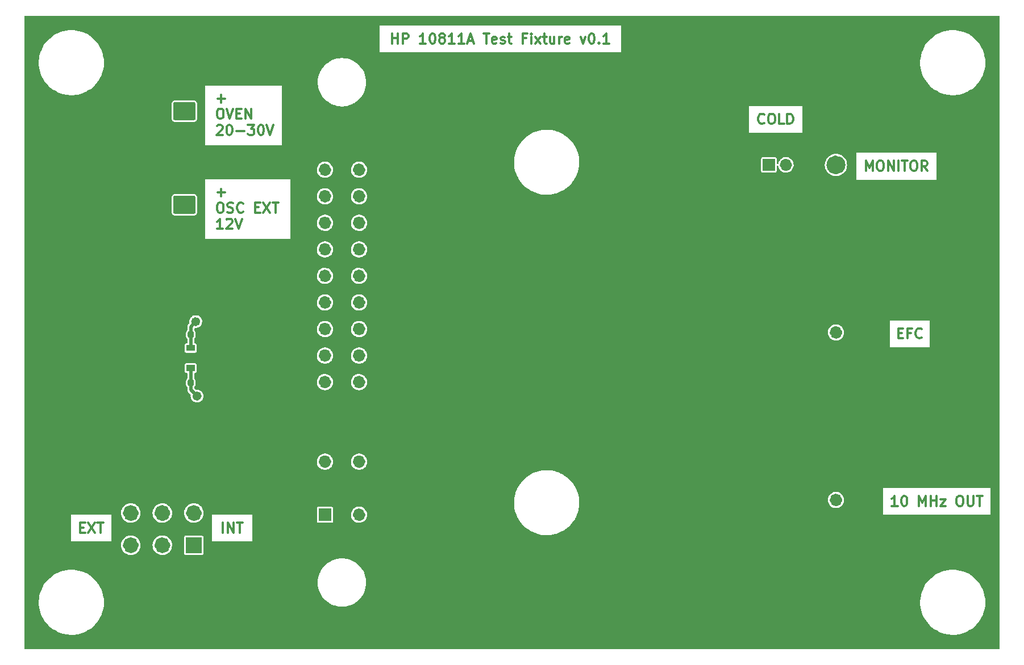
<source format=gbr>
%TF.GenerationSoftware,KiCad,Pcbnew,7.0.0-rc1-unknown-1500e3bb80~164~ubuntu22.10.1*%
%TF.CreationDate,2023-01-12T18:54:03+01:00*%
%TF.ProjectId,7x,37782e6b-6963-4616-945f-706362585858,rev?*%
%TF.SameCoordinates,Original*%
%TF.FileFunction,Copper,L1,Top*%
%TF.FilePolarity,Positive*%
%FSLAX46Y46*%
G04 Gerber Fmt 4.6, Leading zero omitted, Abs format (unit mm)*
G04 Created by KiCad (PCBNEW 7.0.0-rc1-unknown-1500e3bb80~164~ubuntu22.10.1) date 2023-01-12 18:54:03*
%MOMM*%
%LPD*%
G01*
G04 APERTURE LIST*
%TA.AperFunction,NonConductor*%
%ADD10C,0.700000*%
%TD*%
%TA.AperFunction,NonConductor*%
%ADD11C,1.400000*%
%TD*%
%TA.AperFunction,NonConductor*%
%ADD12C,0.000000*%
%TD*%
%TA.AperFunction,NonConductor*%
%ADD13C,0.900000*%
%TD*%
%TA.AperFunction,NonConductor*%
%ADD14C,1.200000*%
%TD*%
%TA.AperFunction,NonConductor*%
%ADD15C,0.950000*%
%TD*%
%TA.AperFunction,NonConductor*%
%ADD16C,1.050000*%
%TD*%
%TA.AperFunction,Conductor*%
%ADD17C,0.300000*%
%TD*%
%TA.AperFunction,Conductor*%
%ADD18C,0.500000*%
%TD*%
G04 APERTURE END LIST*
D10*
X97280000Y-73320000D02*
G75*
G03*
X97280000Y-73320000I-350000J0D01*
G01*
D11*
X178500000Y-74060000D02*
G75*
G03*
X178500000Y-74060000I-700000J0D01*
G01*
D10*
X82950000Y-108550000D02*
G75*
G03*
X82950000Y-108550000I-350000J0D01*
G01*
X171740000Y-105390000D02*
G75*
G03*
X171740000Y-105390000I-350000J0D01*
G01*
X171740000Y-105390000D02*
G75*
G03*
X171740000Y-105390000I-350000J0D01*
G01*
D12*
G36*
X168700000Y-74960000D02*
G01*
X166900000Y-74960000D01*
X166900000Y-73160000D01*
X168700000Y-73160000D01*
X168700000Y-74960000D01*
G37*
D13*
X170790000Y-74060000D02*
G75*
G03*
X170790000Y-74060000I-450000J0D01*
G01*
D10*
X171590000Y-130820000D02*
G75*
G03*
X171590000Y-130820000I-350000J0D01*
G01*
X171590000Y-130820000D02*
G75*
G03*
X171590000Y-130820000I-350000J0D01*
G01*
D12*
G36*
X83327500Y-132010000D02*
G01*
X80927500Y-132010000D01*
X80927500Y-129610000D01*
X83327500Y-129610000D01*
X83327500Y-132010000D01*
G37*
D14*
X78027500Y-130810000D02*
G75*
G03*
X78027500Y-130810000I-600000J0D01*
G01*
X73327500Y-130810000D02*
G75*
G03*
X73327500Y-130810000I-600000J0D01*
G01*
X82727500Y-126010000D02*
G75*
G03*
X82727500Y-126010000I-600000J0D01*
G01*
X78027500Y-126010000D02*
G75*
G03*
X78027500Y-126010000I-600000J0D01*
G01*
X73327500Y-126010000D02*
G75*
G03*
X73327500Y-126010000I-600000J0D01*
G01*
D10*
X171210000Y-92270000D02*
G75*
G03*
X171210000Y-92270000I-350000J0D01*
G01*
X171210000Y-92270000D02*
G75*
G03*
X171210000Y-92270000I-350000J0D01*
G01*
D12*
G36*
X81922050Y-98886080D02*
G01*
X81943900Y-98889320D01*
X81965310Y-98894690D01*
X81986100Y-98902130D01*
X82006060Y-98911570D01*
X82025000Y-98922920D01*
X82042740Y-98936070D01*
X82059100Y-98950900D01*
X82073930Y-98967260D01*
X82087080Y-98985000D01*
X82098430Y-99003940D01*
X82107870Y-99023900D01*
X82115310Y-99044690D01*
X82120680Y-99066100D01*
X82123920Y-99087950D01*
X82125000Y-99110000D01*
X82125000Y-99610000D01*
X82123920Y-99632050D01*
X82120680Y-99653900D01*
X82115310Y-99675310D01*
X82107870Y-99696100D01*
X82098430Y-99716060D01*
X82087080Y-99735000D01*
X82073930Y-99752740D01*
X82059100Y-99769100D01*
X82042740Y-99783930D01*
X82025000Y-99797080D01*
X82006060Y-99808430D01*
X81986100Y-99817870D01*
X81965310Y-99825310D01*
X81943900Y-99830680D01*
X81922050Y-99833920D01*
X81900000Y-99835000D01*
X81450000Y-99835000D01*
X81427950Y-99833920D01*
X81406100Y-99830680D01*
X81384690Y-99825310D01*
X81363900Y-99817870D01*
X81343940Y-99808430D01*
X81325000Y-99797080D01*
X81307260Y-99783930D01*
X81290900Y-99769100D01*
X81276070Y-99752740D01*
X81262920Y-99735000D01*
X81251570Y-99716060D01*
X81242130Y-99696100D01*
X81234690Y-99675310D01*
X81229320Y-99653900D01*
X81226080Y-99632050D01*
X81225000Y-99610000D01*
X81225000Y-99110000D01*
X81226080Y-99087950D01*
X81229320Y-99066100D01*
X81234690Y-99044690D01*
X81242130Y-99023900D01*
X81251570Y-99003940D01*
X81262920Y-98985000D01*
X81276070Y-98967260D01*
X81290900Y-98950900D01*
X81307260Y-98936070D01*
X81325000Y-98922920D01*
X81343940Y-98911570D01*
X81363900Y-98902130D01*
X81384690Y-98894690D01*
X81406100Y-98889320D01*
X81427950Y-98886080D01*
X81450000Y-98885000D01*
X81900000Y-98885000D01*
X81922050Y-98886080D01*
G37*
G36*
X80372050Y-98886080D02*
G01*
X80393900Y-98889320D01*
X80415310Y-98894690D01*
X80436100Y-98902130D01*
X80456060Y-98911570D01*
X80475000Y-98922920D01*
X80492740Y-98936070D01*
X80509100Y-98950900D01*
X80523930Y-98967260D01*
X80537080Y-98985000D01*
X80548430Y-99003940D01*
X80557870Y-99023900D01*
X80565310Y-99044690D01*
X80570680Y-99066100D01*
X80573920Y-99087950D01*
X80575000Y-99110000D01*
X80575000Y-99610000D01*
X80573920Y-99632050D01*
X80570680Y-99653900D01*
X80565310Y-99675310D01*
X80557870Y-99696100D01*
X80548430Y-99716060D01*
X80537080Y-99735000D01*
X80523930Y-99752740D01*
X80509100Y-99769100D01*
X80492740Y-99783930D01*
X80475000Y-99797080D01*
X80456060Y-99808430D01*
X80436100Y-99817870D01*
X80415310Y-99825310D01*
X80393900Y-99830680D01*
X80372050Y-99833920D01*
X80350000Y-99835000D01*
X79900000Y-99835000D01*
X79877950Y-99833920D01*
X79856100Y-99830680D01*
X79834690Y-99825310D01*
X79813900Y-99817870D01*
X79793940Y-99808430D01*
X79775000Y-99797080D01*
X79757260Y-99783930D01*
X79740900Y-99769100D01*
X79726070Y-99752740D01*
X79712920Y-99735000D01*
X79701570Y-99716060D01*
X79692130Y-99696100D01*
X79684690Y-99675310D01*
X79679320Y-99653900D01*
X79676080Y-99632050D01*
X79675000Y-99610000D01*
X79675000Y-99110000D01*
X79676080Y-99087950D01*
X79679320Y-99066100D01*
X79684690Y-99044690D01*
X79692130Y-99023900D01*
X79701570Y-99003940D01*
X79712920Y-98985000D01*
X79726070Y-98967260D01*
X79740900Y-98950900D01*
X79757260Y-98936070D01*
X79775000Y-98922920D01*
X79793940Y-98911570D01*
X79813900Y-98902130D01*
X79834690Y-98894690D01*
X79856100Y-98889320D01*
X79877950Y-98886080D01*
X79900000Y-98885000D01*
X80350000Y-98885000D01*
X80372050Y-98886080D01*
G37*
G36*
X82144500Y-64691200D02*
G01*
X82168770Y-64694800D01*
X82192570Y-64700760D01*
X82215670Y-64709030D01*
X82237850Y-64719520D01*
X82258890Y-64732130D01*
X82278600Y-64746750D01*
X82296780Y-64763220D01*
X82313250Y-64781400D01*
X82327870Y-64801110D01*
X82340480Y-64822150D01*
X82350970Y-64844330D01*
X82359240Y-64867430D01*
X82365200Y-64891230D01*
X82368800Y-64915500D01*
X82370000Y-64940000D01*
X82370000Y-67140000D01*
X82368800Y-67164500D01*
X82365200Y-67188770D01*
X82359240Y-67212570D01*
X82350970Y-67235670D01*
X82340480Y-67257850D01*
X82327870Y-67278890D01*
X82313250Y-67298600D01*
X82296780Y-67316780D01*
X82278600Y-67333250D01*
X82258890Y-67347870D01*
X82237850Y-67360480D01*
X82215670Y-67370970D01*
X82192570Y-67379240D01*
X82168770Y-67385200D01*
X82144500Y-67388800D01*
X82120000Y-67390000D01*
X79320000Y-67390000D01*
X79295500Y-67388800D01*
X79271230Y-67385200D01*
X79247430Y-67379240D01*
X79224330Y-67370970D01*
X79202150Y-67360480D01*
X79181110Y-67347870D01*
X79161400Y-67333250D01*
X79143220Y-67316780D01*
X79126750Y-67298600D01*
X79112130Y-67278890D01*
X79099520Y-67257850D01*
X79089030Y-67235670D01*
X79080760Y-67212570D01*
X79074800Y-67188770D01*
X79071200Y-67164500D01*
X79070000Y-67140000D01*
X79070000Y-64940000D01*
X79071200Y-64915500D01*
X79074800Y-64891230D01*
X79080760Y-64867430D01*
X79089030Y-64844330D01*
X79099520Y-64822150D01*
X79112130Y-64801110D01*
X79126750Y-64781400D01*
X79143220Y-64763220D01*
X79161400Y-64746750D01*
X79181110Y-64732130D01*
X79202150Y-64719520D01*
X79224330Y-64709030D01*
X79247430Y-64700760D01*
X79271230Y-64694800D01*
X79295500Y-64691200D01*
X79320000Y-64690000D01*
X82120000Y-64690000D01*
X82144500Y-64691200D01*
G37*
G36*
X75652320Y-64696500D02*
G01*
X75783370Y-64715940D01*
X75911880Y-64748130D01*
X76036620Y-64792760D01*
X76156390Y-64849410D01*
X76270020Y-64917520D01*
X76376430Y-64996440D01*
X76474590Y-65085410D01*
X76563560Y-65183570D01*
X76642480Y-65289980D01*
X76710590Y-65403610D01*
X76767240Y-65523380D01*
X76811870Y-65648120D01*
X76844060Y-65776630D01*
X76863500Y-65907680D01*
X76870000Y-66040000D01*
X76863500Y-66172320D01*
X76844060Y-66303370D01*
X76811870Y-66431880D01*
X76767240Y-66556620D01*
X76710590Y-66676390D01*
X76642480Y-66790020D01*
X76563560Y-66896430D01*
X76474590Y-66994590D01*
X76376430Y-67083560D01*
X76270020Y-67162480D01*
X76156390Y-67230590D01*
X76036620Y-67287240D01*
X75911880Y-67331870D01*
X75783370Y-67364060D01*
X75652320Y-67383500D01*
X75520000Y-67390000D01*
X74920000Y-67390000D01*
X74787680Y-67383500D01*
X74656630Y-67364060D01*
X74528120Y-67331870D01*
X74403380Y-67287240D01*
X74283610Y-67230590D01*
X74169980Y-67162480D01*
X74063570Y-67083560D01*
X73965410Y-66994590D01*
X73876440Y-66896430D01*
X73797520Y-66790020D01*
X73729410Y-66676390D01*
X73672760Y-66556620D01*
X73628130Y-66431880D01*
X73595940Y-66303370D01*
X73576500Y-66172320D01*
X73570000Y-66040000D01*
X73576500Y-65907680D01*
X73595940Y-65776630D01*
X73628130Y-65648120D01*
X73672760Y-65523380D01*
X73729410Y-65403610D01*
X73797520Y-65289980D01*
X73876440Y-65183570D01*
X73965410Y-65085410D01*
X74063570Y-64996440D01*
X74169980Y-64917520D01*
X74283610Y-64849410D01*
X74403380Y-64792760D01*
X74528120Y-64748130D01*
X74656630Y-64715940D01*
X74787680Y-64696500D01*
X74920000Y-64690000D01*
X75220000Y-64690000D01*
X75520000Y-64690000D01*
X75652320Y-64696500D01*
G37*
D10*
X171546000Y-117097610D02*
G75*
G03*
X171546000Y-117097610I-350000J0D01*
G01*
X171546000Y-117097610D02*
G75*
G03*
X171546000Y-117097610I-350000J0D01*
G01*
X131610000Y-94980000D02*
G75*
G03*
X131610000Y-94980000I-350000J0D01*
G01*
X97060000Y-124360000D02*
G75*
G03*
X97060000Y-124360000I-350000J0D01*
G01*
D15*
X178275000Y-99060000D02*
G75*
G03*
X178275000Y-99060000I-475000J0D01*
G01*
D16*
X175150000Y-102235000D02*
G75*
G03*
X175150000Y-102235000I-525000J0D01*
G01*
X181500000Y-102235000D02*
G75*
G03*
X181500000Y-102235000I-525000J0D01*
G01*
X181500000Y-95885000D02*
G75*
G03*
X181500000Y-95885000I-525000J0D01*
G01*
X175150000Y-95885000D02*
G75*
G03*
X175150000Y-95885000I-525000J0D01*
G01*
D12*
G36*
X81922050Y-106086080D02*
G01*
X81943900Y-106089320D01*
X81965310Y-106094690D01*
X81986100Y-106102130D01*
X82006060Y-106111570D01*
X82025000Y-106122920D01*
X82042740Y-106136070D01*
X82059100Y-106150900D01*
X82073930Y-106167260D01*
X82087080Y-106185000D01*
X82098430Y-106203940D01*
X82107870Y-106223900D01*
X82115310Y-106244690D01*
X82120680Y-106266100D01*
X82123920Y-106287950D01*
X82125000Y-106310000D01*
X82125000Y-106810000D01*
X82123920Y-106832050D01*
X82120680Y-106853900D01*
X82115310Y-106875310D01*
X82107870Y-106896100D01*
X82098430Y-106916060D01*
X82087080Y-106935000D01*
X82073930Y-106952740D01*
X82059100Y-106969100D01*
X82042740Y-106983930D01*
X82025000Y-106997080D01*
X82006060Y-107008430D01*
X81986100Y-107017870D01*
X81965310Y-107025310D01*
X81943900Y-107030680D01*
X81922050Y-107033920D01*
X81900000Y-107035000D01*
X81450000Y-107035000D01*
X81427950Y-107033920D01*
X81406100Y-107030680D01*
X81384690Y-107025310D01*
X81363900Y-107017870D01*
X81343940Y-107008430D01*
X81325000Y-106997080D01*
X81307260Y-106983930D01*
X81290900Y-106969100D01*
X81276070Y-106952740D01*
X81262920Y-106935000D01*
X81251570Y-106916060D01*
X81242130Y-106896100D01*
X81234690Y-106875310D01*
X81229320Y-106853900D01*
X81226080Y-106832050D01*
X81225000Y-106810000D01*
X81225000Y-106310000D01*
X81226080Y-106287950D01*
X81229320Y-106266100D01*
X81234690Y-106244690D01*
X81242130Y-106223900D01*
X81251570Y-106203940D01*
X81262920Y-106185000D01*
X81276070Y-106167260D01*
X81290900Y-106150900D01*
X81307260Y-106136070D01*
X81325000Y-106122920D01*
X81343940Y-106111570D01*
X81363900Y-106102130D01*
X81384690Y-106094690D01*
X81406100Y-106089320D01*
X81427950Y-106086080D01*
X81450000Y-106085000D01*
X81900000Y-106085000D01*
X81922050Y-106086080D01*
G37*
G36*
X80372050Y-106086080D02*
G01*
X80393900Y-106089320D01*
X80415310Y-106094690D01*
X80436100Y-106102130D01*
X80456060Y-106111570D01*
X80475000Y-106122920D01*
X80492740Y-106136070D01*
X80509100Y-106150900D01*
X80523930Y-106167260D01*
X80537080Y-106185000D01*
X80548430Y-106203940D01*
X80557870Y-106223900D01*
X80565310Y-106244690D01*
X80570680Y-106266100D01*
X80573920Y-106287950D01*
X80575000Y-106310000D01*
X80575000Y-106810000D01*
X80573920Y-106832050D01*
X80570680Y-106853900D01*
X80565310Y-106875310D01*
X80557870Y-106896100D01*
X80548430Y-106916060D01*
X80537080Y-106935000D01*
X80523930Y-106952740D01*
X80509100Y-106969100D01*
X80492740Y-106983930D01*
X80475000Y-106997080D01*
X80456060Y-107008430D01*
X80436100Y-107017870D01*
X80415310Y-107025310D01*
X80393900Y-107030680D01*
X80372050Y-107033920D01*
X80350000Y-107035000D01*
X79900000Y-107035000D01*
X79877950Y-107033920D01*
X79856100Y-107030680D01*
X79834690Y-107025310D01*
X79813900Y-107017870D01*
X79793940Y-107008430D01*
X79775000Y-106997080D01*
X79757260Y-106983930D01*
X79740900Y-106969100D01*
X79726070Y-106952740D01*
X79712920Y-106935000D01*
X79701570Y-106916060D01*
X79692130Y-106896100D01*
X79684690Y-106875310D01*
X79679320Y-106853900D01*
X79676080Y-106832050D01*
X79675000Y-106810000D01*
X79675000Y-106310000D01*
X79676080Y-106287950D01*
X79679320Y-106266100D01*
X79684690Y-106244690D01*
X79692130Y-106223900D01*
X79701570Y-106203940D01*
X79712920Y-106185000D01*
X79726070Y-106167260D01*
X79740900Y-106150900D01*
X79757260Y-106136070D01*
X79775000Y-106122920D01*
X79793940Y-106111570D01*
X79813900Y-106102130D01*
X79834690Y-106094690D01*
X79856100Y-106089320D01*
X79877950Y-106086080D01*
X79900000Y-106085000D01*
X80350000Y-106085000D01*
X80372050Y-106086080D01*
G37*
D10*
X75600000Y-72850000D02*
G75*
G03*
X75600000Y-72850000I-350000J0D01*
G01*
X184970000Y-130620000D02*
G75*
G03*
X184970000Y-130620000I-350000J0D01*
G01*
X184970000Y-130620000D02*
G75*
G03*
X184970000Y-130620000I-350000J0D01*
G01*
D15*
X178275000Y-124060000D02*
G75*
G03*
X178275000Y-124060000I-475000J0D01*
G01*
D16*
X181500000Y-120885000D02*
G75*
G03*
X181500000Y-120885000I-525000J0D01*
G01*
X181500000Y-127235000D02*
G75*
G03*
X181500000Y-127235000I-525000J0D01*
G01*
X175150000Y-127235000D02*
G75*
G03*
X175150000Y-127235000I-525000J0D01*
G01*
X175150000Y-120885000D02*
G75*
G03*
X175150000Y-120885000I-525000J0D01*
G01*
D10*
X184970000Y-92340000D02*
G75*
G03*
X184970000Y-92340000I-350000J0D01*
G01*
X184970000Y-92340000D02*
G75*
G03*
X184970000Y-92340000I-350000J0D01*
G01*
X184710000Y-117240000D02*
G75*
G03*
X184710000Y-117240000I-350000J0D01*
G01*
X184710000Y-117240000D02*
G75*
G03*
X184710000Y-117240000I-350000J0D01*
G01*
X184970000Y-105350000D02*
G75*
G03*
X184970000Y-105350000I-350000J0D01*
G01*
X184970000Y-105350000D02*
G75*
G03*
X184970000Y-105350000I-350000J0D01*
G01*
X97730000Y-112380000D02*
G75*
G03*
X97730000Y-112380000I-350000J0D01*
G01*
D12*
G36*
X82144500Y-78661200D02*
G01*
X82168770Y-78664800D01*
X82192570Y-78670760D01*
X82215670Y-78679030D01*
X82237850Y-78689520D01*
X82258890Y-78702130D01*
X82278600Y-78716750D01*
X82296780Y-78733220D01*
X82313250Y-78751400D01*
X82327870Y-78771110D01*
X82340480Y-78792150D01*
X82350970Y-78814330D01*
X82359240Y-78837430D01*
X82365200Y-78861230D01*
X82368800Y-78885500D01*
X82370000Y-78910000D01*
X82370000Y-81110000D01*
X82368800Y-81134500D01*
X82365200Y-81158770D01*
X82359240Y-81182570D01*
X82350970Y-81205670D01*
X82340480Y-81227850D01*
X82327870Y-81248890D01*
X82313250Y-81268600D01*
X82296780Y-81286780D01*
X82278600Y-81303250D01*
X82258890Y-81317870D01*
X82237850Y-81330480D01*
X82215670Y-81340970D01*
X82192570Y-81349240D01*
X82168770Y-81355200D01*
X82144500Y-81358800D01*
X82120000Y-81360000D01*
X79320000Y-81360000D01*
X79295500Y-81358800D01*
X79271230Y-81355200D01*
X79247430Y-81349240D01*
X79224330Y-81340970D01*
X79202150Y-81330480D01*
X79181110Y-81317870D01*
X79161400Y-81303250D01*
X79143220Y-81286780D01*
X79126750Y-81268600D01*
X79112130Y-81248890D01*
X79099520Y-81227850D01*
X79089030Y-81205670D01*
X79080760Y-81182570D01*
X79074800Y-81158770D01*
X79071200Y-81134500D01*
X79070000Y-81110000D01*
X79070000Y-78910000D01*
X79071200Y-78885500D01*
X79074800Y-78861230D01*
X79080760Y-78837430D01*
X79089030Y-78814330D01*
X79099520Y-78792150D01*
X79112130Y-78771110D01*
X79126750Y-78751400D01*
X79143220Y-78733220D01*
X79161400Y-78716750D01*
X79181110Y-78702130D01*
X79202150Y-78689520D01*
X79224330Y-78679030D01*
X79247430Y-78670760D01*
X79271230Y-78664800D01*
X79295500Y-78661200D01*
X79320000Y-78660000D01*
X82120000Y-78660000D01*
X82144500Y-78661200D01*
G37*
G36*
X75652320Y-78666500D02*
G01*
X75783370Y-78685940D01*
X75911880Y-78718130D01*
X76036620Y-78762760D01*
X76156390Y-78819410D01*
X76270020Y-78887520D01*
X76376430Y-78966440D01*
X76474590Y-79055410D01*
X76563560Y-79153570D01*
X76642480Y-79259980D01*
X76710590Y-79373610D01*
X76767240Y-79493380D01*
X76811870Y-79618120D01*
X76844060Y-79746630D01*
X76863500Y-79877680D01*
X76870000Y-80010000D01*
X76863500Y-80142320D01*
X76844060Y-80273370D01*
X76811870Y-80401880D01*
X76767240Y-80526620D01*
X76710590Y-80646390D01*
X76642480Y-80760020D01*
X76563560Y-80866430D01*
X76474590Y-80964590D01*
X76376430Y-81053560D01*
X76270020Y-81132480D01*
X76156390Y-81200590D01*
X76036620Y-81257240D01*
X75911880Y-81301870D01*
X75783370Y-81334060D01*
X75652320Y-81353500D01*
X75520000Y-81360000D01*
X74920000Y-81360000D01*
X74787680Y-81353500D01*
X74656630Y-81334060D01*
X74528120Y-81301870D01*
X74403380Y-81257240D01*
X74283610Y-81200590D01*
X74169980Y-81132480D01*
X74063570Y-81053560D01*
X73965410Y-80964590D01*
X73876440Y-80866430D01*
X73797520Y-80760020D01*
X73729410Y-80646390D01*
X73672760Y-80526620D01*
X73628130Y-80401880D01*
X73595940Y-80273370D01*
X73576500Y-80142320D01*
X73570000Y-80010000D01*
X73576500Y-79877680D01*
X73595940Y-79746630D01*
X73628130Y-79618120D01*
X73672760Y-79493380D01*
X73729410Y-79373610D01*
X73797520Y-79259980D01*
X73876440Y-79153570D01*
X73965410Y-79055410D01*
X74063570Y-78966440D01*
X74169980Y-78887520D01*
X74283610Y-78819410D01*
X74403380Y-78762760D01*
X74528120Y-78718130D01*
X74656630Y-78685940D01*
X74787680Y-78666500D01*
X74920000Y-78660000D01*
X75220000Y-78660000D01*
X75520000Y-78660000D01*
X75652320Y-78666500D01*
G37*
D10*
X82760000Y-97450000D02*
G75*
G03*
X82760000Y-97450000I-350000J0D01*
G01*
D12*
G36*
X102610000Y-127210000D02*
G01*
X100710000Y-127210000D01*
X100710000Y-125310000D01*
X102610000Y-125310000D01*
X102610000Y-127210000D01*
G37*
D15*
X102135000Y-122300000D02*
G75*
G03*
X102135000Y-122300000I-475000J0D01*
G01*
X102135000Y-118340000D02*
G75*
G03*
X102135000Y-118340000I-475000J0D01*
G01*
X102135000Y-114380000D02*
G75*
G03*
X102135000Y-114380000I-475000J0D01*
G01*
X102135000Y-110420000D02*
G75*
G03*
X102135000Y-110420000I-475000J0D01*
G01*
X102135000Y-106460000D02*
G75*
G03*
X102135000Y-106460000I-475000J0D01*
G01*
X102135000Y-102500000D02*
G75*
G03*
X102135000Y-102500000I-475000J0D01*
G01*
X102135000Y-98540000D02*
G75*
G03*
X102135000Y-98540000I-475000J0D01*
G01*
X102135000Y-94580000D02*
G75*
G03*
X102135000Y-94580000I-475000J0D01*
G01*
X102135000Y-90620000D02*
G75*
G03*
X102135000Y-90620000I-475000J0D01*
G01*
X102135000Y-86660000D02*
G75*
G03*
X102135000Y-86660000I-475000J0D01*
G01*
X102135000Y-82700000D02*
G75*
G03*
X102135000Y-82700000I-475000J0D01*
G01*
X102135000Y-78740000D02*
G75*
G03*
X102135000Y-78740000I-475000J0D01*
G01*
X102135000Y-74780000D02*
G75*
G03*
X102135000Y-74780000I-475000J0D01*
G01*
X102135000Y-70820000D02*
G75*
G03*
X102135000Y-70820000I-475000J0D01*
G01*
X107215000Y-70820000D02*
G75*
G03*
X107215000Y-70820000I-475000J0D01*
G01*
X107215000Y-74780000D02*
G75*
G03*
X107215000Y-74780000I-475000J0D01*
G01*
X107215000Y-78740000D02*
G75*
G03*
X107215000Y-78740000I-475000J0D01*
G01*
X107215000Y-82700000D02*
G75*
G03*
X107215000Y-82700000I-475000J0D01*
G01*
X107215000Y-86660000D02*
G75*
G03*
X107215000Y-86660000I-475000J0D01*
G01*
X107215000Y-90620000D02*
G75*
G03*
X107215000Y-90620000I-475000J0D01*
G01*
X107215000Y-94580000D02*
G75*
G03*
X107215000Y-94580000I-475000J0D01*
G01*
X107215000Y-98540000D02*
G75*
G03*
X107215000Y-98540000I-475000J0D01*
G01*
X107215000Y-102500000D02*
G75*
G03*
X107215000Y-102500000I-475000J0D01*
G01*
X107215000Y-106460000D02*
G75*
G03*
X107215000Y-106460000I-475000J0D01*
G01*
X107215000Y-110420000D02*
G75*
G03*
X107215000Y-110420000I-475000J0D01*
G01*
X107215000Y-114380000D02*
G75*
G03*
X107215000Y-114380000I-475000J0D01*
G01*
X107215000Y-118340000D02*
G75*
G03*
X107215000Y-118340000I-475000J0D01*
G01*
X107215000Y-122300000D02*
G75*
G03*
X107215000Y-122300000I-475000J0D01*
G01*
X107215000Y-126260000D02*
G75*
G03*
X107215000Y-126260000I-475000J0D01*
G01*
D12*
G36*
X82310000Y-104820000D02*
G01*
X81010000Y-104820000D01*
X81010000Y-103920000D01*
X82310000Y-103920000D01*
X82310000Y-104820000D01*
G37*
G36*
X80835000Y-102420000D02*
G01*
X82310000Y-102420000D01*
X82310000Y-103320000D01*
X80835000Y-103320000D01*
X80835000Y-103736500D01*
X77710000Y-103736500D01*
X77710000Y-102003500D01*
X80835000Y-102003500D01*
X80835000Y-102420000D01*
G37*
G36*
X82310000Y-101820000D02*
G01*
X81010000Y-101820000D01*
X81010000Y-100920000D01*
X82310000Y-100920000D01*
X82310000Y-101820000D01*
G37*
G36*
X66990000Y-100894930D02*
G01*
X66990000Y-89850000D01*
X93660000Y-89850000D01*
X93660000Y-116520000D01*
X66990000Y-116520000D01*
X66990000Y-104845070D01*
X80755500Y-104845070D01*
X80770270Y-104919300D01*
X80826520Y-105003480D01*
X80910700Y-105059730D01*
X80984930Y-105074500D01*
X81044500Y-105074500D01*
X81112620Y-105094500D01*
X81159110Y-105148160D01*
X81170500Y-105200500D01*
X81170500Y-105857180D01*
X81150500Y-105925300D01*
X81120070Y-105958010D01*
X81107460Y-105967460D01*
X81066270Y-106022410D01*
X81030470Y-106070180D01*
X81030460Y-106070190D01*
X81025080Y-106077370D01*
X80976870Y-106205980D01*
X80970500Y-106264610D01*
X80970500Y-106855390D01*
X80976870Y-106914020D01*
X81025080Y-107042640D01*
X81030460Y-107049810D01*
X81030470Y-107049820D01*
X81066270Y-107097590D01*
X81107460Y-107152540D01*
X81114640Y-107157930D01*
X81120070Y-107161990D01*
X81162580Y-107218850D01*
X81170500Y-107262820D01*
X81170500Y-107554380D01*
X81169160Y-107566380D01*
X81169660Y-107566420D01*
X81168940Y-107575370D01*
X81166950Y-107584120D01*
X81167510Y-107593080D01*
X81170260Y-107637380D01*
X81170500Y-107645180D01*
X81170500Y-107661230D01*
X81171140Y-107665660D01*
X81171970Y-107671450D01*
X81173000Y-107681510D01*
X81175900Y-107728360D01*
X81178950Y-107736800D01*
X81179630Y-107740090D01*
X81183580Y-107755940D01*
X81184530Y-107759170D01*
X81185800Y-107768050D01*
X81189510Y-107776220D01*
X81205220Y-107810760D01*
X81209030Y-107820130D01*
X81221920Y-107855840D01*
X81224970Y-107864280D01*
X81230270Y-107871530D01*
X81231840Y-107874490D01*
X81240090Y-107888610D01*
X81241900Y-107891440D01*
X81245610Y-107899610D01*
X81251470Y-107906400D01*
X81276240Y-107935150D01*
X81282530Y-107943060D01*
X81290470Y-107953940D01*
X81301330Y-107964810D01*
X81307690Y-107971650D01*
X81334080Y-108002280D01*
X81334090Y-108002280D01*
X81339940Y-108009080D01*
X81347480Y-108013970D01*
X81354050Y-108019700D01*
X81365460Y-108028930D01*
X81621510Y-108284980D01*
X81655540Y-108347290D01*
X81657630Y-108388120D01*
X81640980Y-108536610D01*
X81656640Y-108723140D01*
X81708240Y-108903080D01*
X81793800Y-109069560D01*
X81797620Y-109074390D01*
X81820190Y-109102870D01*
X81910070Y-109216260D01*
X82052620Y-109337580D01*
X82058000Y-109340590D01*
X82092400Y-109359810D01*
X82216020Y-109428900D01*
X82394040Y-109486740D01*
X82579910Y-109508910D01*
X82586050Y-109508440D01*
X82760410Y-109495020D01*
X82766550Y-109494550D01*
X82772480Y-109492890D01*
X82940910Y-109445860D01*
X82946840Y-109444210D01*
X82977150Y-109428900D01*
X83025770Y-109404340D01*
X83113920Y-109359810D01*
X83142380Y-109337580D01*
X83256570Y-109248360D01*
X83261430Y-109244570D01*
X83383740Y-109102870D01*
X83476200Y-108940110D01*
X83535280Y-108762490D01*
X83558740Y-108576780D01*
X83559120Y-108550000D01*
X83540850Y-108363710D01*
X83486750Y-108184510D01*
X83483860Y-108179070D01*
X83401760Y-108024670D01*
X83398870Y-108019230D01*
X83394980Y-108014460D01*
X83284460Y-107878950D01*
X83284450Y-107878950D01*
X83280560Y-107874170D01*
X83268610Y-107864280D01*
X83141080Y-107758780D01*
X83136330Y-107754860D01*
X82971670Y-107665820D01*
X82820400Y-107619000D01*
X82798740Y-107612290D01*
X82792860Y-107610470D01*
X82786730Y-107609830D01*
X82612820Y-107591550D01*
X82606700Y-107590910D01*
X82434200Y-107606600D01*
X82364550Y-107592860D01*
X82333690Y-107570220D01*
X82216410Y-107452930D01*
X82182380Y-107390620D01*
X82179500Y-107363840D01*
X82179500Y-107262820D01*
X82199500Y-107194700D01*
X82229940Y-107161990D01*
X82235360Y-107157930D01*
X82242540Y-107152540D01*
X82283730Y-107097590D01*
X82319540Y-107049820D01*
X82319540Y-107049810D01*
X82324920Y-107042640D01*
X82373130Y-106914020D01*
X82379500Y-106855390D01*
X82379500Y-106264610D01*
X82373130Y-106205980D01*
X82324920Y-106077370D01*
X82319540Y-106070190D01*
X82319540Y-106070180D01*
X82283730Y-106022410D01*
X82242540Y-105967460D01*
X82229940Y-105958010D01*
X82187420Y-105901150D01*
X82179500Y-105857180D01*
X82179500Y-105200500D01*
X82199500Y-105132380D01*
X82253160Y-105085890D01*
X82305500Y-105074500D01*
X82335070Y-105074500D01*
X82370820Y-105067390D01*
X82397130Y-105062160D01*
X82409300Y-105059730D01*
X82419620Y-105052840D01*
X82483170Y-105010380D01*
X82493480Y-105003480D01*
X82549730Y-104919300D01*
X82564500Y-104845070D01*
X82564500Y-103894930D01*
X82549730Y-103820700D01*
X82493480Y-103736520D01*
X82409300Y-103680270D01*
X82335070Y-103665500D01*
X81660110Y-103665500D01*
X80984930Y-103665500D01*
X80949180Y-103672610D01*
X80922870Y-103677840D01*
X80922870Y-103677850D01*
X80910700Y-103680270D01*
X80900380Y-103687160D01*
X80839990Y-103727520D01*
X80826520Y-103736520D01*
X80770270Y-103820700D01*
X80755500Y-103894930D01*
X80755500Y-104845070D01*
X66990000Y-104845070D01*
X66990000Y-103894930D01*
X66990000Y-101845070D01*
X80755500Y-101845070D01*
X80770270Y-101919300D01*
X80826520Y-102003480D01*
X80910700Y-102059730D01*
X80984930Y-102074500D01*
X81659890Y-102074500D01*
X82335070Y-102074500D01*
X82370820Y-102067390D01*
X82397130Y-102062160D01*
X82409300Y-102059730D01*
X82419620Y-102052840D01*
X82483170Y-102010380D01*
X82493480Y-102003480D01*
X82549730Y-101919300D01*
X82564500Y-101845070D01*
X82564500Y-100894930D01*
X82549730Y-100820700D01*
X82493480Y-100736520D01*
X82409300Y-100680270D01*
X82335070Y-100665500D01*
X82305500Y-100665500D01*
X82237380Y-100645500D01*
X82190890Y-100591840D01*
X82179500Y-100539500D01*
X82179500Y-100062820D01*
X82199500Y-99994700D01*
X82229940Y-99961990D01*
X82235360Y-99957930D01*
X82242540Y-99952540D01*
X82283730Y-99897590D01*
X82319540Y-99849820D01*
X82319540Y-99849810D01*
X82324920Y-99842640D01*
X82373130Y-99714020D01*
X82379500Y-99655390D01*
X82379500Y-99064610D01*
X82373130Y-99005980D01*
X82324920Y-98877370D01*
X82319540Y-98870190D01*
X82319540Y-98870180D01*
X82283730Y-98822410D01*
X82242540Y-98767460D01*
X82229940Y-98758010D01*
X82187420Y-98701150D01*
X82179500Y-98657180D01*
X82179500Y-98525740D01*
X82199500Y-98457610D01*
X82253160Y-98411120D01*
X82320420Y-98400620D01*
X82389910Y-98408910D01*
X82396050Y-98408440D01*
X82570410Y-98395020D01*
X82576550Y-98394550D01*
X82582480Y-98392890D01*
X82750910Y-98345860D01*
X82756840Y-98344210D01*
X82923920Y-98259810D01*
X83071430Y-98144570D01*
X83193740Y-98002870D01*
X83286200Y-97840110D01*
X83345280Y-97662490D01*
X83368740Y-97476780D01*
X83369120Y-97450000D01*
X83350850Y-97263710D01*
X83296750Y-97084510D01*
X83208870Y-96919230D01*
X83204980Y-96914460D01*
X83094460Y-96778950D01*
X83094450Y-96778950D01*
X83090560Y-96774170D01*
X82946330Y-96654860D01*
X82781670Y-96565820D01*
X82692270Y-96538150D01*
X82608740Y-96512290D01*
X82602860Y-96510470D01*
X82596730Y-96509830D01*
X82422820Y-96491550D01*
X82416700Y-96490910D01*
X82340140Y-96497870D01*
X82236420Y-96507310D01*
X82230280Y-96507870D01*
X82224370Y-96509610D01*
X82089080Y-96549430D01*
X82050710Y-96560720D01*
X81884820Y-96647440D01*
X81880020Y-96651300D01*
X81870720Y-96658780D01*
X81738940Y-96764740D01*
X81618620Y-96908130D01*
X81615660Y-96913520D01*
X81615650Y-96913530D01*
X81541460Y-97048490D01*
X81528440Y-97072160D01*
X81526580Y-97078030D01*
X81522650Y-97090410D01*
X81471840Y-97250590D01*
X81450980Y-97436610D01*
X81451490Y-97442750D01*
X81466140Y-97617210D01*
X81451910Y-97686770D01*
X81429680Y-97716850D01*
X81368210Y-97778320D01*
X81358770Y-97785870D01*
X81359090Y-97786250D01*
X81352250Y-97792060D01*
X81344660Y-97796850D01*
X81338720Y-97803580D01*
X81309330Y-97836860D01*
X81303980Y-97842550D01*
X81292650Y-97853880D01*
X81289960Y-97857460D01*
X81289960Y-97857470D01*
X81286450Y-97862160D01*
X81280060Y-97870000D01*
X81249000Y-97905170D01*
X81245190Y-97913290D01*
X81243350Y-97916090D01*
X81234940Y-97930090D01*
X81233320Y-97933050D01*
X81227930Y-97940240D01*
X81224780Y-97948650D01*
X81211450Y-97984180D01*
X81207530Y-97993500D01*
X81187580Y-98035980D01*
X81186200Y-98044860D01*
X81185220Y-98048080D01*
X81181080Y-98063870D01*
X81180350Y-98067140D01*
X81177200Y-98075550D01*
X81176540Y-98084500D01*
X81173720Y-98122360D01*
X81172570Y-98132400D01*
X81170500Y-98145700D01*
X81170500Y-98161060D01*
X81170150Y-98170400D01*
X81166490Y-98219670D01*
X81168370Y-98228440D01*
X81168960Y-98237140D01*
X81170500Y-98251740D01*
X81170500Y-98657180D01*
X81150500Y-98725300D01*
X81120070Y-98758010D01*
X81107460Y-98767460D01*
X81066270Y-98822410D01*
X81030470Y-98870180D01*
X81030460Y-98870190D01*
X81025080Y-98877370D01*
X80976870Y-99005980D01*
X80970500Y-99064610D01*
X80970500Y-99655390D01*
X80976870Y-99714020D01*
X81025080Y-99842640D01*
X81030460Y-99849810D01*
X81030470Y-99849820D01*
X81066270Y-99897590D01*
X81107460Y-99952540D01*
X81114640Y-99957930D01*
X81120070Y-99961990D01*
X81162580Y-100018850D01*
X81170500Y-100062820D01*
X81170500Y-100539500D01*
X81150500Y-100607620D01*
X81096840Y-100654120D01*
X81044500Y-100665500D01*
X80984930Y-100665500D01*
X80949180Y-100672610D01*
X80922870Y-100677840D01*
X80922870Y-100677850D01*
X80910700Y-100680270D01*
X80900380Y-100687160D01*
X80839990Y-100727520D01*
X80826520Y-100736520D01*
X80770270Y-100820700D01*
X80755500Y-100894930D01*
X80755500Y-101845070D01*
X66990000Y-101845070D01*
X66990000Y-100894930D01*
G37*
G36*
X56880500Y-58664430D02*
G01*
X59026360Y-58664430D01*
X59034050Y-59104880D01*
X59081630Y-59542830D01*
X59168700Y-59974660D01*
X59169510Y-59977390D01*
X59169510Y-59977400D01*
X59245730Y-60233050D01*
X59294550Y-60396820D01*
X59295610Y-60399480D01*
X59295620Y-60399490D01*
X59457080Y-60803180D01*
X59458150Y-60805840D01*
X59658140Y-61198350D01*
X59892880Y-61571120D01*
X60160450Y-61921080D01*
X60458630Y-62245340D01*
X60784970Y-62541250D01*
X61136790Y-62806370D01*
X61511180Y-63038500D01*
X61905080Y-63235750D01*
X61907730Y-63236790D01*
X61907740Y-63236790D01*
X62312580Y-63395450D01*
X62315230Y-63396490D01*
X62317960Y-63397280D01*
X62317970Y-63397280D01*
X62735520Y-63518590D01*
X62738260Y-63519390D01*
X63170690Y-63603440D01*
X63381550Y-63624860D01*
X63606670Y-63647730D01*
X63606680Y-63647730D01*
X63608960Y-63647960D01*
X63699850Y-63650500D01*
X63990820Y-63650500D01*
X63992220Y-63650440D01*
X63992240Y-63650440D01*
X64150110Y-63643270D01*
X64320070Y-63635550D01*
X64322890Y-63635160D01*
X64322900Y-63635160D01*
X64558430Y-63602900D01*
X64756520Y-63575760D01*
X64759290Y-63575120D01*
X65182960Y-63477310D01*
X65185750Y-63476670D01*
X65188470Y-63475770D01*
X65188480Y-63475770D01*
X65601510Y-63339970D01*
X65604230Y-63339080D01*
X65606850Y-63337950D01*
X65606860Y-63337940D01*
X65926990Y-63199410D01*
X66008530Y-63164120D01*
X66395300Y-62953250D01*
X66524100Y-62867020D01*
X66758990Y-62709780D01*
X66759000Y-62709770D01*
X66761360Y-62708190D01*
X67103720Y-62430960D01*
X67294590Y-62245340D01*
X67310364Y-62230000D01*
X83820000Y-62230000D01*
X83820000Y-71120000D01*
X95250000Y-71120000D01*
X95250000Y-62230000D01*
X83820000Y-62230000D01*
X67310364Y-62230000D01*
X67417480Y-62125830D01*
X67417490Y-62125830D01*
X67419530Y-62123840D01*
X67421380Y-62121680D01*
X67421390Y-62121670D01*
X67595280Y-61918800D01*
X67706210Y-61789360D01*
X67748400Y-61730000D01*
X100594560Y-61730000D01*
X100614310Y-62106870D01*
X100614820Y-62110110D01*
X100614820Y-62110120D01*
X100634270Y-62232880D01*
X100673350Y-62479610D01*
X100771020Y-62844140D01*
X100906270Y-63196470D01*
X100907760Y-63199410D01*
X101071080Y-63519930D01*
X101077600Y-63532720D01*
X101283140Y-63849230D01*
X101520640Y-64142510D01*
X101787490Y-64409370D01*
X102080780Y-64646860D01*
X102397280Y-64852400D01*
X102400210Y-64853900D01*
X102400220Y-64853900D01*
X102482180Y-64895660D01*
X102733540Y-65023730D01*
X103085860Y-65158980D01*
X103450390Y-65256650D01*
X103648350Y-65288010D01*
X103819880Y-65315180D01*
X103819890Y-65315180D01*
X103823130Y-65315690D01*
X104105720Y-65330500D01*
X104294280Y-65330500D01*
X104576870Y-65315690D01*
X104580110Y-65315180D01*
X104580120Y-65315180D01*
X104751650Y-65288010D01*
X104928463Y-65260000D01*
X164800000Y-65260000D01*
X164800000Y-69260000D01*
X172800000Y-69260000D01*
X172800000Y-65260000D01*
X164800000Y-65260000D01*
X104928463Y-65260000D01*
X104949610Y-65256650D01*
X105314140Y-65158980D01*
X105666470Y-65023730D01*
X105917820Y-64895660D01*
X105999780Y-64853900D01*
X105999790Y-64853900D01*
X106002720Y-64852400D01*
X106319230Y-64646860D01*
X106612510Y-64409370D01*
X106879370Y-64142510D01*
X107116860Y-63849230D01*
X107186330Y-63742260D01*
X107320610Y-63535490D01*
X107322400Y-63532720D01*
X107323900Y-63529780D01*
X107492240Y-63199410D01*
X107493730Y-63196470D01*
X107628980Y-62844140D01*
X107726650Y-62479610D01*
X107765730Y-62232880D01*
X107785180Y-62110120D01*
X107785180Y-62110110D01*
X107785690Y-62106870D01*
X107805440Y-61730000D01*
X107785690Y-61353130D01*
X107726650Y-60980390D01*
X107628980Y-60615860D01*
X107493730Y-60263540D01*
X107480980Y-60238510D01*
X107323900Y-59930220D01*
X107323900Y-59930210D01*
X107322400Y-59927280D01*
X107116860Y-59610780D01*
X106879370Y-59317490D01*
X106612510Y-59050640D01*
X106319230Y-58813140D01*
X106090230Y-58664430D01*
X190346360Y-58664430D01*
X190354050Y-59104880D01*
X190401630Y-59542830D01*
X190488700Y-59974660D01*
X190489510Y-59977390D01*
X190489510Y-59977400D01*
X190565730Y-60233050D01*
X190614550Y-60396820D01*
X190615610Y-60399480D01*
X190615620Y-60399490D01*
X190777080Y-60803180D01*
X190778150Y-60805840D01*
X190978140Y-61198350D01*
X191212880Y-61571120D01*
X191480450Y-61921080D01*
X191778630Y-62245340D01*
X192104970Y-62541250D01*
X192456790Y-62806370D01*
X192831180Y-63038500D01*
X193225080Y-63235750D01*
X193227730Y-63236790D01*
X193227740Y-63236790D01*
X193632580Y-63395450D01*
X193635230Y-63396490D01*
X193637960Y-63397280D01*
X193637970Y-63397280D01*
X194055520Y-63518590D01*
X194058260Y-63519390D01*
X194490690Y-63603440D01*
X194701550Y-63624860D01*
X194926670Y-63647730D01*
X194926680Y-63647730D01*
X194928960Y-63647960D01*
X195019850Y-63650500D01*
X195310820Y-63650500D01*
X195312220Y-63650440D01*
X195312240Y-63650440D01*
X195470110Y-63643270D01*
X195640070Y-63635550D01*
X195642890Y-63635160D01*
X195642900Y-63635160D01*
X195878430Y-63602900D01*
X196076520Y-63575760D01*
X196079290Y-63575120D01*
X196502960Y-63477310D01*
X196505750Y-63476670D01*
X196508470Y-63475770D01*
X196508480Y-63475770D01*
X196921510Y-63339970D01*
X196924230Y-63339080D01*
X196926850Y-63337950D01*
X196926860Y-63337940D01*
X197246990Y-63199410D01*
X197328530Y-63164120D01*
X197715300Y-62953250D01*
X197844100Y-62867020D01*
X198078990Y-62709780D01*
X198079000Y-62709770D01*
X198081360Y-62708190D01*
X198423720Y-62430960D01*
X198614590Y-62245340D01*
X198737480Y-62125830D01*
X198737490Y-62125830D01*
X198739530Y-62123840D01*
X198741380Y-62121680D01*
X198741390Y-62121670D01*
X198915280Y-61918800D01*
X199026210Y-61789360D01*
X199281400Y-61430280D01*
X199328190Y-61349880D01*
X199501560Y-61052010D01*
X199501570Y-61052000D01*
X199502990Y-61049550D01*
X199615450Y-60808390D01*
X199687950Y-60652900D01*
X199687960Y-60652890D01*
X199689160Y-60650300D01*
X199702680Y-60612770D01*
X199837420Y-60238510D01*
X199837420Y-60238500D01*
X199838390Y-60235820D01*
X199949430Y-59809520D01*
X200021380Y-59374910D01*
X200053640Y-58935570D01*
X200045950Y-58495120D01*
X200024870Y-58301020D01*
X199998690Y-58060030D01*
X199998380Y-58057170D01*
X199911300Y-57625340D01*
X199910490Y-57622610D01*
X199910490Y-57622600D01*
X199786270Y-57205920D01*
X199785450Y-57203180D01*
X199683030Y-56947110D01*
X199622920Y-56796820D01*
X199621850Y-56794160D01*
X199421860Y-56401650D01*
X199187120Y-56028880D01*
X198919550Y-55678920D01*
X198621370Y-55354660D01*
X198295030Y-55058750D01*
X197943220Y-54793640D01*
X197568820Y-54561500D01*
X197174920Y-54364250D01*
X197172270Y-54363210D01*
X197172260Y-54363210D01*
X196767430Y-54204550D01*
X196767420Y-54204550D01*
X196764770Y-54203510D01*
X196762040Y-54202720D01*
X196762030Y-54202720D01*
X196344480Y-54081410D01*
X196341740Y-54080610D01*
X195909310Y-53996560D01*
X195698450Y-53975140D01*
X195473330Y-53952270D01*
X195473320Y-53952270D01*
X195471040Y-53952040D01*
X195380150Y-53949500D01*
X195089180Y-53949500D01*
X195087780Y-53949560D01*
X195087770Y-53949560D01*
X194929890Y-53956730D01*
X194759930Y-53964450D01*
X194757110Y-53964840D01*
X194757100Y-53964840D01*
X194541710Y-53994340D01*
X194323480Y-54024240D01*
X194320720Y-54024880D01*
X194320710Y-54024880D01*
X194079300Y-54080610D01*
X193894250Y-54123330D01*
X193891530Y-54124230D01*
X193891520Y-54124230D01*
X193478490Y-54260030D01*
X193475770Y-54260920D01*
X193473150Y-54262060D01*
X193473140Y-54262060D01*
X193273620Y-54348400D01*
X193071480Y-54435880D01*
X192684700Y-54646750D01*
X192555900Y-54732980D01*
X192321010Y-54890220D01*
X192321000Y-54890230D01*
X192318640Y-54891810D01*
X191976290Y-55169040D01*
X191974240Y-55171030D01*
X191974230Y-55171040D01*
X191783240Y-55356770D01*
X191660470Y-55476160D01*
X191658620Y-55478320D01*
X191658610Y-55478330D01*
X191503190Y-55659660D01*
X191373790Y-55810640D01*
X191118600Y-56169720D01*
X191117170Y-56172180D01*
X190985030Y-56399230D01*
X190897010Y-56550450D01*
X190895810Y-56553030D01*
X190712050Y-56947110D01*
X190712040Y-56947120D01*
X190710840Y-56949700D01*
X190709870Y-56952400D01*
X190599720Y-57258330D01*
X190561620Y-57364180D01*
X190450570Y-57790480D01*
X190378620Y-58225090D01*
X190378420Y-58227930D01*
X190363200Y-58435080D01*
X190346360Y-58664430D01*
X106090230Y-58664430D01*
X106002720Y-58607600D01*
X105999790Y-58606100D01*
X105999780Y-58606100D01*
X105669410Y-58437760D01*
X105666470Y-58436270D01*
X105314140Y-58301020D01*
X104949610Y-58203350D01*
X104751650Y-58171990D01*
X104580120Y-58144820D01*
X104580110Y-58144820D01*
X104576870Y-58144310D01*
X104294280Y-58129500D01*
X104105720Y-58129500D01*
X103823130Y-58144310D01*
X103819890Y-58144820D01*
X103819880Y-58144820D01*
X103648350Y-58171990D01*
X103450390Y-58203350D01*
X103085860Y-58301020D01*
X102733540Y-58436270D01*
X102730600Y-58437760D01*
X102400220Y-58606100D01*
X102400210Y-58606100D01*
X102397280Y-58607600D01*
X102080780Y-58813140D01*
X101787490Y-59050640D01*
X101520640Y-59317490D01*
X101283140Y-59610780D01*
X101281340Y-59613550D01*
X101079400Y-59924510D01*
X101079390Y-59924510D01*
X101077600Y-59927280D01*
X101076100Y-59930210D01*
X101076100Y-59930220D01*
X100921800Y-60233050D01*
X100906270Y-60263540D01*
X100771020Y-60615860D01*
X100673350Y-60980390D01*
X100614310Y-61353130D01*
X100594560Y-61730000D01*
X67748400Y-61730000D01*
X67961400Y-61430280D01*
X68008190Y-61349880D01*
X68181560Y-61052010D01*
X68181570Y-61052000D01*
X68182990Y-61049550D01*
X68295450Y-60808390D01*
X68367950Y-60652900D01*
X68367960Y-60652890D01*
X68369160Y-60650300D01*
X68382680Y-60612770D01*
X68517420Y-60238510D01*
X68517420Y-60238500D01*
X68518390Y-60235820D01*
X68629430Y-59809520D01*
X68701380Y-59374910D01*
X68733640Y-58935570D01*
X68725950Y-58495120D01*
X68704870Y-58301020D01*
X68678690Y-58060030D01*
X68678380Y-58057170D01*
X68591300Y-57625340D01*
X68590490Y-57622610D01*
X68590490Y-57622600D01*
X68482390Y-57260000D01*
X68466270Y-57205920D01*
X68465450Y-57203180D01*
X68363030Y-56947110D01*
X68302920Y-56796820D01*
X68301850Y-56794160D01*
X68101860Y-56401650D01*
X67867120Y-56028880D01*
X67599550Y-55678920D01*
X67301370Y-55354660D01*
X66975030Y-55058750D01*
X66623220Y-54793640D01*
X66248820Y-54561500D01*
X65854920Y-54364250D01*
X65852270Y-54363210D01*
X65852260Y-54363210D01*
X65447430Y-54204550D01*
X65447420Y-54204550D01*
X65444770Y-54203510D01*
X65442040Y-54202720D01*
X65442030Y-54202720D01*
X65024480Y-54081410D01*
X65021740Y-54080610D01*
X64589310Y-53996560D01*
X64378450Y-53975140D01*
X64153330Y-53952270D01*
X64153320Y-53952270D01*
X64151040Y-53952040D01*
X64060150Y-53949500D01*
X63769180Y-53949500D01*
X63767780Y-53949560D01*
X63767770Y-53949560D01*
X63609890Y-53956730D01*
X63439930Y-53964450D01*
X63437110Y-53964840D01*
X63437100Y-53964840D01*
X63221710Y-53994340D01*
X63003480Y-54024240D01*
X63000720Y-54024880D01*
X63000710Y-54024880D01*
X62759300Y-54080610D01*
X62574250Y-54123330D01*
X62571530Y-54124230D01*
X62571520Y-54124230D01*
X62158490Y-54260030D01*
X62155770Y-54260920D01*
X62153150Y-54262060D01*
X62153140Y-54262060D01*
X61953620Y-54348400D01*
X61751480Y-54435880D01*
X61364700Y-54646750D01*
X61235900Y-54732980D01*
X61001010Y-54890220D01*
X61001000Y-54890230D01*
X60998640Y-54891810D01*
X60656290Y-55169040D01*
X60654240Y-55171030D01*
X60654230Y-55171040D01*
X60463240Y-55356770D01*
X60340470Y-55476160D01*
X60338620Y-55478320D01*
X60338610Y-55478330D01*
X60183190Y-55659660D01*
X60053790Y-55810640D01*
X59798600Y-56169720D01*
X59797170Y-56172180D01*
X59665030Y-56399230D01*
X59577010Y-56550450D01*
X59575810Y-56553030D01*
X59392050Y-56947110D01*
X59392040Y-56947120D01*
X59390840Y-56949700D01*
X59389870Y-56952400D01*
X59279720Y-57258330D01*
X59241620Y-57364180D01*
X59130570Y-57790480D01*
X59058620Y-58225090D01*
X59058420Y-58227930D01*
X59043200Y-58435080D01*
X59026360Y-58664430D01*
X56880500Y-58664430D01*
X56880500Y-53260000D01*
X109800000Y-53260000D01*
X109800000Y-57260000D01*
X145800000Y-57260000D01*
X145800000Y-53260000D01*
X109800000Y-53260000D01*
X56880500Y-53260000D01*
X56880500Y-51926500D01*
X56900500Y-51858380D01*
X56954160Y-51811890D01*
X57006500Y-51800500D01*
X202073500Y-51800500D01*
X202141620Y-51820500D01*
X202188110Y-51874160D01*
X202199500Y-51926500D01*
X202199500Y-146193500D01*
X202179500Y-146261620D01*
X202125840Y-146308110D01*
X202073500Y-146319500D01*
X57006500Y-146319500D01*
X56938380Y-146299500D01*
X56891890Y-146245840D01*
X56880500Y-146193500D01*
X56880500Y-139184430D01*
X59026360Y-139184430D01*
X59034050Y-139624880D01*
X59081630Y-140062830D01*
X59168700Y-140494660D01*
X59169510Y-140497390D01*
X59169510Y-140497400D01*
X59245730Y-140753050D01*
X59294550Y-140916820D01*
X59295610Y-140919480D01*
X59295620Y-140919490D01*
X59457080Y-141323180D01*
X59458150Y-141325840D01*
X59658140Y-141718350D01*
X59892880Y-142091120D01*
X60160450Y-142441080D01*
X60458630Y-142765340D01*
X60784970Y-143061250D01*
X61136790Y-143326370D01*
X61511180Y-143558500D01*
X61905080Y-143755750D01*
X61907730Y-143756790D01*
X61907740Y-143756790D01*
X62312580Y-143915450D01*
X62315230Y-143916490D01*
X62317960Y-143917280D01*
X62317970Y-143917280D01*
X62735520Y-144038590D01*
X62738260Y-144039390D01*
X63170690Y-144123440D01*
X63381550Y-144144860D01*
X63606670Y-144167730D01*
X63606680Y-144167730D01*
X63608960Y-144167960D01*
X63699850Y-144170500D01*
X63990820Y-144170500D01*
X63992220Y-144170440D01*
X63992240Y-144170440D01*
X64150110Y-144163270D01*
X64320070Y-144155550D01*
X64322890Y-144155160D01*
X64322900Y-144155160D01*
X64558430Y-144122900D01*
X64756520Y-144095760D01*
X64759290Y-144095120D01*
X65182960Y-143997310D01*
X65185750Y-143996670D01*
X65188470Y-143995770D01*
X65188480Y-143995770D01*
X65601510Y-143859970D01*
X65604230Y-143859080D01*
X65606850Y-143857950D01*
X65606860Y-143857940D01*
X65845970Y-143754470D01*
X66008530Y-143684120D01*
X66395300Y-143473250D01*
X66612450Y-143327880D01*
X66758990Y-143229780D01*
X66759000Y-143229770D01*
X66761360Y-143228190D01*
X67103720Y-142950960D01*
X67294590Y-142765340D01*
X67417480Y-142645830D01*
X67417490Y-142645830D01*
X67419530Y-142643840D01*
X67421380Y-142641680D01*
X67421390Y-142641670D01*
X67595280Y-142438800D01*
X67706210Y-142309360D01*
X67961400Y-141950280D01*
X67962830Y-141947820D01*
X68181560Y-141572010D01*
X68181570Y-141572000D01*
X68182990Y-141569550D01*
X68295450Y-141328390D01*
X68367950Y-141172900D01*
X68367960Y-141172890D01*
X68369160Y-141170300D01*
X68370130Y-141167600D01*
X68517420Y-140758510D01*
X68517420Y-140758500D01*
X68518390Y-140755820D01*
X68629430Y-140329520D01*
X68701380Y-139894910D01*
X68733640Y-139455570D01*
X68726720Y-139059370D01*
X68726000Y-139017970D01*
X68725950Y-139015120D01*
X68701490Y-138789940D01*
X68678690Y-138580030D01*
X68678380Y-138577170D01*
X68591300Y-138145340D01*
X68590490Y-138142610D01*
X68590490Y-138142600D01*
X68466270Y-137725920D01*
X68465450Y-137723180D01*
X68363030Y-137467110D01*
X68302920Y-137316820D01*
X68301850Y-137314160D01*
X68101860Y-136921650D01*
X67867120Y-136548880D01*
X67738000Y-136380000D01*
X100594560Y-136380000D01*
X100614310Y-136756870D01*
X100673350Y-137129610D01*
X100771020Y-137494140D01*
X100906270Y-137846470D01*
X100907760Y-137849410D01*
X101058550Y-138145340D01*
X101077600Y-138182720D01*
X101079390Y-138185490D01*
X101079400Y-138185490D01*
X101160560Y-138310480D01*
X101283140Y-138499230D01*
X101520640Y-138792510D01*
X101787490Y-139059370D01*
X102080780Y-139296860D01*
X102397280Y-139502400D01*
X102400210Y-139503900D01*
X102400220Y-139503900D01*
X102632060Y-139622030D01*
X102733540Y-139673730D01*
X103085860Y-139808980D01*
X103450390Y-139906650D01*
X103648350Y-139938010D01*
X103819880Y-139965180D01*
X103819890Y-139965180D01*
X103823130Y-139965690D01*
X104105720Y-139980500D01*
X104294280Y-139980500D01*
X104576870Y-139965690D01*
X104580110Y-139965180D01*
X104580120Y-139965180D01*
X104751650Y-139938010D01*
X104949610Y-139906650D01*
X105314140Y-139808980D01*
X105666470Y-139673730D01*
X105767940Y-139622030D01*
X105999780Y-139503900D01*
X105999790Y-139503900D01*
X106002720Y-139502400D01*
X106319230Y-139296860D01*
X106458070Y-139184430D01*
X190346360Y-139184430D01*
X190354050Y-139624880D01*
X190401630Y-140062830D01*
X190488700Y-140494660D01*
X190489510Y-140497390D01*
X190489510Y-140497400D01*
X190565730Y-140753050D01*
X190614550Y-140916820D01*
X190615610Y-140919480D01*
X190615620Y-140919490D01*
X190777080Y-141323180D01*
X190778150Y-141325840D01*
X190978140Y-141718350D01*
X191212880Y-142091120D01*
X191480450Y-142441080D01*
X191778630Y-142765340D01*
X192104970Y-143061250D01*
X192456790Y-143326370D01*
X192831180Y-143558500D01*
X193225080Y-143755750D01*
X193227730Y-143756790D01*
X193227740Y-143756790D01*
X193632580Y-143915450D01*
X193635230Y-143916490D01*
X193637960Y-143917280D01*
X193637970Y-143917280D01*
X194055520Y-144038590D01*
X194058260Y-144039390D01*
X194490690Y-144123440D01*
X194701550Y-144144860D01*
X194926670Y-144167730D01*
X194926680Y-144167730D01*
X194928960Y-144167960D01*
X195019850Y-144170500D01*
X195310820Y-144170500D01*
X195312220Y-144170440D01*
X195312240Y-144170440D01*
X195470110Y-144163270D01*
X195640070Y-144155550D01*
X195642890Y-144155160D01*
X195642900Y-144155160D01*
X195878430Y-144122900D01*
X196076520Y-144095760D01*
X196079290Y-144095120D01*
X196502960Y-143997310D01*
X196505750Y-143996670D01*
X196508470Y-143995770D01*
X196508480Y-143995770D01*
X196921510Y-143859970D01*
X196924230Y-143859080D01*
X196926850Y-143857950D01*
X196926860Y-143857940D01*
X197165970Y-143754470D01*
X197328530Y-143684120D01*
X197715300Y-143473250D01*
X197932450Y-143327880D01*
X198078990Y-143229780D01*
X198079000Y-143229770D01*
X198081360Y-143228190D01*
X198423720Y-142950960D01*
X198614590Y-142765340D01*
X198737480Y-142645830D01*
X198737490Y-142645830D01*
X198739530Y-142643840D01*
X198741380Y-142641680D01*
X198741390Y-142641670D01*
X198915280Y-142438800D01*
X199026210Y-142309360D01*
X199281400Y-141950280D01*
X199282830Y-141947820D01*
X199501560Y-141572010D01*
X199501570Y-141572000D01*
X199502990Y-141569550D01*
X199615450Y-141328390D01*
X199687950Y-141172900D01*
X199687960Y-141172890D01*
X199689160Y-141170300D01*
X199690130Y-141167600D01*
X199837420Y-140758510D01*
X199837420Y-140758500D01*
X199838390Y-140755820D01*
X199949430Y-140329520D01*
X200021380Y-139894910D01*
X200053640Y-139455570D01*
X200046720Y-139059370D01*
X200046000Y-139017970D01*
X200045950Y-139015120D01*
X200021490Y-138789940D01*
X199998690Y-138580030D01*
X199998380Y-138577170D01*
X199911300Y-138145340D01*
X199910490Y-138142610D01*
X199910490Y-138142600D01*
X199786270Y-137725920D01*
X199785450Y-137723180D01*
X199683030Y-137467110D01*
X199622920Y-137316820D01*
X199621850Y-137314160D01*
X199421860Y-136921650D01*
X199187120Y-136548880D01*
X198919550Y-136198920D01*
X198621370Y-135874660D01*
X198295030Y-135578750D01*
X197943220Y-135313640D01*
X197568820Y-135081500D01*
X197174920Y-134884250D01*
X197172270Y-134883210D01*
X197172260Y-134883210D01*
X196767430Y-134724550D01*
X196767420Y-134724550D01*
X196764770Y-134723510D01*
X196762040Y-134722720D01*
X196762030Y-134722720D01*
X196344480Y-134601410D01*
X196341740Y-134600610D01*
X195909310Y-134516560D01*
X195698450Y-134495140D01*
X195473330Y-134472270D01*
X195473320Y-134472270D01*
X195471040Y-134472040D01*
X195380150Y-134469500D01*
X195089180Y-134469500D01*
X195087780Y-134469560D01*
X195087770Y-134469560D01*
X194929890Y-134476730D01*
X194759930Y-134484450D01*
X194757110Y-134484840D01*
X194757100Y-134484840D01*
X194541710Y-134514340D01*
X194323480Y-134544240D01*
X194320720Y-134544880D01*
X194320710Y-134544880D01*
X194079300Y-134600610D01*
X193894250Y-134643330D01*
X193891530Y-134644230D01*
X193891520Y-134644230D01*
X193478490Y-134780030D01*
X193475770Y-134780920D01*
X193473150Y-134782060D01*
X193473140Y-134782060D01*
X193273620Y-134868400D01*
X193071480Y-134955880D01*
X192684700Y-135166750D01*
X192555900Y-135252980D01*
X192321010Y-135410220D01*
X192321000Y-135410230D01*
X192318640Y-135411810D01*
X191976290Y-135689040D01*
X191974240Y-135691030D01*
X191974230Y-135691040D01*
X191783240Y-135876770D01*
X191660470Y-135996160D01*
X191658620Y-135998320D01*
X191658610Y-135998330D01*
X191503190Y-136179660D01*
X191373790Y-136330640D01*
X191118600Y-136689720D01*
X191117170Y-136692180D01*
X190985030Y-136919230D01*
X190897010Y-137070450D01*
X190895810Y-137073030D01*
X190712050Y-137467110D01*
X190712040Y-137467120D01*
X190710840Y-137469700D01*
X190709870Y-137472400D01*
X190574140Y-137849410D01*
X190561620Y-137884180D01*
X190450570Y-138310480D01*
X190378620Y-138745090D01*
X190346360Y-139184430D01*
X106458070Y-139184430D01*
X106612510Y-139059370D01*
X106879370Y-138792510D01*
X107116860Y-138499230D01*
X107320610Y-138185490D01*
X107322400Y-138182720D01*
X107323900Y-138179780D01*
X107492240Y-137849410D01*
X107493730Y-137846470D01*
X107628980Y-137494140D01*
X107726650Y-137129610D01*
X107785690Y-136756870D01*
X107805440Y-136380000D01*
X107785690Y-136003130D01*
X107784590Y-135996160D01*
X107735940Y-135689040D01*
X107726650Y-135630390D01*
X107628980Y-135265860D01*
X107493730Y-134913540D01*
X107478280Y-134883210D01*
X107323900Y-134580220D01*
X107323900Y-134580210D01*
X107322400Y-134577280D01*
X107300690Y-134543850D01*
X107118670Y-134263550D01*
X107116860Y-134260780D01*
X106879370Y-133967490D01*
X106612510Y-133700640D01*
X106319230Y-133463140D01*
X106002720Y-133257600D01*
X105999790Y-133256100D01*
X105999780Y-133256100D01*
X105669410Y-133087760D01*
X105666470Y-133086270D01*
X105314140Y-132951020D01*
X104949610Y-132853350D01*
X104751650Y-132821990D01*
X104580120Y-132794820D01*
X104580110Y-132794820D01*
X104576870Y-132794310D01*
X104294280Y-132779500D01*
X104105720Y-132779500D01*
X103823130Y-132794310D01*
X103819890Y-132794820D01*
X103819880Y-132794820D01*
X103648350Y-132821990D01*
X103450390Y-132853350D01*
X103085860Y-132951020D01*
X102733540Y-133086270D01*
X102730600Y-133087760D01*
X102400220Y-133256100D01*
X102400210Y-133256100D01*
X102397280Y-133257600D01*
X102080780Y-133463140D01*
X101787490Y-133700640D01*
X101520640Y-133967490D01*
X101283140Y-134260780D01*
X101281340Y-134263550D01*
X101079400Y-134574510D01*
X101079390Y-134574510D01*
X101077600Y-134577280D01*
X101076100Y-134580210D01*
X101076100Y-134580220D01*
X100973260Y-134782060D01*
X100906270Y-134913540D01*
X100771020Y-135265860D01*
X100673350Y-135630390D01*
X100664060Y-135689040D01*
X100615410Y-135996160D01*
X100614310Y-136003130D01*
X100594560Y-136380000D01*
X67738000Y-136380000D01*
X67599550Y-136198920D01*
X67301370Y-135874660D01*
X66975030Y-135578750D01*
X66623220Y-135313640D01*
X66248820Y-135081500D01*
X65854920Y-134884250D01*
X65852270Y-134883210D01*
X65852260Y-134883210D01*
X65447430Y-134724550D01*
X65447420Y-134724550D01*
X65444770Y-134723510D01*
X65442040Y-134722720D01*
X65442030Y-134722720D01*
X65024480Y-134601410D01*
X65021740Y-134600610D01*
X64589310Y-134516560D01*
X64378450Y-134495140D01*
X64153330Y-134472270D01*
X64153320Y-134472270D01*
X64151040Y-134472040D01*
X64060150Y-134469500D01*
X63769180Y-134469500D01*
X63767780Y-134469560D01*
X63767770Y-134469560D01*
X63609890Y-134476730D01*
X63439930Y-134484450D01*
X63437110Y-134484840D01*
X63437100Y-134484840D01*
X63221710Y-134514340D01*
X63003480Y-134544240D01*
X63000720Y-134544880D01*
X63000710Y-134544880D01*
X62759300Y-134600610D01*
X62574250Y-134643330D01*
X62571530Y-134644230D01*
X62571520Y-134644230D01*
X62158490Y-134780030D01*
X62155770Y-134780920D01*
X62153150Y-134782060D01*
X62153140Y-134782060D01*
X61953620Y-134868400D01*
X61751480Y-134955880D01*
X61364700Y-135166750D01*
X61235900Y-135252980D01*
X61001010Y-135410220D01*
X61001000Y-135410230D01*
X60998640Y-135411810D01*
X60656290Y-135689040D01*
X60654240Y-135691030D01*
X60654230Y-135691040D01*
X60463240Y-135876770D01*
X60340470Y-135996160D01*
X60338620Y-135998320D01*
X60338610Y-135998330D01*
X60183190Y-136179660D01*
X60053790Y-136330640D01*
X59798600Y-136689720D01*
X59797170Y-136692180D01*
X59665030Y-136919230D01*
X59577010Y-137070450D01*
X59575810Y-137073030D01*
X59392050Y-137467110D01*
X59392040Y-137467120D01*
X59390840Y-137469700D01*
X59389870Y-137472400D01*
X59254140Y-137849410D01*
X59241620Y-137884180D01*
X59130570Y-138310480D01*
X59058620Y-138745090D01*
X59026360Y-139184430D01*
X56880500Y-139184430D01*
X56880500Y-130774340D01*
X71268450Y-130774340D01*
X71268750Y-130779490D01*
X71268750Y-130779500D01*
X71270510Y-130810000D01*
X71282220Y-131013120D01*
X71283360Y-131018170D01*
X71304800Y-131113300D01*
X71334800Y-131246450D01*
X71424780Y-131468050D01*
X71549750Y-131671980D01*
X71706350Y-131852760D01*
X71890370Y-132005540D01*
X71894830Y-132008140D01*
X71894830Y-132008150D01*
X72067940Y-132109300D01*
X72096880Y-132126210D01*
X72320320Y-132211530D01*
X72325380Y-132212570D01*
X72380230Y-132223720D01*
X72554690Y-132259220D01*
X72689000Y-132264140D01*
X72788540Y-132267790D01*
X72788550Y-132267790D01*
X72793710Y-132267980D01*
X72798830Y-132267330D01*
X73025820Y-132238250D01*
X73030940Y-132237590D01*
X73035890Y-132236110D01*
X73255080Y-132170350D01*
X73260030Y-132168860D01*
X73474820Y-132063640D01*
X73479020Y-132060640D01*
X73479030Y-132060640D01*
X73665330Y-131927750D01*
X73669540Y-131924750D01*
X73838950Y-131755920D01*
X73978520Y-131561690D01*
X74024800Y-131468050D01*
X74082200Y-131351910D01*
X74084500Y-131347270D01*
X74154020Y-131118430D01*
X74185240Y-130881300D01*
X74186990Y-130810000D01*
X74184050Y-130774340D01*
X75968450Y-130774340D01*
X75968750Y-130779490D01*
X75968750Y-130779500D01*
X75970510Y-130810000D01*
X75982220Y-131013120D01*
X75983360Y-131018170D01*
X76004800Y-131113300D01*
X76034800Y-131246450D01*
X76124780Y-131468050D01*
X76249750Y-131671980D01*
X76406350Y-131852760D01*
X76590370Y-132005540D01*
X76594830Y-132008140D01*
X76594830Y-132008150D01*
X76767940Y-132109300D01*
X76796880Y-132126210D01*
X77020320Y-132211530D01*
X77025380Y-132212570D01*
X77080230Y-132223720D01*
X77254690Y-132259220D01*
X77389000Y-132264140D01*
X77488540Y-132267790D01*
X77488550Y-132267790D01*
X77493710Y-132267980D01*
X77498830Y-132267330D01*
X77725820Y-132238250D01*
X77730940Y-132237590D01*
X77735890Y-132236110D01*
X77955080Y-132170350D01*
X77960030Y-132168860D01*
X78174820Y-132063640D01*
X78179020Y-132060640D01*
X78179030Y-132060640D01*
X78214877Y-132035070D01*
X80673000Y-132035070D01*
X80687770Y-132109300D01*
X80744020Y-132193480D01*
X80828200Y-132249730D01*
X80902430Y-132264500D01*
X82127300Y-132264500D01*
X83352570Y-132264500D01*
X83388320Y-132257390D01*
X83414630Y-132252160D01*
X83426800Y-132249730D01*
X83437120Y-132242840D01*
X83500670Y-132200380D01*
X83510980Y-132193480D01*
X83567230Y-132109300D01*
X83582000Y-132035070D01*
X83582000Y-130260000D01*
X83582000Y-129584930D01*
X83567230Y-129510700D01*
X83547570Y-129481280D01*
X83517880Y-129436830D01*
X83510980Y-129426520D01*
X83426800Y-129370270D01*
X83352570Y-129355500D01*
X82127700Y-129355500D01*
X80902430Y-129355500D01*
X80866680Y-129362610D01*
X80840370Y-129367840D01*
X80840370Y-129367850D01*
X80828200Y-129370270D01*
X80817880Y-129377160D01*
X80798290Y-129390250D01*
X80744020Y-129426520D01*
X80687770Y-129510700D01*
X80673000Y-129584930D01*
X80673000Y-132035070D01*
X78214877Y-132035070D01*
X78365330Y-131927750D01*
X78369540Y-131924750D01*
X78538950Y-131755920D01*
X78678520Y-131561690D01*
X78724800Y-131468050D01*
X78782200Y-131351910D01*
X78784500Y-131347270D01*
X78854020Y-131118430D01*
X78885240Y-130881300D01*
X78886990Y-130810000D01*
X78867390Y-130571630D01*
X78809120Y-130339660D01*
X78713750Y-130120320D01*
X78583840Y-129919500D01*
X78554970Y-129887780D01*
X78426340Y-129746420D01*
X78422870Y-129742600D01*
X78418820Y-129739400D01*
X78418810Y-129739400D01*
X78239230Y-129597570D01*
X78235170Y-129594360D01*
X78218080Y-129584930D01*
X78064920Y-129500380D01*
X78030310Y-129481280D01*
X78030310Y-129481270D01*
X78025780Y-129478770D01*
X77800320Y-129398940D01*
X77751550Y-129390250D01*
X77569940Y-129357900D01*
X77569930Y-129357900D01*
X77564850Y-129356990D01*
X77481050Y-129355970D01*
X77330860Y-129354130D01*
X77325690Y-129354070D01*
X77174790Y-129377160D01*
X77094380Y-129389470D01*
X77094370Y-129389470D01*
X77089270Y-129390250D01*
X77057410Y-129400660D01*
X76866840Y-129462950D01*
X76861930Y-129464560D01*
X76649780Y-129574990D01*
X76645640Y-129578100D01*
X76462650Y-129715500D01*
X76458510Y-129718600D01*
X76293270Y-129891520D01*
X76158490Y-130089100D01*
X76108130Y-130197570D01*
X76079930Y-130258330D01*
X76057780Y-130306040D01*
X75993870Y-130536520D01*
X75993320Y-130541650D01*
X75993320Y-130541660D01*
X75990110Y-130571630D01*
X75968450Y-130774340D01*
X74184050Y-130774340D01*
X74167390Y-130571630D01*
X74109120Y-130339660D01*
X74013750Y-130120320D01*
X73883840Y-129919500D01*
X73854970Y-129887780D01*
X73726340Y-129746420D01*
X73722870Y-129742600D01*
X73718820Y-129739400D01*
X73718810Y-129739400D01*
X73539230Y-129597570D01*
X73535170Y-129594360D01*
X73364920Y-129500380D01*
X73330310Y-129481280D01*
X73330310Y-129481270D01*
X73325780Y-129478770D01*
X73100320Y-129398940D01*
X73051550Y-129390250D01*
X72869940Y-129357900D01*
X72869930Y-129357900D01*
X72864850Y-129356990D01*
X72781050Y-129355970D01*
X72630860Y-129354130D01*
X72625690Y-129354070D01*
X72474790Y-129377160D01*
X72394380Y-129389470D01*
X72394370Y-129389470D01*
X72389270Y-129390250D01*
X72357410Y-129400660D01*
X72166840Y-129462950D01*
X72161930Y-129464560D01*
X71949780Y-129574990D01*
X71945640Y-129578100D01*
X71762650Y-129715500D01*
X71758510Y-129718600D01*
X71593270Y-129891520D01*
X71458490Y-130089100D01*
X71408130Y-130197570D01*
X71379930Y-130258330D01*
X71357780Y-130306040D01*
X71293870Y-130536520D01*
X71293320Y-130541650D01*
X71293320Y-130541660D01*
X71290110Y-130571630D01*
X71268450Y-130774340D01*
X56880500Y-130774340D01*
X56880500Y-130260000D01*
X56880500Y-126260000D01*
X63800000Y-126260000D01*
X63800000Y-130260000D01*
X69800000Y-130260000D01*
X69800000Y-126260000D01*
X63800000Y-126260000D01*
X56880500Y-126260000D01*
X56880500Y-125974340D01*
X71268450Y-125974340D01*
X71268750Y-125979490D01*
X71268750Y-125979500D01*
X71270420Y-126008500D01*
X71282220Y-126213120D01*
X71283360Y-126218170D01*
X71296870Y-126278120D01*
X71334800Y-126446450D01*
X71424780Y-126668050D01*
X71549750Y-126871980D01*
X71706350Y-127052760D01*
X71890370Y-127205540D01*
X71894830Y-127208140D01*
X71894830Y-127208150D01*
X72091500Y-127323070D01*
X72096880Y-127326210D01*
X72320320Y-127411530D01*
X72325380Y-127412570D01*
X72380230Y-127423720D01*
X72554690Y-127459220D01*
X72689000Y-127464140D01*
X72788540Y-127467790D01*
X72788550Y-127467790D01*
X72793710Y-127467980D01*
X72798830Y-127467330D01*
X73025820Y-127438250D01*
X73030940Y-127437590D01*
X73035890Y-127436110D01*
X73255080Y-127370350D01*
X73260030Y-127368860D01*
X73474820Y-127263640D01*
X73479020Y-127260640D01*
X73479030Y-127260640D01*
X73665330Y-127127750D01*
X73669540Y-127124750D01*
X73838950Y-126955920D01*
X73978520Y-126761690D01*
X74024800Y-126668050D01*
X74082200Y-126551910D01*
X74084500Y-126547270D01*
X74154020Y-126318430D01*
X74162100Y-126257120D01*
X74184810Y-126084620D01*
X74184810Y-126084610D01*
X74185240Y-126081300D01*
X74186990Y-126010000D01*
X74184050Y-125974340D01*
X75968450Y-125974340D01*
X75968750Y-125979490D01*
X75968750Y-125979500D01*
X75970420Y-126008500D01*
X75982220Y-126213120D01*
X75983360Y-126218170D01*
X75996870Y-126278120D01*
X76034800Y-126446450D01*
X76124780Y-126668050D01*
X76249750Y-126871980D01*
X76406350Y-127052760D01*
X76590370Y-127205540D01*
X76594830Y-127208140D01*
X76594830Y-127208150D01*
X76791500Y-127323070D01*
X76796880Y-127326210D01*
X77020320Y-127411530D01*
X77025380Y-127412570D01*
X77080230Y-127423720D01*
X77254690Y-127459220D01*
X77389000Y-127464140D01*
X77488540Y-127467790D01*
X77488550Y-127467790D01*
X77493710Y-127467980D01*
X77498830Y-127467330D01*
X77725820Y-127438250D01*
X77730940Y-127437590D01*
X77735890Y-127436110D01*
X77955080Y-127370350D01*
X77960030Y-127368860D01*
X78174820Y-127263640D01*
X78179020Y-127260640D01*
X78179030Y-127260640D01*
X78365330Y-127127750D01*
X78369540Y-127124750D01*
X78538950Y-126955920D01*
X78678520Y-126761690D01*
X78724800Y-126668050D01*
X78782200Y-126551910D01*
X78784500Y-126547270D01*
X78854020Y-126318430D01*
X78862100Y-126257120D01*
X78884810Y-126084620D01*
X78884810Y-126084610D01*
X78885240Y-126081300D01*
X78886990Y-126010000D01*
X78884050Y-125974340D01*
X80668450Y-125974340D01*
X80668750Y-125979490D01*
X80668750Y-125979500D01*
X80670420Y-126008500D01*
X80682220Y-126213120D01*
X80683360Y-126218170D01*
X80696870Y-126278120D01*
X80734800Y-126446450D01*
X80824780Y-126668050D01*
X80949750Y-126871980D01*
X81106350Y-127052760D01*
X81290370Y-127205540D01*
X81294830Y-127208140D01*
X81294830Y-127208150D01*
X81491500Y-127323070D01*
X81496880Y-127326210D01*
X81720320Y-127411530D01*
X81725380Y-127412570D01*
X81780230Y-127423720D01*
X81954690Y-127459220D01*
X82089000Y-127464140D01*
X82188540Y-127467790D01*
X82188550Y-127467790D01*
X82193710Y-127467980D01*
X82198830Y-127467330D01*
X82425820Y-127438250D01*
X82430940Y-127437590D01*
X82435890Y-127436110D01*
X82655080Y-127370350D01*
X82660030Y-127368860D01*
X82874820Y-127263640D01*
X82879020Y-127260640D01*
X82879030Y-127260640D01*
X83065330Y-127127750D01*
X83069540Y-127124750D01*
X83238950Y-126955920D01*
X83378520Y-126761690D01*
X83424800Y-126668050D01*
X83482200Y-126551910D01*
X83484500Y-126547270D01*
X83554020Y-126318430D01*
X83561720Y-126260000D01*
X84800000Y-126260000D01*
X84800000Y-130260000D01*
X90800000Y-130260000D01*
X90800000Y-127235070D01*
X100455500Y-127235070D01*
X100470270Y-127309300D01*
X100477160Y-127319620D01*
X100481570Y-127326210D01*
X100526520Y-127393480D01*
X100610700Y-127449730D01*
X100684930Y-127464500D01*
X101659840Y-127464500D01*
X102635070Y-127464500D01*
X102670820Y-127457390D01*
X102697130Y-127452160D01*
X102709300Y-127449730D01*
X102719620Y-127442840D01*
X102783170Y-127400380D01*
X102793480Y-127393480D01*
X102849730Y-127309300D01*
X102864500Y-127235070D01*
X102864500Y-126228340D01*
X105530760Y-126228340D01*
X105545230Y-126449230D01*
X105599720Y-126663790D01*
X105692400Y-126864830D01*
X105820170Y-127045610D01*
X105978740Y-127200080D01*
X105983530Y-127203290D01*
X105983540Y-127203290D01*
X106040180Y-127241140D01*
X106162800Y-127323070D01*
X106168100Y-127325350D01*
X106168110Y-127325350D01*
X106342740Y-127400380D01*
X106366200Y-127410460D01*
X106445670Y-127428440D01*
X106576470Y-127458040D01*
X106576480Y-127458040D01*
X106582110Y-127459310D01*
X106587880Y-127459540D01*
X106655500Y-127462200D01*
X106803310Y-127468000D01*
X106931910Y-127449360D01*
X107016670Y-127437070D01*
X107022390Y-127436240D01*
X107027860Y-127434380D01*
X107216490Y-127370350D01*
X107232010Y-127365080D01*
X107425160Y-127256910D01*
X107595360Y-127115360D01*
X107736910Y-126945160D01*
X107845080Y-126752010D01*
X107916240Y-126542390D01*
X107948000Y-126323310D01*
X107949660Y-126260000D01*
X107929400Y-126039560D01*
X107920650Y-126008500D01*
X107870880Y-125832060D01*
X107869320Y-125826500D01*
X107771410Y-125627950D01*
X107638950Y-125450580D01*
X107634720Y-125446660D01*
X107480630Y-125304230D01*
X107476390Y-125300310D01*
X107289170Y-125182190D01*
X107083560Y-125100150D01*
X107077910Y-125099030D01*
X107077900Y-125099030D01*
X106872110Y-125058090D01*
X106866440Y-125056970D01*
X106860670Y-125056890D01*
X106749340Y-125055430D01*
X106645090Y-125054070D01*
X106639390Y-125055050D01*
X106432610Y-125090580D01*
X106426920Y-125091560D01*
X106219230Y-125168180D01*
X106214270Y-125171130D01*
X106051820Y-125267780D01*
X106028980Y-125281370D01*
X105862540Y-125427330D01*
X105858980Y-125431850D01*
X105858970Y-125431860D01*
X105800490Y-125506040D01*
X105725490Y-125601170D01*
X105722810Y-125606280D01*
X105722800Y-125606290D01*
X105711400Y-125627950D01*
X105622420Y-125797080D01*
X105556770Y-126008500D01*
X105556100Y-126014230D01*
X105553100Y-126039560D01*
X105530760Y-126228340D01*
X102864500Y-126228340D01*
X102864500Y-125284930D01*
X102857390Y-125249180D01*
X102852160Y-125222870D01*
X102849730Y-125210700D01*
X102830680Y-125182190D01*
X102800380Y-125136830D01*
X102793480Y-125126520D01*
X102709300Y-125070270D01*
X102635070Y-125055500D01*
X101660160Y-125055500D01*
X100684930Y-125055500D01*
X100649180Y-125062610D01*
X100622870Y-125067840D01*
X100622870Y-125067850D01*
X100610700Y-125070270D01*
X100600380Y-125077160D01*
X100565970Y-125100150D01*
X100526520Y-125126520D01*
X100470270Y-125210700D01*
X100455500Y-125284930D01*
X100455500Y-127235070D01*
X90800000Y-127235070D01*
X90800000Y-126260000D01*
X84800000Y-126260000D01*
X83561720Y-126260000D01*
X83562100Y-126257120D01*
X83584810Y-126084620D01*
X83584810Y-126084610D01*
X83585240Y-126081300D01*
X83586990Y-126010000D01*
X83567390Y-125771630D01*
X83509120Y-125539660D01*
X83413750Y-125320320D01*
X83390860Y-125284930D01*
X83283840Y-125119500D01*
X83265210Y-125099030D01*
X83126340Y-124946420D01*
X83122870Y-124942600D01*
X83118820Y-124939400D01*
X83118810Y-124939400D01*
X82939230Y-124797570D01*
X82935170Y-124794360D01*
X82725780Y-124678770D01*
X82500320Y-124598940D01*
X82472690Y-124594020D01*
X82269940Y-124557900D01*
X82269930Y-124557900D01*
X82264850Y-124556990D01*
X82181050Y-124555970D01*
X82030860Y-124554130D01*
X82025690Y-124554070D01*
X81867180Y-124578330D01*
X81794380Y-124589470D01*
X81794370Y-124589470D01*
X81789270Y-124590250D01*
X81757410Y-124600660D01*
X81566840Y-124662950D01*
X81561930Y-124664560D01*
X81529810Y-124681280D01*
X81374680Y-124762030D01*
X81349780Y-124774990D01*
X81345640Y-124778100D01*
X81162650Y-124915500D01*
X81158510Y-124918600D01*
X81154940Y-124922340D01*
X81015890Y-125067850D01*
X80993270Y-125091520D01*
X80990350Y-125095790D01*
X80945010Y-125162260D01*
X80858490Y-125289100D01*
X80808130Y-125397570D01*
X80773450Y-125472290D01*
X80757780Y-125506040D01*
X80693870Y-125736520D01*
X80693320Y-125741650D01*
X80693320Y-125741660D01*
X80690110Y-125771630D01*
X80668450Y-125974340D01*
X78884050Y-125974340D01*
X78867390Y-125771630D01*
X78809120Y-125539660D01*
X78713750Y-125320320D01*
X78583840Y-125119500D01*
X78565210Y-125099030D01*
X78426340Y-124946420D01*
X78422870Y-124942600D01*
X78418820Y-124939400D01*
X78418810Y-124939400D01*
X78239230Y-124797570D01*
X78235170Y-124794360D01*
X78025780Y-124678770D01*
X77800320Y-124598940D01*
X77772690Y-124594020D01*
X77569940Y-124557900D01*
X77569930Y-124557900D01*
X77564850Y-124556990D01*
X77481050Y-124555970D01*
X77330860Y-124554130D01*
X77325690Y-124554070D01*
X77167180Y-124578330D01*
X77094380Y-124589470D01*
X77094370Y-124589470D01*
X77089270Y-124590250D01*
X77057410Y-124600660D01*
X76866840Y-124662950D01*
X76861930Y-124664560D01*
X76829810Y-124681280D01*
X76674680Y-124762030D01*
X76649780Y-124774990D01*
X76645640Y-124778100D01*
X76462650Y-124915500D01*
X76458510Y-124918600D01*
X76454940Y-124922340D01*
X76315890Y-125067850D01*
X76293270Y-125091520D01*
X76290350Y-125095790D01*
X76245010Y-125162260D01*
X76158490Y-125289100D01*
X76108130Y-125397570D01*
X76073450Y-125472290D01*
X76057780Y-125506040D01*
X75993870Y-125736520D01*
X75993320Y-125741650D01*
X75993320Y-125741660D01*
X75990110Y-125771630D01*
X75968450Y-125974340D01*
X74184050Y-125974340D01*
X74167390Y-125771630D01*
X74109120Y-125539660D01*
X74013750Y-125320320D01*
X73883840Y-125119500D01*
X73865210Y-125099030D01*
X73726340Y-124946420D01*
X73722870Y-124942600D01*
X73718820Y-124939400D01*
X73718810Y-124939400D01*
X73539230Y-124797570D01*
X73535170Y-124794360D01*
X73325780Y-124678770D01*
X73100320Y-124598940D01*
X73072690Y-124594020D01*
X72869940Y-124557900D01*
X72869930Y-124557900D01*
X72864850Y-124556990D01*
X72781050Y-124555970D01*
X72630860Y-124554130D01*
X72625690Y-124554070D01*
X72467180Y-124578330D01*
X72394380Y-124589470D01*
X72394370Y-124589470D01*
X72389270Y-124590250D01*
X72357410Y-124600660D01*
X72166840Y-124662950D01*
X72161930Y-124664560D01*
X72129810Y-124681280D01*
X71974680Y-124762030D01*
X71949780Y-124774990D01*
X71945640Y-124778100D01*
X71762650Y-124915500D01*
X71758510Y-124918600D01*
X71754940Y-124922340D01*
X71615890Y-125067850D01*
X71593270Y-125091520D01*
X71590350Y-125095790D01*
X71545010Y-125162260D01*
X71458490Y-125289100D01*
X71408130Y-125397570D01*
X71373450Y-125472290D01*
X71357780Y-125506040D01*
X71293870Y-125736520D01*
X71293320Y-125741650D01*
X71293320Y-125741660D01*
X71290110Y-125771630D01*
X71268450Y-125974340D01*
X56880500Y-125974340D01*
X56880500Y-124324430D01*
X129846360Y-124324430D01*
X129846410Y-124327280D01*
X129853620Y-124740110D01*
X129854050Y-124764880D01*
X129854360Y-124767710D01*
X129854360Y-124767720D01*
X129885900Y-125058090D01*
X129901630Y-125202830D01*
X129988700Y-125634660D01*
X129989510Y-125637390D01*
X129989510Y-125637400D01*
X130065730Y-125893050D01*
X130114550Y-126056820D01*
X130115610Y-126059480D01*
X130115620Y-126059490D01*
X130277080Y-126463180D01*
X130278150Y-126465840D01*
X130322000Y-126551910D01*
X130428890Y-126761690D01*
X130478140Y-126858350D01*
X130479660Y-126860770D01*
X130479670Y-126860770D01*
X130489180Y-126875890D01*
X130712880Y-127231120D01*
X130980450Y-127581080D01*
X131278630Y-127905340D01*
X131604970Y-128201250D01*
X131956790Y-128466370D01*
X132331180Y-128698500D01*
X132725080Y-128895750D01*
X132727730Y-128896790D01*
X132727740Y-128896790D01*
X133132580Y-129055450D01*
X133135230Y-129056490D01*
X133137960Y-129057280D01*
X133137970Y-129057280D01*
X133555520Y-129178590D01*
X133558260Y-129179390D01*
X133990690Y-129263440D01*
X134201550Y-129284860D01*
X134426670Y-129307730D01*
X134426680Y-129307730D01*
X134428960Y-129307960D01*
X134519850Y-129310500D01*
X134810820Y-129310500D01*
X134812220Y-129310440D01*
X134812240Y-129310440D01*
X134970110Y-129303270D01*
X135140070Y-129295550D01*
X135142890Y-129295160D01*
X135142900Y-129295160D01*
X135378430Y-129262900D01*
X135576520Y-129235760D01*
X135579290Y-129235120D01*
X136002960Y-129137310D01*
X136005750Y-129136670D01*
X136008470Y-129135770D01*
X136008480Y-129135770D01*
X136421510Y-128999970D01*
X136424230Y-128999080D01*
X136426850Y-128997950D01*
X136426860Y-128997940D01*
X136665970Y-128894470D01*
X136828530Y-128824120D01*
X137215300Y-128613250D01*
X137432450Y-128467880D01*
X137578990Y-128369780D01*
X137579000Y-128369770D01*
X137581360Y-128368190D01*
X137923720Y-128090960D01*
X138114590Y-127905340D01*
X138237480Y-127785830D01*
X138237490Y-127785830D01*
X138239530Y-127783840D01*
X138241380Y-127781680D01*
X138241390Y-127781670D01*
X138510240Y-127468000D01*
X138526210Y-127449360D01*
X138781400Y-127090280D01*
X138803240Y-127052760D01*
X139001560Y-126712010D01*
X139001570Y-126712000D01*
X139002990Y-126709550D01*
X139078660Y-126547270D01*
X139187950Y-126312900D01*
X139187960Y-126312890D01*
X139189160Y-126310300D01*
X139207270Y-126260000D01*
X139220740Y-126222600D01*
X139337420Y-125898510D01*
X139337420Y-125898500D01*
X139338390Y-125895820D01*
X139416320Y-125596640D01*
X139448710Y-125472290D01*
X139449430Y-125469520D01*
X139521380Y-125034910D01*
X139529890Y-124919050D01*
X139553430Y-124598420D01*
X139553640Y-124595570D01*
X139545950Y-124155120D01*
X139542900Y-124126980D01*
X139532180Y-124028340D01*
X176590760Y-124028340D01*
X176605230Y-124249230D01*
X176659720Y-124463790D01*
X176752400Y-124664830D01*
X176880170Y-124845610D01*
X177038740Y-125000080D01*
X177043530Y-125003290D01*
X177043540Y-125003290D01*
X177154090Y-125077160D01*
X177222800Y-125123070D01*
X177228100Y-125125350D01*
X177228110Y-125125350D01*
X177415000Y-125205640D01*
X177426200Y-125210460D01*
X177505670Y-125228440D01*
X177636470Y-125258040D01*
X177636480Y-125258040D01*
X177642110Y-125259310D01*
X177647880Y-125259540D01*
X177715500Y-125262200D01*
X177863310Y-125268000D01*
X177991910Y-125249360D01*
X178076670Y-125237070D01*
X178082390Y-125236240D01*
X178087860Y-125234380D01*
X178197980Y-125197000D01*
X178292010Y-125165080D01*
X178485160Y-125056910D01*
X178655360Y-124915360D01*
X178796910Y-124745160D01*
X178905080Y-124552010D01*
X178976240Y-124342390D01*
X178979260Y-124321580D01*
X179007470Y-124126980D01*
X179008000Y-124123310D01*
X179009660Y-124060000D01*
X178989400Y-123839560D01*
X178980650Y-123808500D01*
X178930880Y-123632060D01*
X178929320Y-123626500D01*
X178831410Y-123427950D01*
X178698950Y-123250580D01*
X178694720Y-123246660D01*
X178540630Y-123104230D01*
X178536390Y-123100310D01*
X178349170Y-122982190D01*
X178143560Y-122900150D01*
X178137910Y-122899030D01*
X178137900Y-122899030D01*
X177932110Y-122858090D01*
X177926440Y-122856970D01*
X177920670Y-122856890D01*
X177809340Y-122855430D01*
X177705090Y-122854070D01*
X177699390Y-122855050D01*
X177492610Y-122890580D01*
X177486920Y-122891560D01*
X177279230Y-122968180D01*
X177274270Y-122971130D01*
X177189620Y-123021490D01*
X177088980Y-123081370D01*
X176922540Y-123227330D01*
X176918980Y-123231850D01*
X176918970Y-123231860D01*
X176824740Y-123351400D01*
X176785490Y-123401170D01*
X176782810Y-123406280D01*
X176782800Y-123406290D01*
X176730430Y-123505830D01*
X176682420Y-123597080D01*
X176616770Y-123808500D01*
X176616100Y-123814230D01*
X176613100Y-123839560D01*
X176590760Y-124028340D01*
X139532180Y-124028340D01*
X139498690Y-123720030D01*
X139498380Y-123717170D01*
X139411300Y-123285340D01*
X139410490Y-123282610D01*
X139410490Y-123282600D01*
X139286270Y-122865920D01*
X139285450Y-122863180D01*
X139281840Y-122854150D01*
X139122920Y-122456820D01*
X139121850Y-122454160D01*
X139022922Y-122260000D01*
X184800000Y-122260000D01*
X184800000Y-126260000D01*
X200800000Y-126260000D01*
X200800000Y-122260000D01*
X184800000Y-122260000D01*
X139022922Y-122260000D01*
X138921860Y-122061650D01*
X138687120Y-121688880D01*
X138419550Y-121338920D01*
X138121370Y-121014660D01*
X137795030Y-120718750D01*
X137443220Y-120453640D01*
X137068820Y-120221500D01*
X136674920Y-120024250D01*
X136672270Y-120023210D01*
X136672260Y-120023210D01*
X136267430Y-119864550D01*
X136267420Y-119864550D01*
X136264770Y-119863510D01*
X136262040Y-119862720D01*
X136262030Y-119862720D01*
X135844480Y-119741410D01*
X135841740Y-119740610D01*
X135409310Y-119656560D01*
X135198450Y-119635140D01*
X134973330Y-119612270D01*
X134973320Y-119612270D01*
X134971040Y-119612040D01*
X134880150Y-119609500D01*
X134589180Y-119609500D01*
X134587780Y-119609560D01*
X134587770Y-119609560D01*
X134429890Y-119616730D01*
X134259930Y-119624450D01*
X134257110Y-119624840D01*
X134257100Y-119624840D01*
X134041710Y-119654340D01*
X133823480Y-119684240D01*
X133820720Y-119684880D01*
X133820710Y-119684880D01*
X133579300Y-119740610D01*
X133394250Y-119783330D01*
X133391530Y-119784230D01*
X133391520Y-119784230D01*
X132978490Y-119920030D01*
X132975770Y-119920920D01*
X132973150Y-119922060D01*
X132973140Y-119922060D01*
X132773620Y-120008400D01*
X132571480Y-120095880D01*
X132184700Y-120306750D01*
X132055900Y-120392980D01*
X131821010Y-120550220D01*
X131821000Y-120550230D01*
X131818640Y-120551810D01*
X131476290Y-120829040D01*
X131474240Y-120831030D01*
X131474230Y-120831040D01*
X131283240Y-121016770D01*
X131160470Y-121136160D01*
X131158620Y-121138320D01*
X131158610Y-121138330D01*
X131003190Y-121319660D01*
X130873790Y-121470640D01*
X130618600Y-121829720D01*
X130617170Y-121832180D01*
X130485030Y-122059230D01*
X130397010Y-122210450D01*
X130395810Y-122213030D01*
X130212050Y-122607110D01*
X130212040Y-122607120D01*
X130210840Y-122609700D01*
X130209870Y-122612400D01*
X130077510Y-122980050D01*
X130061620Y-123024180D01*
X130009690Y-123223520D01*
X129955090Y-123433140D01*
X129950570Y-123450480D01*
X129878620Y-123885090D01*
X129878420Y-123887930D01*
X129865780Y-124060000D01*
X129846360Y-124324430D01*
X56880500Y-124324430D01*
X56880500Y-118308340D01*
X100450760Y-118308340D01*
X100465230Y-118529230D01*
X100519720Y-118743790D01*
X100612400Y-118944830D01*
X100740170Y-119125610D01*
X100898740Y-119280080D01*
X100903530Y-119283290D01*
X100903540Y-119283290D01*
X100978250Y-119333210D01*
X101082800Y-119403070D01*
X101088100Y-119405350D01*
X101088110Y-119405350D01*
X101174010Y-119442260D01*
X101286200Y-119490460D01*
X101365670Y-119508440D01*
X101496470Y-119538040D01*
X101496480Y-119538040D01*
X101502110Y-119539310D01*
X101507880Y-119539540D01*
X101575500Y-119542200D01*
X101723310Y-119548000D01*
X101851910Y-119529360D01*
X101936670Y-119517070D01*
X101942390Y-119516240D01*
X101947860Y-119514380D01*
X102146550Y-119446940D01*
X102152010Y-119445080D01*
X102345160Y-119336910D01*
X102515360Y-119195360D01*
X102656910Y-119025160D01*
X102765080Y-118832010D01*
X102836240Y-118622390D01*
X102868000Y-118403310D01*
X102869660Y-118340000D01*
X102866750Y-118308340D01*
X105530760Y-118308340D01*
X105545230Y-118529230D01*
X105599720Y-118743790D01*
X105692400Y-118944830D01*
X105820170Y-119125610D01*
X105978740Y-119280080D01*
X105983530Y-119283290D01*
X105983540Y-119283290D01*
X106058250Y-119333210D01*
X106162800Y-119403070D01*
X106168100Y-119405350D01*
X106168110Y-119405350D01*
X106254010Y-119442260D01*
X106366200Y-119490460D01*
X106445670Y-119508440D01*
X106576470Y-119538040D01*
X106576480Y-119538040D01*
X106582110Y-119539310D01*
X106587880Y-119539540D01*
X106655500Y-119542200D01*
X106803310Y-119548000D01*
X106931910Y-119529360D01*
X107016670Y-119517070D01*
X107022390Y-119516240D01*
X107027860Y-119514380D01*
X107226550Y-119446940D01*
X107232010Y-119445080D01*
X107425160Y-119336910D01*
X107595360Y-119195360D01*
X107736910Y-119025160D01*
X107845080Y-118832010D01*
X107916240Y-118622390D01*
X107948000Y-118403310D01*
X107949660Y-118340000D01*
X107929400Y-118119560D01*
X107920650Y-118088500D01*
X107870880Y-117912060D01*
X107869320Y-117906500D01*
X107771410Y-117707950D01*
X107638950Y-117530580D01*
X107634720Y-117526660D01*
X107480630Y-117384230D01*
X107476390Y-117380310D01*
X107289170Y-117262190D01*
X107083560Y-117180150D01*
X107077910Y-117179030D01*
X107077900Y-117179030D01*
X106872110Y-117138090D01*
X106866440Y-117136970D01*
X106860670Y-117136890D01*
X106749340Y-117135430D01*
X106645090Y-117134070D01*
X106639390Y-117135050D01*
X106432610Y-117170580D01*
X106426920Y-117171560D01*
X106219230Y-117248180D01*
X106028980Y-117361370D01*
X105862540Y-117507330D01*
X105858980Y-117511850D01*
X105858970Y-117511860D01*
X105764740Y-117631400D01*
X105725490Y-117681170D01*
X105722810Y-117686280D01*
X105722800Y-117686290D01*
X105711400Y-117707950D01*
X105622420Y-117877080D01*
X105556770Y-118088500D01*
X105556100Y-118094230D01*
X105553100Y-118119560D01*
X105530760Y-118308340D01*
X102866750Y-118308340D01*
X102849400Y-118119560D01*
X102840650Y-118088500D01*
X102790880Y-117912060D01*
X102789320Y-117906500D01*
X102691410Y-117707950D01*
X102558950Y-117530580D01*
X102554720Y-117526660D01*
X102400630Y-117384230D01*
X102396390Y-117380310D01*
X102209170Y-117262190D01*
X102003560Y-117180150D01*
X101997910Y-117179030D01*
X101997900Y-117179030D01*
X101792110Y-117138090D01*
X101786440Y-117136970D01*
X101780670Y-117136890D01*
X101669340Y-117135430D01*
X101565090Y-117134070D01*
X101559390Y-117135050D01*
X101352610Y-117170580D01*
X101346920Y-117171560D01*
X101139230Y-117248180D01*
X100948980Y-117361370D01*
X100782540Y-117507330D01*
X100778980Y-117511850D01*
X100778970Y-117511860D01*
X100684740Y-117631400D01*
X100645490Y-117681170D01*
X100642810Y-117686280D01*
X100642800Y-117686290D01*
X100631400Y-117707950D01*
X100542420Y-117877080D01*
X100476770Y-118088500D01*
X100476100Y-118094230D01*
X100473100Y-118119560D01*
X100450760Y-118308340D01*
X56880500Y-118308340D01*
X56880500Y-104845070D01*
X80755500Y-104845070D01*
X80770270Y-104919300D01*
X80826520Y-105003480D01*
X80910700Y-105059730D01*
X80984930Y-105074500D01*
X81044500Y-105074500D01*
X81112620Y-105094500D01*
X81159110Y-105148160D01*
X81170500Y-105200500D01*
X81170500Y-105857180D01*
X81150500Y-105925300D01*
X81120070Y-105958010D01*
X81107460Y-105967460D01*
X81089090Y-105991970D01*
X81030470Y-106070180D01*
X81030460Y-106070190D01*
X81025080Y-106077370D01*
X80976870Y-106205980D01*
X80970500Y-106264610D01*
X80970500Y-106855390D01*
X80970870Y-106858780D01*
X80970870Y-106858790D01*
X80971980Y-106869040D01*
X80976870Y-106914020D01*
X81025080Y-107042640D01*
X81030460Y-107049810D01*
X81030470Y-107049820D01*
X81066270Y-107097590D01*
X81107460Y-107152540D01*
X81114640Y-107157930D01*
X81120070Y-107161990D01*
X81162580Y-107218850D01*
X81170500Y-107262820D01*
X81170500Y-107554380D01*
X81169160Y-107566380D01*
X81169660Y-107566420D01*
X81168940Y-107575370D01*
X81166950Y-107584120D01*
X81167510Y-107593080D01*
X81170260Y-107637380D01*
X81170500Y-107645180D01*
X81170500Y-107661230D01*
X81171140Y-107665660D01*
X81171970Y-107671450D01*
X81173000Y-107681510D01*
X81175900Y-107728360D01*
X81178950Y-107736800D01*
X81179630Y-107740090D01*
X81183580Y-107755940D01*
X81184530Y-107759170D01*
X81185800Y-107768050D01*
X81189510Y-107776220D01*
X81205220Y-107810760D01*
X81209030Y-107820130D01*
X81221920Y-107855840D01*
X81224970Y-107864280D01*
X81230270Y-107871530D01*
X81231840Y-107874490D01*
X81240090Y-107888610D01*
X81241900Y-107891440D01*
X81245610Y-107899610D01*
X81251470Y-107906400D01*
X81276240Y-107935150D01*
X81282530Y-107943060D01*
X81290470Y-107953940D01*
X81301330Y-107964810D01*
X81307690Y-107971650D01*
X81334080Y-108002280D01*
X81334090Y-108002280D01*
X81339940Y-108009080D01*
X81347480Y-108013970D01*
X81354050Y-108019700D01*
X81365460Y-108028930D01*
X81621510Y-108284980D01*
X81655540Y-108347290D01*
X81657630Y-108388120D01*
X81640980Y-108536610D01*
X81656640Y-108723140D01*
X81708240Y-108903080D01*
X81793800Y-109069560D01*
X81797620Y-109074390D01*
X81820190Y-109102870D01*
X81910070Y-109216260D01*
X82052620Y-109337580D01*
X82058000Y-109340590D01*
X82092400Y-109359810D01*
X82216020Y-109428900D01*
X82394040Y-109486740D01*
X82579910Y-109508910D01*
X82586050Y-109508440D01*
X82760410Y-109495020D01*
X82766550Y-109494550D01*
X82772480Y-109492890D01*
X82940910Y-109445860D01*
X82946840Y-109444210D01*
X82977150Y-109428900D01*
X83025770Y-109404340D01*
X83113920Y-109359810D01*
X83142380Y-109337580D01*
X83256570Y-109248360D01*
X83261430Y-109244570D01*
X83383740Y-109102870D01*
X83476200Y-108940110D01*
X83535280Y-108762490D01*
X83558740Y-108576780D01*
X83559120Y-108550000D01*
X83540850Y-108363710D01*
X83486750Y-108184510D01*
X83483860Y-108179070D01*
X83401760Y-108024670D01*
X83398870Y-108019230D01*
X83394980Y-108014460D01*
X83284460Y-107878950D01*
X83284450Y-107878950D01*
X83280560Y-107874170D01*
X83268610Y-107864280D01*
X83141080Y-107758780D01*
X83136330Y-107754860D01*
X82971670Y-107665820D01*
X82878770Y-107637070D01*
X82798740Y-107612290D01*
X82792860Y-107610470D01*
X82786730Y-107609830D01*
X82612820Y-107591550D01*
X82606700Y-107590910D01*
X82434200Y-107606600D01*
X82364550Y-107592860D01*
X82333690Y-107570220D01*
X82216410Y-107452930D01*
X82182380Y-107390620D01*
X82179500Y-107363840D01*
X82179500Y-107262820D01*
X82199500Y-107194700D01*
X82229940Y-107161990D01*
X82235360Y-107157930D01*
X82242540Y-107152540D01*
X82283730Y-107097590D01*
X82319540Y-107049820D01*
X82319540Y-107049810D01*
X82324920Y-107042640D01*
X82373130Y-106914020D01*
X82379500Y-106855390D01*
X82379500Y-106428340D01*
X100450760Y-106428340D01*
X100465230Y-106649230D01*
X100519720Y-106863790D01*
X100612400Y-107064830D01*
X100740170Y-107245610D01*
X100744300Y-107249640D01*
X100861530Y-107363840D01*
X100898740Y-107400080D01*
X100903530Y-107403290D01*
X100903540Y-107403290D01*
X100922600Y-107416030D01*
X101082800Y-107523070D01*
X101088100Y-107525350D01*
X101088110Y-107525350D01*
X101280890Y-107608180D01*
X101286200Y-107610460D01*
X101365670Y-107628440D01*
X101496470Y-107658040D01*
X101496480Y-107658040D01*
X101502110Y-107659310D01*
X101507880Y-107659540D01*
X101575500Y-107662200D01*
X101723310Y-107668000D01*
X101851910Y-107649360D01*
X101936670Y-107637070D01*
X101942390Y-107636240D01*
X101947860Y-107634380D01*
X102070180Y-107592860D01*
X102152010Y-107565080D01*
X102345160Y-107456910D01*
X102515360Y-107315360D01*
X102656910Y-107145160D01*
X102765080Y-106952010D01*
X102836240Y-106742390D01*
X102868000Y-106523310D01*
X102869660Y-106460000D01*
X102866750Y-106428340D01*
X105530760Y-106428340D01*
X105545230Y-106649230D01*
X105599720Y-106863790D01*
X105692400Y-107064830D01*
X105820170Y-107245610D01*
X105824300Y-107249640D01*
X105941530Y-107363840D01*
X105978740Y-107400080D01*
X105983530Y-107403290D01*
X105983540Y-107403290D01*
X106002600Y-107416030D01*
X106162800Y-107523070D01*
X106168100Y-107525350D01*
X106168110Y-107525350D01*
X106360890Y-107608180D01*
X106366200Y-107610460D01*
X106445670Y-107628440D01*
X106576470Y-107658040D01*
X106576480Y-107658040D01*
X106582110Y-107659310D01*
X106587880Y-107659540D01*
X106655500Y-107662200D01*
X106803310Y-107668000D01*
X106931910Y-107649360D01*
X107016670Y-107637070D01*
X107022390Y-107636240D01*
X107027860Y-107634380D01*
X107150180Y-107592860D01*
X107232010Y-107565080D01*
X107425160Y-107456910D01*
X107595360Y-107315360D01*
X107736910Y-107145160D01*
X107845080Y-106952010D01*
X107916240Y-106742390D01*
X107948000Y-106523310D01*
X107949660Y-106460000D01*
X107929400Y-106239560D01*
X107922150Y-106213830D01*
X107870880Y-106032060D01*
X107869320Y-106026500D01*
X107771410Y-105827950D01*
X107638950Y-105650580D01*
X107634720Y-105646660D01*
X107480630Y-105504230D01*
X107476390Y-105500310D01*
X107289170Y-105382190D01*
X107083560Y-105300150D01*
X107077910Y-105299030D01*
X107077900Y-105299030D01*
X106872110Y-105258090D01*
X106866440Y-105256970D01*
X106860670Y-105256890D01*
X106749340Y-105255430D01*
X106645090Y-105254070D01*
X106639390Y-105255050D01*
X106432610Y-105290580D01*
X106426920Y-105291560D01*
X106219230Y-105368180D01*
X106028980Y-105481370D01*
X105862540Y-105627330D01*
X105858980Y-105631850D01*
X105858970Y-105631860D01*
X105764740Y-105751400D01*
X105725490Y-105801170D01*
X105722810Y-105806280D01*
X105722800Y-105806290D01*
X105711400Y-105827950D01*
X105622420Y-105997080D01*
X105556770Y-106208500D01*
X105556100Y-106214230D01*
X105553100Y-106239560D01*
X105530760Y-106428340D01*
X102866750Y-106428340D01*
X102849400Y-106239560D01*
X102842150Y-106213830D01*
X102790880Y-106032060D01*
X102789320Y-106026500D01*
X102691410Y-105827950D01*
X102558950Y-105650580D01*
X102554720Y-105646660D01*
X102400630Y-105504230D01*
X102396390Y-105500310D01*
X102209170Y-105382190D01*
X102003560Y-105300150D01*
X101997910Y-105299030D01*
X101997900Y-105299030D01*
X101792110Y-105258090D01*
X101786440Y-105256970D01*
X101780670Y-105256890D01*
X101669340Y-105255430D01*
X101565090Y-105254070D01*
X101559390Y-105255050D01*
X101352610Y-105290580D01*
X101346920Y-105291560D01*
X101139230Y-105368180D01*
X100948980Y-105481370D01*
X100782540Y-105627330D01*
X100778980Y-105631850D01*
X100778970Y-105631860D01*
X100684740Y-105751400D01*
X100645490Y-105801170D01*
X100642810Y-105806280D01*
X100642800Y-105806290D01*
X100631400Y-105827950D01*
X100542420Y-105997080D01*
X100476770Y-106208500D01*
X100476100Y-106214230D01*
X100473100Y-106239560D01*
X100450760Y-106428340D01*
X82379500Y-106428340D01*
X82379500Y-106264610D01*
X82376780Y-106239560D01*
X82373980Y-106213830D01*
X82373130Y-106205980D01*
X82324920Y-106077370D01*
X82319540Y-106070190D01*
X82319540Y-106070180D01*
X82260910Y-105991970D01*
X82242540Y-105967460D01*
X82229940Y-105958010D01*
X82187420Y-105901150D01*
X82179500Y-105857180D01*
X82179500Y-105200500D01*
X82199500Y-105132380D01*
X82253160Y-105085890D01*
X82305500Y-105074500D01*
X82335070Y-105074500D01*
X82370820Y-105067390D01*
X82397130Y-105062160D01*
X82409300Y-105059730D01*
X82419620Y-105052840D01*
X82483170Y-105010380D01*
X82493480Y-105003480D01*
X82549730Y-104919300D01*
X82564500Y-104845070D01*
X82564500Y-103894930D01*
X82549730Y-103820700D01*
X82493480Y-103736520D01*
X82438140Y-103699540D01*
X82419620Y-103687160D01*
X82409300Y-103680270D01*
X82335070Y-103665500D01*
X81660110Y-103665500D01*
X80984930Y-103665500D01*
X80949180Y-103672610D01*
X80922870Y-103677840D01*
X80922870Y-103677850D01*
X80910700Y-103680270D01*
X80900380Y-103687160D01*
X80839990Y-103727520D01*
X80826520Y-103736520D01*
X80770270Y-103820700D01*
X80755500Y-103894930D01*
X80755500Y-104845070D01*
X56880500Y-104845070D01*
X56880500Y-103894930D01*
X56880500Y-102468340D01*
X100450760Y-102468340D01*
X100465230Y-102689230D01*
X100519720Y-102903790D01*
X100612400Y-103104830D01*
X100740170Y-103285610D01*
X100898740Y-103440080D01*
X100903530Y-103443290D01*
X100903540Y-103443290D01*
X100978250Y-103493210D01*
X101082800Y-103563070D01*
X101088100Y-103565350D01*
X101088110Y-103565350D01*
X101174010Y-103602260D01*
X101286200Y-103650460D01*
X101352690Y-103665500D01*
X101496470Y-103698040D01*
X101496480Y-103698040D01*
X101502110Y-103699310D01*
X101507880Y-103699540D01*
X101575500Y-103702200D01*
X101723310Y-103708000D01*
X101867050Y-103687160D01*
X101936670Y-103677070D01*
X101942390Y-103676240D01*
X101947860Y-103674380D01*
X102146550Y-103606940D01*
X102152010Y-103605080D01*
X102345160Y-103496910D01*
X102515360Y-103355360D01*
X102656910Y-103185160D01*
X102765080Y-102992010D01*
X102836240Y-102782390D01*
X102868000Y-102563310D01*
X102869660Y-102500000D01*
X102866750Y-102468340D01*
X105530760Y-102468340D01*
X105545230Y-102689230D01*
X105599720Y-102903790D01*
X105692400Y-103104830D01*
X105820170Y-103285610D01*
X105978740Y-103440080D01*
X105983530Y-103443290D01*
X105983540Y-103443290D01*
X106058250Y-103493210D01*
X106162800Y-103563070D01*
X106168100Y-103565350D01*
X106168110Y-103565350D01*
X106254010Y-103602260D01*
X106366200Y-103650460D01*
X106432690Y-103665500D01*
X106576470Y-103698040D01*
X106576480Y-103698040D01*
X106582110Y-103699310D01*
X106587880Y-103699540D01*
X106655500Y-103702200D01*
X106803310Y-103708000D01*
X106947050Y-103687160D01*
X107016670Y-103677070D01*
X107022390Y-103676240D01*
X107027860Y-103674380D01*
X107226550Y-103606940D01*
X107232010Y-103605080D01*
X107425160Y-103496910D01*
X107595360Y-103355360D01*
X107736910Y-103185160D01*
X107845080Y-102992010D01*
X107916240Y-102782390D01*
X107948000Y-102563310D01*
X107949660Y-102500000D01*
X107929400Y-102279560D01*
X107920650Y-102248500D01*
X107871570Y-102074500D01*
X107869320Y-102066500D01*
X107771410Y-101867950D01*
X107758840Y-101851130D01*
X107642410Y-101695200D01*
X107638950Y-101690580D01*
X107634720Y-101686660D01*
X107480630Y-101544230D01*
X107476390Y-101540310D01*
X107289170Y-101422190D01*
X107083560Y-101340150D01*
X107077910Y-101339030D01*
X107077900Y-101339030D01*
X106872110Y-101298090D01*
X106866440Y-101296970D01*
X106860670Y-101296890D01*
X106749340Y-101295430D01*
X106645090Y-101294070D01*
X106639390Y-101295050D01*
X106432610Y-101330580D01*
X106426920Y-101331560D01*
X106219230Y-101408180D01*
X106028980Y-101521370D01*
X105862540Y-101667330D01*
X105858980Y-101671850D01*
X105858970Y-101671860D01*
X105764740Y-101791400D01*
X105725490Y-101841170D01*
X105722810Y-101846280D01*
X105722800Y-101846290D01*
X105711400Y-101867950D01*
X105622420Y-102037080D01*
X105556770Y-102248500D01*
X105556100Y-102254230D01*
X105553100Y-102279560D01*
X105530760Y-102468340D01*
X102866750Y-102468340D01*
X102849400Y-102279560D01*
X102840650Y-102248500D01*
X102791570Y-102074500D01*
X102789320Y-102066500D01*
X102691410Y-101867950D01*
X102678840Y-101851130D01*
X102562410Y-101695200D01*
X102558950Y-101690580D01*
X102554720Y-101686660D01*
X102400630Y-101544230D01*
X102396390Y-101540310D01*
X102209170Y-101422190D01*
X102003560Y-101340150D01*
X101997910Y-101339030D01*
X101997900Y-101339030D01*
X101792110Y-101298090D01*
X101786440Y-101296970D01*
X101780670Y-101296890D01*
X101669340Y-101295430D01*
X101565090Y-101294070D01*
X101559390Y-101295050D01*
X101352610Y-101330580D01*
X101346920Y-101331560D01*
X101139230Y-101408180D01*
X100948980Y-101521370D01*
X100782540Y-101667330D01*
X100778980Y-101671850D01*
X100778970Y-101671860D01*
X100684740Y-101791400D01*
X100645490Y-101841170D01*
X100642810Y-101846280D01*
X100642800Y-101846290D01*
X100631400Y-101867950D01*
X100542420Y-102037080D01*
X100476770Y-102248500D01*
X100476100Y-102254230D01*
X100473100Y-102279560D01*
X100450760Y-102468340D01*
X56880500Y-102468340D01*
X56880500Y-101845070D01*
X80755500Y-101845070D01*
X80770270Y-101919300D01*
X80826520Y-102003480D01*
X80910700Y-102059730D01*
X80984930Y-102074500D01*
X81659890Y-102074500D01*
X82335070Y-102074500D01*
X82370820Y-102067390D01*
X82397130Y-102062160D01*
X82409300Y-102059730D01*
X82419620Y-102052840D01*
X82483170Y-102010380D01*
X82493480Y-102003480D01*
X82549730Y-101919300D01*
X82564500Y-101845070D01*
X82564500Y-101260000D01*
X82564500Y-100894930D01*
X82549730Y-100820700D01*
X82493480Y-100736520D01*
X82409300Y-100680270D01*
X82335070Y-100665500D01*
X82305500Y-100665500D01*
X82237380Y-100645500D01*
X82190890Y-100591840D01*
X82179500Y-100539500D01*
X82179500Y-100062820D01*
X82199500Y-99994700D01*
X82229940Y-99961990D01*
X82235360Y-99957930D01*
X82242540Y-99952540D01*
X82283730Y-99897590D01*
X82319540Y-99849820D01*
X82319540Y-99849810D01*
X82324920Y-99842640D01*
X82363350Y-99740110D01*
X82370360Y-99721420D01*
X82373130Y-99714020D01*
X82375690Y-99690460D01*
X82379130Y-99658790D01*
X82379500Y-99655390D01*
X82379500Y-99064610D01*
X82376190Y-99034100D01*
X82373980Y-99013830D01*
X82373130Y-99005980D01*
X82324920Y-98877370D01*
X82319540Y-98870190D01*
X82319540Y-98870180D01*
X82277600Y-98814230D01*
X82242540Y-98767460D01*
X82229940Y-98758010D01*
X82187420Y-98701150D01*
X82179500Y-98657180D01*
X82179500Y-98525740D01*
X82184610Y-98508340D01*
X100450760Y-98508340D01*
X100465230Y-98729230D01*
X100519720Y-98943790D01*
X100612400Y-99144830D01*
X100740170Y-99325610D01*
X100898740Y-99480080D01*
X100903530Y-99483290D01*
X100903540Y-99483290D01*
X101006390Y-99552010D01*
X101082800Y-99603070D01*
X101088100Y-99605350D01*
X101088110Y-99605350D01*
X101280890Y-99688180D01*
X101286200Y-99690460D01*
X101355630Y-99706170D01*
X101496470Y-99738040D01*
X101496480Y-99738040D01*
X101502110Y-99739310D01*
X101507880Y-99739540D01*
X101575500Y-99742200D01*
X101723310Y-99748000D01*
X101851910Y-99729360D01*
X101936670Y-99717070D01*
X101942390Y-99716240D01*
X101947860Y-99714380D01*
X102146550Y-99646940D01*
X102152010Y-99645080D01*
X102345160Y-99536910D01*
X102515360Y-99395360D01*
X102656910Y-99225160D01*
X102765080Y-99032010D01*
X102836240Y-98822390D01*
X102838250Y-98808500D01*
X102867470Y-98606980D01*
X102868000Y-98603310D01*
X102869660Y-98540000D01*
X102866750Y-98508340D01*
X105530760Y-98508340D01*
X105545230Y-98729230D01*
X105599720Y-98943790D01*
X105692400Y-99144830D01*
X105820170Y-99325610D01*
X105978740Y-99480080D01*
X105983530Y-99483290D01*
X105983540Y-99483290D01*
X106086390Y-99552010D01*
X106162800Y-99603070D01*
X106168100Y-99605350D01*
X106168110Y-99605350D01*
X106360890Y-99688180D01*
X106366200Y-99690460D01*
X106435630Y-99706170D01*
X106576470Y-99738040D01*
X106576480Y-99738040D01*
X106582110Y-99739310D01*
X106587880Y-99739540D01*
X106655500Y-99742200D01*
X106803310Y-99748000D01*
X106931910Y-99729360D01*
X107016670Y-99717070D01*
X107022390Y-99716240D01*
X107027860Y-99714380D01*
X107226550Y-99646940D01*
X107232010Y-99645080D01*
X107425160Y-99536910D01*
X107595360Y-99395360D01*
X107736910Y-99225160D01*
X107845080Y-99032010D01*
X107846330Y-99028340D01*
X176590760Y-99028340D01*
X176605230Y-99249230D01*
X176659720Y-99463790D01*
X176752400Y-99664830D01*
X176880170Y-99845610D01*
X176884300Y-99849640D01*
X176999640Y-99961990D01*
X177038740Y-100000080D01*
X177043530Y-100003290D01*
X177043540Y-100003290D01*
X177066830Y-100018850D01*
X177222800Y-100123070D01*
X177228100Y-100125350D01*
X177228110Y-100125350D01*
X177314010Y-100162260D01*
X177426200Y-100210460D01*
X177505670Y-100228440D01*
X177636470Y-100258040D01*
X177636480Y-100258040D01*
X177642110Y-100259310D01*
X177647880Y-100259540D01*
X177715500Y-100262200D01*
X177863310Y-100268000D01*
X177991910Y-100249360D01*
X178076670Y-100237070D01*
X178082390Y-100236240D01*
X178087860Y-100234380D01*
X178286550Y-100166940D01*
X178292010Y-100165080D01*
X178485160Y-100056910D01*
X178655360Y-99915360D01*
X178796910Y-99745160D01*
X178905080Y-99552010D01*
X178976240Y-99342390D01*
X178979350Y-99320900D01*
X179004200Y-99149550D01*
X179008000Y-99123310D01*
X179009660Y-99060000D01*
X178989400Y-98839560D01*
X178984560Y-98822390D01*
X178930880Y-98632060D01*
X178929320Y-98626500D01*
X178831410Y-98427950D01*
X178746310Y-98313990D01*
X178702410Y-98255200D01*
X178698950Y-98250580D01*
X178684410Y-98237140D01*
X178540630Y-98104230D01*
X178536390Y-98100310D01*
X178349170Y-97982190D01*
X178143560Y-97900150D01*
X178137910Y-97899030D01*
X178137900Y-97899030D01*
X177932110Y-97858090D01*
X177926440Y-97856970D01*
X177920670Y-97856890D01*
X177809340Y-97855430D01*
X177705090Y-97854070D01*
X177699390Y-97855050D01*
X177573760Y-97876640D01*
X177486920Y-97891560D01*
X177279230Y-97968180D01*
X177274270Y-97971130D01*
X177104780Y-98071970D01*
X177088980Y-98081370D01*
X176922540Y-98227330D01*
X176918980Y-98231850D01*
X176918970Y-98231860D01*
X176832590Y-98341430D01*
X176785490Y-98401170D01*
X176782810Y-98406280D01*
X176782800Y-98406290D01*
X176771400Y-98427950D01*
X176682420Y-98597080D01*
X176616770Y-98808500D01*
X176616100Y-98814230D01*
X176613100Y-98839560D01*
X176590760Y-99028340D01*
X107846330Y-99028340D01*
X107916240Y-98822390D01*
X107918250Y-98808500D01*
X107947470Y-98606980D01*
X107948000Y-98603310D01*
X107949660Y-98540000D01*
X107929400Y-98319560D01*
X107920650Y-98288500D01*
X107881740Y-98150570D01*
X107869320Y-98106500D01*
X107771410Y-97907950D01*
X107767180Y-97902290D01*
X107642410Y-97735200D01*
X107638950Y-97730580D01*
X107624100Y-97716850D01*
X107480630Y-97584230D01*
X107476390Y-97580310D01*
X107289170Y-97462190D01*
X107083560Y-97380150D01*
X107077910Y-97379030D01*
X107077900Y-97379030D01*
X106872110Y-97338090D01*
X106866440Y-97336970D01*
X106860670Y-97336890D01*
X106749340Y-97335430D01*
X106645090Y-97334070D01*
X106639390Y-97335050D01*
X106432610Y-97370580D01*
X106426920Y-97371560D01*
X106219230Y-97448180D01*
X106214270Y-97451130D01*
X106165270Y-97480280D01*
X106028980Y-97561370D01*
X105862540Y-97707330D01*
X105858980Y-97711850D01*
X105858970Y-97711860D01*
X105800630Y-97785870D01*
X105725490Y-97881170D01*
X105722810Y-97886280D01*
X105722800Y-97886290D01*
X105699760Y-97930090D01*
X105622420Y-98077080D01*
X105556770Y-98288500D01*
X105556100Y-98294230D01*
X105553100Y-98319560D01*
X105530760Y-98508340D01*
X102866750Y-98508340D01*
X102849400Y-98319560D01*
X102840650Y-98288500D01*
X102801740Y-98150570D01*
X102789320Y-98106500D01*
X102691410Y-97907950D01*
X102687180Y-97902290D01*
X102562410Y-97735200D01*
X102558950Y-97730580D01*
X102544100Y-97716850D01*
X102400630Y-97584230D01*
X102396390Y-97580310D01*
X102209170Y-97462190D01*
X102003560Y-97380150D01*
X101997910Y-97379030D01*
X101997900Y-97379030D01*
X101792110Y-97338090D01*
X101786440Y-97336970D01*
X101780670Y-97336890D01*
X101669340Y-97335430D01*
X101565090Y-97334070D01*
X101559390Y-97335050D01*
X101352610Y-97370580D01*
X101346920Y-97371560D01*
X101139230Y-97448180D01*
X101134270Y-97451130D01*
X101085270Y-97480280D01*
X100948980Y-97561370D01*
X100782540Y-97707330D01*
X100778980Y-97711850D01*
X100778970Y-97711860D01*
X100720630Y-97785870D01*
X100645490Y-97881170D01*
X100642810Y-97886280D01*
X100642800Y-97886290D01*
X100619760Y-97930090D01*
X100542420Y-98077080D01*
X100476770Y-98288500D01*
X100476100Y-98294230D01*
X100473100Y-98319560D01*
X100450760Y-98508340D01*
X82184610Y-98508340D01*
X82199500Y-98457610D01*
X82253160Y-98411120D01*
X82320420Y-98400620D01*
X82389910Y-98408910D01*
X82396050Y-98408440D01*
X82570410Y-98395020D01*
X82576550Y-98394550D01*
X82582480Y-98392890D01*
X82750910Y-98345860D01*
X82756840Y-98344210D01*
X82794250Y-98325310D01*
X82867130Y-98288500D01*
X82923920Y-98259810D01*
X82940750Y-98246660D01*
X83066570Y-98148360D01*
X83071430Y-98144570D01*
X83193740Y-98002870D01*
X83286200Y-97840110D01*
X83345280Y-97662490D01*
X83368740Y-97476780D01*
X83369120Y-97450000D01*
X83350850Y-97263710D01*
X83349730Y-97260000D01*
X185800000Y-97260000D01*
X185800000Y-101260000D01*
X191800000Y-101260000D01*
X191800000Y-97260000D01*
X185800000Y-97260000D01*
X83349730Y-97260000D01*
X83296750Y-97084510D01*
X83208870Y-96919230D01*
X83204980Y-96914460D01*
X83094460Y-96778950D01*
X83094450Y-96778950D01*
X83090560Y-96774170D01*
X82946330Y-96654860D01*
X82781670Y-96565820D01*
X82692270Y-96538150D01*
X82608740Y-96512290D01*
X82602860Y-96510470D01*
X82596730Y-96509830D01*
X82422820Y-96491550D01*
X82416700Y-96490910D01*
X82340140Y-96497870D01*
X82236420Y-96507310D01*
X82230280Y-96507870D01*
X82224370Y-96509610D01*
X82089080Y-96549430D01*
X82050710Y-96560720D01*
X81884820Y-96647440D01*
X81880020Y-96651300D01*
X81870720Y-96658780D01*
X81738940Y-96764740D01*
X81618620Y-96908130D01*
X81615660Y-96913520D01*
X81615650Y-96913530D01*
X81541460Y-97048490D01*
X81528440Y-97072160D01*
X81526580Y-97078030D01*
X81522650Y-97090410D01*
X81471840Y-97250590D01*
X81450980Y-97436610D01*
X81454050Y-97473260D01*
X81466140Y-97617210D01*
X81451910Y-97686770D01*
X81429680Y-97716850D01*
X81368210Y-97778320D01*
X81358770Y-97785870D01*
X81359090Y-97786250D01*
X81352250Y-97792060D01*
X81344660Y-97796850D01*
X81338720Y-97803580D01*
X81309330Y-97836860D01*
X81303980Y-97842550D01*
X81292650Y-97853880D01*
X81289960Y-97857460D01*
X81289960Y-97857470D01*
X81286450Y-97862160D01*
X81280060Y-97870000D01*
X81249000Y-97905170D01*
X81245190Y-97913290D01*
X81243350Y-97916090D01*
X81234940Y-97930090D01*
X81233320Y-97933050D01*
X81227930Y-97940240D01*
X81224780Y-97948650D01*
X81211450Y-97984180D01*
X81207530Y-97993500D01*
X81187580Y-98035980D01*
X81186200Y-98044860D01*
X81185220Y-98048080D01*
X81181080Y-98063870D01*
X81180350Y-98067140D01*
X81177200Y-98075550D01*
X81176540Y-98084500D01*
X81173720Y-98122360D01*
X81172570Y-98132400D01*
X81170500Y-98145700D01*
X81170500Y-98161060D01*
X81170150Y-98170400D01*
X81166490Y-98219670D01*
X81168370Y-98228440D01*
X81168960Y-98237140D01*
X81170500Y-98251740D01*
X81170500Y-98657180D01*
X81150500Y-98725300D01*
X81120070Y-98758010D01*
X81107460Y-98767460D01*
X81072400Y-98814230D01*
X81030470Y-98870180D01*
X81030460Y-98870190D01*
X81025080Y-98877370D01*
X80976870Y-99005980D01*
X80976020Y-99013830D01*
X80973490Y-99037050D01*
X80970500Y-99064610D01*
X80970500Y-99655390D01*
X80970870Y-99658780D01*
X80970870Y-99658790D01*
X80972040Y-99669550D01*
X80976870Y-99714020D01*
X81025080Y-99842640D01*
X81030460Y-99849810D01*
X81030470Y-99849820D01*
X81066270Y-99897590D01*
X81107460Y-99952540D01*
X81114640Y-99957930D01*
X81120070Y-99961990D01*
X81162580Y-100018850D01*
X81170500Y-100062820D01*
X81170500Y-100539500D01*
X81150500Y-100607620D01*
X81096840Y-100654120D01*
X81044500Y-100665500D01*
X80984930Y-100665500D01*
X80949180Y-100672610D01*
X80922870Y-100677840D01*
X80922870Y-100677850D01*
X80910700Y-100680270D01*
X80900380Y-100687160D01*
X80839990Y-100727520D01*
X80826520Y-100736520D01*
X80770270Y-100820700D01*
X80755500Y-100894930D01*
X80755500Y-101845070D01*
X56880500Y-101845070D01*
X56880500Y-100894930D01*
X56880500Y-94548340D01*
X100450760Y-94548340D01*
X100465230Y-94769230D01*
X100519720Y-94983790D01*
X100612400Y-95184830D01*
X100740170Y-95365610D01*
X100898740Y-95520080D01*
X100903530Y-95523290D01*
X100903540Y-95523290D01*
X100978250Y-95573210D01*
X101082800Y-95643070D01*
X101088100Y-95645350D01*
X101088110Y-95645350D01*
X101174010Y-95682260D01*
X101286200Y-95730460D01*
X101365670Y-95748440D01*
X101496470Y-95778040D01*
X101496480Y-95778040D01*
X101502110Y-95779310D01*
X101507880Y-95779540D01*
X101575500Y-95782200D01*
X101723310Y-95788000D01*
X101851910Y-95769360D01*
X101936670Y-95757070D01*
X101942390Y-95756240D01*
X101947860Y-95754380D01*
X102146550Y-95686940D01*
X102152010Y-95685080D01*
X102345160Y-95576910D01*
X102515360Y-95435360D01*
X102656910Y-95265160D01*
X102765080Y-95072010D01*
X102836240Y-94862390D01*
X102868000Y-94643310D01*
X102869660Y-94580000D01*
X102866750Y-94548340D01*
X105530760Y-94548340D01*
X105545230Y-94769230D01*
X105599720Y-94983790D01*
X105692400Y-95184830D01*
X105820170Y-95365610D01*
X105978740Y-95520080D01*
X105983530Y-95523290D01*
X105983540Y-95523290D01*
X106058250Y-95573210D01*
X106162800Y-95643070D01*
X106168100Y-95645350D01*
X106168110Y-95645350D01*
X106254010Y-95682260D01*
X106366200Y-95730460D01*
X106445670Y-95748440D01*
X106576470Y-95778040D01*
X106576480Y-95778040D01*
X106582110Y-95779310D01*
X106587880Y-95779540D01*
X106655500Y-95782200D01*
X106803310Y-95788000D01*
X106931910Y-95769360D01*
X107016670Y-95757070D01*
X107022390Y-95756240D01*
X107027860Y-95754380D01*
X107226550Y-95686940D01*
X107232010Y-95685080D01*
X107425160Y-95576910D01*
X107595360Y-95435360D01*
X107736910Y-95265160D01*
X107845080Y-95072010D01*
X107916240Y-94862390D01*
X107948000Y-94643310D01*
X107949660Y-94580000D01*
X107929400Y-94359560D01*
X107920650Y-94328500D01*
X107870880Y-94152060D01*
X107869320Y-94146500D01*
X107771410Y-93947950D01*
X107638950Y-93770580D01*
X107634720Y-93766660D01*
X107480630Y-93624230D01*
X107476390Y-93620310D01*
X107289170Y-93502190D01*
X107083560Y-93420150D01*
X107077910Y-93419030D01*
X107077900Y-93419030D01*
X106872110Y-93378090D01*
X106866440Y-93376970D01*
X106860670Y-93376890D01*
X106749340Y-93375430D01*
X106645090Y-93374070D01*
X106639390Y-93375050D01*
X106432610Y-93410580D01*
X106426920Y-93411560D01*
X106219230Y-93488180D01*
X106028980Y-93601370D01*
X105862540Y-93747330D01*
X105858980Y-93751850D01*
X105858970Y-93751860D01*
X105764740Y-93871400D01*
X105725490Y-93921170D01*
X105722810Y-93926280D01*
X105722800Y-93926290D01*
X105711400Y-93947950D01*
X105622420Y-94117080D01*
X105556770Y-94328500D01*
X105556100Y-94334230D01*
X105553100Y-94359560D01*
X105530760Y-94548340D01*
X102866750Y-94548340D01*
X102849400Y-94359560D01*
X102840650Y-94328500D01*
X102790880Y-94152060D01*
X102789320Y-94146500D01*
X102691410Y-93947950D01*
X102558950Y-93770580D01*
X102554720Y-93766660D01*
X102400630Y-93624230D01*
X102396390Y-93620310D01*
X102209170Y-93502190D01*
X102003560Y-93420150D01*
X101997910Y-93419030D01*
X101997900Y-93419030D01*
X101792110Y-93378090D01*
X101786440Y-93376970D01*
X101780670Y-93376890D01*
X101669340Y-93375430D01*
X101565090Y-93374070D01*
X101559390Y-93375050D01*
X101352610Y-93410580D01*
X101346920Y-93411560D01*
X101139230Y-93488180D01*
X100948980Y-93601370D01*
X100782540Y-93747330D01*
X100778980Y-93751850D01*
X100778970Y-93751860D01*
X100684740Y-93871400D01*
X100645490Y-93921170D01*
X100642810Y-93926280D01*
X100642800Y-93926290D01*
X100631400Y-93947950D01*
X100542420Y-94117080D01*
X100476770Y-94328500D01*
X100476100Y-94334230D01*
X100473100Y-94359560D01*
X100450760Y-94548340D01*
X56880500Y-94548340D01*
X56880500Y-90588340D01*
X100450760Y-90588340D01*
X100465230Y-90809230D01*
X100519720Y-91023790D01*
X100612400Y-91224830D01*
X100740170Y-91405610D01*
X100898740Y-91560080D01*
X100903530Y-91563290D01*
X100903540Y-91563290D01*
X100978250Y-91613210D01*
X101082800Y-91683070D01*
X101088100Y-91685350D01*
X101088110Y-91685350D01*
X101174010Y-91722260D01*
X101286200Y-91770460D01*
X101365670Y-91788440D01*
X101496470Y-91818040D01*
X101496480Y-91818040D01*
X101502110Y-91819310D01*
X101507880Y-91819540D01*
X101575500Y-91822200D01*
X101723310Y-91828000D01*
X101851910Y-91809360D01*
X101936670Y-91797070D01*
X101942390Y-91796240D01*
X101947860Y-91794380D01*
X102146550Y-91726940D01*
X102152010Y-91725080D01*
X102345160Y-91616910D01*
X102515360Y-91475360D01*
X102656910Y-91305160D01*
X102765080Y-91112010D01*
X102836240Y-90902390D01*
X102868000Y-90683310D01*
X102869660Y-90620000D01*
X102866750Y-90588340D01*
X105530760Y-90588340D01*
X105545230Y-90809230D01*
X105599720Y-91023790D01*
X105692400Y-91224830D01*
X105820170Y-91405610D01*
X105978740Y-91560080D01*
X105983530Y-91563290D01*
X105983540Y-91563290D01*
X106058250Y-91613210D01*
X106162800Y-91683070D01*
X106168100Y-91685350D01*
X106168110Y-91685350D01*
X106254010Y-91722260D01*
X106366200Y-91770460D01*
X106445670Y-91788440D01*
X106576470Y-91818040D01*
X106576480Y-91818040D01*
X106582110Y-91819310D01*
X106587880Y-91819540D01*
X106655500Y-91822200D01*
X106803310Y-91828000D01*
X106931910Y-91809360D01*
X107016670Y-91797070D01*
X107022390Y-91796240D01*
X107027860Y-91794380D01*
X107226550Y-91726940D01*
X107232010Y-91725080D01*
X107425160Y-91616910D01*
X107595360Y-91475360D01*
X107736910Y-91305160D01*
X107845080Y-91112010D01*
X107916240Y-90902390D01*
X107948000Y-90683310D01*
X107949660Y-90620000D01*
X107929400Y-90399560D01*
X107920650Y-90368500D01*
X107870880Y-90192060D01*
X107869320Y-90186500D01*
X107771410Y-89987950D01*
X107638950Y-89810580D01*
X107634720Y-89806660D01*
X107480630Y-89664230D01*
X107476390Y-89660310D01*
X107289170Y-89542190D01*
X107083560Y-89460150D01*
X107077910Y-89459030D01*
X107077900Y-89459030D01*
X106872110Y-89418090D01*
X106866440Y-89416970D01*
X106860670Y-89416890D01*
X106749340Y-89415430D01*
X106645090Y-89414070D01*
X106639390Y-89415050D01*
X106432610Y-89450580D01*
X106426920Y-89451560D01*
X106219230Y-89528180D01*
X106028980Y-89641370D01*
X105862540Y-89787330D01*
X105858980Y-89791850D01*
X105858970Y-89791860D01*
X105764740Y-89911400D01*
X105725490Y-89961170D01*
X105722810Y-89966280D01*
X105722800Y-89966290D01*
X105711400Y-89987950D01*
X105622420Y-90157080D01*
X105556770Y-90368500D01*
X105556100Y-90374230D01*
X105553100Y-90399560D01*
X105530760Y-90588340D01*
X102866750Y-90588340D01*
X102849400Y-90399560D01*
X102840650Y-90368500D01*
X102790880Y-90192060D01*
X102789320Y-90186500D01*
X102691410Y-89987950D01*
X102558950Y-89810580D01*
X102554720Y-89806660D01*
X102400630Y-89664230D01*
X102396390Y-89660310D01*
X102209170Y-89542190D01*
X102003560Y-89460150D01*
X101997910Y-89459030D01*
X101997900Y-89459030D01*
X101792110Y-89418090D01*
X101786440Y-89416970D01*
X101780670Y-89416890D01*
X101669340Y-89415430D01*
X101565090Y-89414070D01*
X101559390Y-89415050D01*
X101352610Y-89450580D01*
X101346920Y-89451560D01*
X101139230Y-89528180D01*
X100948980Y-89641370D01*
X100782540Y-89787330D01*
X100778980Y-89791850D01*
X100778970Y-89791860D01*
X100684740Y-89911400D01*
X100645490Y-89961170D01*
X100642810Y-89966280D01*
X100642800Y-89966290D01*
X100631400Y-89987950D01*
X100542420Y-90157080D01*
X100476770Y-90368500D01*
X100476100Y-90374230D01*
X100473100Y-90399560D01*
X100450760Y-90588340D01*
X56880500Y-90588340D01*
X56880500Y-86628340D01*
X100450760Y-86628340D01*
X100465230Y-86849230D01*
X100519720Y-87063790D01*
X100612400Y-87264830D01*
X100740170Y-87445610D01*
X100898740Y-87600080D01*
X100903530Y-87603290D01*
X100903540Y-87603290D01*
X100978250Y-87653210D01*
X101082800Y-87723070D01*
X101088100Y-87725350D01*
X101088110Y-87725350D01*
X101174010Y-87762260D01*
X101286200Y-87810460D01*
X101365670Y-87828440D01*
X101496470Y-87858040D01*
X101496480Y-87858040D01*
X101502110Y-87859310D01*
X101507880Y-87859540D01*
X101575500Y-87862200D01*
X101723310Y-87868000D01*
X101851910Y-87849360D01*
X101936670Y-87837070D01*
X101942390Y-87836240D01*
X101947860Y-87834380D01*
X102146550Y-87766940D01*
X102152010Y-87765080D01*
X102345160Y-87656910D01*
X102515360Y-87515360D01*
X102656910Y-87345160D01*
X102765080Y-87152010D01*
X102836240Y-86942390D01*
X102868000Y-86723310D01*
X102869660Y-86660000D01*
X102866750Y-86628340D01*
X105530760Y-86628340D01*
X105545230Y-86849230D01*
X105599720Y-87063790D01*
X105692400Y-87264830D01*
X105820170Y-87445610D01*
X105978740Y-87600080D01*
X105983530Y-87603290D01*
X105983540Y-87603290D01*
X106058250Y-87653210D01*
X106162800Y-87723070D01*
X106168100Y-87725350D01*
X106168110Y-87725350D01*
X106254010Y-87762260D01*
X106366200Y-87810460D01*
X106445670Y-87828440D01*
X106576470Y-87858040D01*
X106576480Y-87858040D01*
X106582110Y-87859310D01*
X106587880Y-87859540D01*
X106655500Y-87862200D01*
X106803310Y-87868000D01*
X106931910Y-87849360D01*
X107016670Y-87837070D01*
X107022390Y-87836240D01*
X107027860Y-87834380D01*
X107226550Y-87766940D01*
X107232010Y-87765080D01*
X107425160Y-87656910D01*
X107595360Y-87515360D01*
X107736910Y-87345160D01*
X107845080Y-87152010D01*
X107916240Y-86942390D01*
X107948000Y-86723310D01*
X107949660Y-86660000D01*
X107929400Y-86439560D01*
X107920650Y-86408500D01*
X107870880Y-86232060D01*
X107869320Y-86226500D01*
X107771410Y-86027950D01*
X107638950Y-85850580D01*
X107634720Y-85846660D01*
X107480630Y-85704230D01*
X107476390Y-85700310D01*
X107289170Y-85582190D01*
X107083560Y-85500150D01*
X107077910Y-85499030D01*
X107077900Y-85499030D01*
X106872110Y-85458090D01*
X106866440Y-85456970D01*
X106860670Y-85456890D01*
X106749340Y-85455430D01*
X106645090Y-85454070D01*
X106639390Y-85455050D01*
X106432610Y-85490580D01*
X106426920Y-85491560D01*
X106219230Y-85568180D01*
X106028980Y-85681370D01*
X105862540Y-85827330D01*
X105858980Y-85831850D01*
X105858970Y-85831860D01*
X105764740Y-85951400D01*
X105725490Y-86001170D01*
X105722810Y-86006280D01*
X105722800Y-86006290D01*
X105711400Y-86027950D01*
X105622420Y-86197080D01*
X105556770Y-86408500D01*
X105556100Y-86414230D01*
X105553100Y-86439560D01*
X105530760Y-86628340D01*
X102866750Y-86628340D01*
X102849400Y-86439560D01*
X102840650Y-86408500D01*
X102790880Y-86232060D01*
X102789320Y-86226500D01*
X102691410Y-86027950D01*
X102558950Y-85850580D01*
X102554720Y-85846660D01*
X102400630Y-85704230D01*
X102396390Y-85700310D01*
X102209170Y-85582190D01*
X102003560Y-85500150D01*
X101997910Y-85499030D01*
X101997900Y-85499030D01*
X101792110Y-85458090D01*
X101786440Y-85456970D01*
X101780670Y-85456890D01*
X101669340Y-85455430D01*
X101565090Y-85454070D01*
X101559390Y-85455050D01*
X101352610Y-85490580D01*
X101346920Y-85491560D01*
X101139230Y-85568180D01*
X100948980Y-85681370D01*
X100782540Y-85827330D01*
X100778980Y-85831850D01*
X100778970Y-85831860D01*
X100684740Y-85951400D01*
X100645490Y-86001170D01*
X100642810Y-86006280D01*
X100642800Y-86006290D01*
X100631400Y-86027950D01*
X100542420Y-86197080D01*
X100476770Y-86408500D01*
X100476100Y-86414230D01*
X100473100Y-86439560D01*
X100450760Y-86628340D01*
X56880500Y-86628340D01*
X56880500Y-85090000D01*
X83820000Y-85090000D01*
X96520000Y-85090000D01*
X96520000Y-82668340D01*
X100450760Y-82668340D01*
X100465230Y-82889230D01*
X100519720Y-83103790D01*
X100612400Y-83304830D01*
X100740170Y-83485610D01*
X100898740Y-83640080D01*
X100903530Y-83643290D01*
X100903540Y-83643290D01*
X100978250Y-83693210D01*
X101082800Y-83763070D01*
X101088100Y-83765350D01*
X101088110Y-83765350D01*
X101174010Y-83802260D01*
X101286200Y-83850460D01*
X101365670Y-83868440D01*
X101496470Y-83898040D01*
X101496480Y-83898040D01*
X101502110Y-83899310D01*
X101507880Y-83899540D01*
X101575500Y-83902200D01*
X101723310Y-83908000D01*
X101851910Y-83889360D01*
X101936670Y-83877070D01*
X101942390Y-83876240D01*
X101947860Y-83874380D01*
X102146550Y-83806940D01*
X102152010Y-83805080D01*
X102345160Y-83696910D01*
X102515360Y-83555360D01*
X102656910Y-83385160D01*
X102765080Y-83192010D01*
X102836240Y-82982390D01*
X102868000Y-82763310D01*
X102869660Y-82700000D01*
X102866750Y-82668340D01*
X105530760Y-82668340D01*
X105545230Y-82889230D01*
X105599720Y-83103790D01*
X105692400Y-83304830D01*
X105820170Y-83485610D01*
X105978740Y-83640080D01*
X105983530Y-83643290D01*
X105983540Y-83643290D01*
X106058250Y-83693210D01*
X106162800Y-83763070D01*
X106168100Y-83765350D01*
X106168110Y-83765350D01*
X106254010Y-83802260D01*
X106366200Y-83850460D01*
X106445670Y-83868440D01*
X106576470Y-83898040D01*
X106576480Y-83898040D01*
X106582110Y-83899310D01*
X106587880Y-83899540D01*
X106655500Y-83902200D01*
X106803310Y-83908000D01*
X106931910Y-83889360D01*
X107016670Y-83877070D01*
X107022390Y-83876240D01*
X107027860Y-83874380D01*
X107226550Y-83806940D01*
X107232010Y-83805080D01*
X107425160Y-83696910D01*
X107595360Y-83555360D01*
X107736910Y-83385160D01*
X107845080Y-83192010D01*
X107916240Y-82982390D01*
X107948000Y-82763310D01*
X107949660Y-82700000D01*
X107929400Y-82479560D01*
X107920650Y-82448500D01*
X107870880Y-82272060D01*
X107869320Y-82266500D01*
X107771410Y-82067950D01*
X107638950Y-81890580D01*
X107634720Y-81886660D01*
X107480630Y-81744230D01*
X107476390Y-81740310D01*
X107289170Y-81622190D01*
X107083560Y-81540150D01*
X107077910Y-81539030D01*
X107077900Y-81539030D01*
X106872110Y-81498090D01*
X106866440Y-81496970D01*
X106860670Y-81496890D01*
X106749340Y-81495430D01*
X106645090Y-81494070D01*
X106639390Y-81495050D01*
X106432610Y-81530580D01*
X106426920Y-81531560D01*
X106219230Y-81608180D01*
X106214270Y-81611130D01*
X106209220Y-81614130D01*
X106028980Y-81721370D01*
X105862540Y-81867330D01*
X105858980Y-81871850D01*
X105858970Y-81871860D01*
X105764740Y-81991400D01*
X105725490Y-82041170D01*
X105722810Y-82046280D01*
X105722800Y-82046290D01*
X105711400Y-82067950D01*
X105622420Y-82237080D01*
X105556770Y-82448500D01*
X105556100Y-82454230D01*
X105553100Y-82479560D01*
X105530760Y-82668340D01*
X102866750Y-82668340D01*
X102849400Y-82479560D01*
X102840650Y-82448500D01*
X102790880Y-82272060D01*
X102789320Y-82266500D01*
X102691410Y-82067950D01*
X102558950Y-81890580D01*
X102554720Y-81886660D01*
X102400630Y-81744230D01*
X102396390Y-81740310D01*
X102209170Y-81622190D01*
X102003560Y-81540150D01*
X101997910Y-81539030D01*
X101997900Y-81539030D01*
X101792110Y-81498090D01*
X101786440Y-81496970D01*
X101780670Y-81496890D01*
X101669340Y-81495430D01*
X101565090Y-81494070D01*
X101559390Y-81495050D01*
X101352610Y-81530580D01*
X101346920Y-81531560D01*
X101139230Y-81608180D01*
X101134270Y-81611130D01*
X101129220Y-81614130D01*
X100948980Y-81721370D01*
X100782540Y-81867330D01*
X100778980Y-81871850D01*
X100778970Y-81871860D01*
X100684740Y-81991400D01*
X100645490Y-82041170D01*
X100642810Y-82046280D01*
X100642800Y-82046290D01*
X100631400Y-82067950D01*
X100542420Y-82237080D01*
X100476770Y-82448500D01*
X100476100Y-82454230D01*
X100473100Y-82479560D01*
X100450760Y-82668340D01*
X96520000Y-82668340D01*
X96520000Y-78708340D01*
X100450760Y-78708340D01*
X100465230Y-78929230D01*
X100519720Y-79143790D01*
X100612400Y-79344830D01*
X100740170Y-79525610D01*
X100898740Y-79680080D01*
X100903530Y-79683290D01*
X100903540Y-79683290D01*
X100978250Y-79733210D01*
X101082800Y-79803070D01*
X101088100Y-79805350D01*
X101088110Y-79805350D01*
X101174010Y-79842260D01*
X101286200Y-79890460D01*
X101365670Y-79908440D01*
X101496470Y-79938040D01*
X101496480Y-79938040D01*
X101502110Y-79939310D01*
X101507880Y-79939540D01*
X101575500Y-79942200D01*
X101723310Y-79948000D01*
X101851910Y-79929360D01*
X101936670Y-79917070D01*
X101942390Y-79916240D01*
X101947860Y-79914380D01*
X102146550Y-79846940D01*
X102152010Y-79845080D01*
X102345160Y-79736910D01*
X102515360Y-79595360D01*
X102656910Y-79425160D01*
X102765080Y-79232010D01*
X102836240Y-79022390D01*
X102868000Y-78803310D01*
X102869660Y-78740000D01*
X102866750Y-78708340D01*
X105530760Y-78708340D01*
X105545230Y-78929230D01*
X105599720Y-79143790D01*
X105692400Y-79344830D01*
X105820170Y-79525610D01*
X105978740Y-79680080D01*
X105983530Y-79683290D01*
X105983540Y-79683290D01*
X106058250Y-79733210D01*
X106162800Y-79803070D01*
X106168100Y-79805350D01*
X106168110Y-79805350D01*
X106254010Y-79842260D01*
X106366200Y-79890460D01*
X106445670Y-79908440D01*
X106576470Y-79938040D01*
X106576480Y-79938040D01*
X106582110Y-79939310D01*
X106587880Y-79939540D01*
X106655500Y-79942200D01*
X106803310Y-79948000D01*
X106931910Y-79929360D01*
X107016670Y-79917070D01*
X107022390Y-79916240D01*
X107027860Y-79914380D01*
X107226550Y-79846940D01*
X107232010Y-79845080D01*
X107425160Y-79736910D01*
X107595360Y-79595360D01*
X107736910Y-79425160D01*
X107845080Y-79232010D01*
X107916240Y-79022390D01*
X107948000Y-78803310D01*
X107949660Y-78740000D01*
X107929400Y-78519560D01*
X107922670Y-78495680D01*
X107889870Y-78379390D01*
X107869320Y-78306500D01*
X107771410Y-78107950D01*
X107638950Y-77930580D01*
X107634720Y-77926660D01*
X107480630Y-77784230D01*
X107476390Y-77780310D01*
X107289170Y-77662190D01*
X107083560Y-77580150D01*
X107077910Y-77579030D01*
X107077900Y-77579030D01*
X106872110Y-77538090D01*
X106866440Y-77536970D01*
X106860670Y-77536890D01*
X106749340Y-77535430D01*
X106645090Y-77534070D01*
X106639390Y-77535050D01*
X106457020Y-77566390D01*
X106426920Y-77571560D01*
X106219230Y-77648180D01*
X106214270Y-77651130D01*
X106191560Y-77664640D01*
X106028980Y-77761370D01*
X105862540Y-77907330D01*
X105858980Y-77911850D01*
X105858970Y-77911860D01*
X105771550Y-78022750D01*
X105725490Y-78081170D01*
X105722810Y-78086280D01*
X105722800Y-78086290D01*
X105711400Y-78107950D01*
X105622420Y-78277080D01*
X105556770Y-78488500D01*
X105556100Y-78494230D01*
X105553100Y-78519560D01*
X105530760Y-78708340D01*
X102866750Y-78708340D01*
X102849400Y-78519560D01*
X102842670Y-78495680D01*
X102809870Y-78379390D01*
X102789320Y-78306500D01*
X102691410Y-78107950D01*
X102558950Y-77930580D01*
X102554720Y-77926660D01*
X102400630Y-77784230D01*
X102396390Y-77780310D01*
X102209170Y-77662190D01*
X102003560Y-77580150D01*
X101997910Y-77579030D01*
X101997900Y-77579030D01*
X101792110Y-77538090D01*
X101786440Y-77536970D01*
X101780670Y-77536890D01*
X101669340Y-77535430D01*
X101565090Y-77534070D01*
X101559390Y-77535050D01*
X101377020Y-77566390D01*
X101346920Y-77571560D01*
X101139230Y-77648180D01*
X101134270Y-77651130D01*
X101111560Y-77664640D01*
X100948980Y-77761370D01*
X100782540Y-77907330D01*
X100778980Y-77911850D01*
X100778970Y-77911860D01*
X100691550Y-78022750D01*
X100645490Y-78081170D01*
X100642810Y-78086280D01*
X100642800Y-78086290D01*
X100631400Y-78107950D01*
X100542420Y-78277080D01*
X100476770Y-78488500D01*
X100476100Y-78494230D01*
X100473100Y-78519560D01*
X100450760Y-78708340D01*
X96520000Y-78708340D01*
X96520000Y-76200000D01*
X83820000Y-76200000D01*
X83820000Y-85090000D01*
X56880500Y-85090000D01*
X56880500Y-81157750D01*
X78815500Y-81157750D01*
X78822200Y-81219450D01*
X78872930Y-81354760D01*
X78878310Y-81361940D01*
X78878310Y-81361950D01*
X78944290Y-81449980D01*
X78959600Y-81470400D01*
X78966780Y-81475790D01*
X79068050Y-81551690D01*
X79068060Y-81551690D01*
X79075240Y-81557070D01*
X79083640Y-81560220D01*
X79203160Y-81605030D01*
X79210550Y-81607800D01*
X79218400Y-81608650D01*
X79241230Y-81611130D01*
X79272250Y-81614500D01*
X80719790Y-81614500D01*
X82167750Y-81614500D01*
X82171150Y-81614130D01*
X82221590Y-81608650D01*
X82229450Y-81607800D01*
X82364760Y-81557070D01*
X82371940Y-81551690D01*
X82371950Y-81551690D01*
X82473220Y-81475790D01*
X82480400Y-81470400D01*
X82495710Y-81449980D01*
X82561690Y-81361950D01*
X82561690Y-81361940D01*
X82567070Y-81354760D01*
X82617800Y-81219450D01*
X82624500Y-81157760D01*
X82624500Y-78862250D01*
X82617800Y-78800550D01*
X82567070Y-78665240D01*
X82561690Y-78658060D01*
X82561690Y-78658050D01*
X82485790Y-78556780D01*
X82480400Y-78549600D01*
X82459980Y-78534290D01*
X82371950Y-78468310D01*
X82371940Y-78468310D01*
X82364760Y-78462930D01*
X82290590Y-78435120D01*
X82236840Y-78414970D01*
X82229450Y-78412200D01*
X82221600Y-78411350D01*
X82171150Y-78405870D01*
X82167760Y-78405500D01*
X80720210Y-78405500D01*
X79272250Y-78405500D01*
X79268850Y-78405870D01*
X79218410Y-78411350D01*
X79210550Y-78412200D01*
X79075240Y-78462930D01*
X79068060Y-78468310D01*
X79068050Y-78468310D01*
X78980020Y-78534290D01*
X78959600Y-78549600D01*
X78954220Y-78556780D01*
X78878310Y-78658050D01*
X78878310Y-78658060D01*
X78872930Y-78665240D01*
X78822200Y-78800550D01*
X78815500Y-78862250D01*
X78815500Y-81157750D01*
X56880500Y-81157750D01*
X56880500Y-78862250D01*
X56880500Y-74748340D01*
X100450760Y-74748340D01*
X100465230Y-74969230D01*
X100519720Y-75183790D01*
X100612400Y-75384830D01*
X100740170Y-75565610D01*
X100814880Y-75638390D01*
X100877280Y-75699180D01*
X100898740Y-75720080D01*
X100903530Y-75723290D01*
X100903540Y-75723290D01*
X100978250Y-75773210D01*
X101082800Y-75843070D01*
X101088100Y-75845350D01*
X101088110Y-75845350D01*
X101243250Y-75912010D01*
X101286200Y-75930460D01*
X101365670Y-75948440D01*
X101496470Y-75978040D01*
X101496480Y-75978040D01*
X101502110Y-75979310D01*
X101507880Y-75979540D01*
X101575500Y-75982200D01*
X101723310Y-75988000D01*
X101851910Y-75969360D01*
X101936670Y-75957070D01*
X101942390Y-75956240D01*
X101947860Y-75954380D01*
X102146550Y-75886940D01*
X102152010Y-75885080D01*
X102345160Y-75776910D01*
X102515360Y-75635360D01*
X102656910Y-75465160D01*
X102765080Y-75272010D01*
X102836240Y-75062390D01*
X102839590Y-75039260D01*
X102862170Y-74883540D01*
X102868000Y-74843310D01*
X102869660Y-74780000D01*
X102866750Y-74748340D01*
X105530760Y-74748340D01*
X105545230Y-74969230D01*
X105599720Y-75183790D01*
X105692400Y-75384830D01*
X105820170Y-75565610D01*
X105894880Y-75638390D01*
X105957280Y-75699180D01*
X105978740Y-75720080D01*
X105983530Y-75723290D01*
X105983540Y-75723290D01*
X106058250Y-75773210D01*
X106162800Y-75843070D01*
X106168100Y-75845350D01*
X106168110Y-75845350D01*
X106323250Y-75912010D01*
X106366200Y-75930460D01*
X106445670Y-75948440D01*
X106576470Y-75978040D01*
X106576480Y-75978040D01*
X106582110Y-75979310D01*
X106587880Y-75979540D01*
X106655500Y-75982200D01*
X106803310Y-75988000D01*
X106931910Y-75969360D01*
X107016670Y-75957070D01*
X107022390Y-75956240D01*
X107027860Y-75954380D01*
X107226550Y-75886940D01*
X107232010Y-75885080D01*
X107425160Y-75776910D01*
X107595360Y-75635360D01*
X107736910Y-75465160D01*
X107845080Y-75272010D01*
X107916240Y-75062390D01*
X107919590Y-75039260D01*
X107942170Y-74883540D01*
X107948000Y-74843310D01*
X107949660Y-74780000D01*
X107929400Y-74559560D01*
X107922940Y-74536630D01*
X107870880Y-74352060D01*
X107869320Y-74346500D01*
X107771410Y-74147950D01*
X107638950Y-73970580D01*
X107629710Y-73962030D01*
X107480630Y-73824230D01*
X107476390Y-73820310D01*
X107289170Y-73702190D01*
X107083560Y-73620150D01*
X107077910Y-73619030D01*
X107077900Y-73619030D01*
X106872110Y-73578090D01*
X106866440Y-73576970D01*
X106860670Y-73576890D01*
X106749340Y-73575430D01*
X106645090Y-73574070D01*
X106639390Y-73575050D01*
X106432610Y-73610580D01*
X106426920Y-73611560D01*
X106219230Y-73688180D01*
X106214270Y-73691130D01*
X106043510Y-73792720D01*
X106028980Y-73801370D01*
X105862540Y-73947330D01*
X105858980Y-73951850D01*
X105858970Y-73951860D01*
X105797650Y-74029650D01*
X105725490Y-74121170D01*
X105722810Y-74126280D01*
X105722800Y-74126290D01*
X105711400Y-74147950D01*
X105622420Y-74317080D01*
X105556770Y-74528500D01*
X105556100Y-74534230D01*
X105553100Y-74559560D01*
X105530760Y-74748340D01*
X102866750Y-74748340D01*
X102849400Y-74559560D01*
X102842940Y-74536630D01*
X102790880Y-74352060D01*
X102789320Y-74346500D01*
X102691410Y-74147950D01*
X102558950Y-73970580D01*
X102549710Y-73962030D01*
X102400630Y-73824230D01*
X102396390Y-73820310D01*
X102209170Y-73702190D01*
X102003560Y-73620150D01*
X101997910Y-73619030D01*
X101997900Y-73619030D01*
X101792110Y-73578090D01*
X101786440Y-73576970D01*
X101780670Y-73576890D01*
X101669340Y-73575430D01*
X101565090Y-73574070D01*
X101559390Y-73575050D01*
X101352610Y-73610580D01*
X101346920Y-73611560D01*
X101139230Y-73688180D01*
X101134270Y-73691130D01*
X100963510Y-73792720D01*
X100948980Y-73801370D01*
X100782540Y-73947330D01*
X100778980Y-73951850D01*
X100778970Y-73951860D01*
X100717650Y-74029650D01*
X100645490Y-74121170D01*
X100642810Y-74126280D01*
X100642800Y-74126290D01*
X100631400Y-74147950D01*
X100542420Y-74317080D01*
X100476770Y-74528500D01*
X100476100Y-74534230D01*
X100473100Y-74559560D01*
X100450760Y-74748340D01*
X56880500Y-74748340D01*
X56880500Y-73524430D01*
X129846360Y-73524430D01*
X129847880Y-73611560D01*
X129853820Y-73951860D01*
X129854050Y-73964880D01*
X129854360Y-73967710D01*
X129854360Y-73967720D01*
X129871370Y-74124360D01*
X129901630Y-74402830D01*
X129988700Y-74834660D01*
X129989510Y-74837390D01*
X129989510Y-74837400D01*
X130077690Y-75133170D01*
X130114550Y-75256820D01*
X130115610Y-75259480D01*
X130115620Y-75259490D01*
X130277080Y-75663180D01*
X130278150Y-75665840D01*
X130279440Y-75668390D01*
X130442180Y-75987780D01*
X130478140Y-76058350D01*
X130712880Y-76431120D01*
X130980450Y-76781080D01*
X131278630Y-77105340D01*
X131604970Y-77401250D01*
X131956790Y-77666370D01*
X132331180Y-77898500D01*
X132725080Y-78095750D01*
X132727730Y-78096790D01*
X132727740Y-78096790D01*
X133132580Y-78255450D01*
X133135230Y-78256490D01*
X133137960Y-78257280D01*
X133137970Y-78257280D01*
X133555520Y-78378590D01*
X133558260Y-78379390D01*
X133990690Y-78463440D01*
X134183060Y-78482980D01*
X134426670Y-78507730D01*
X134426680Y-78507730D01*
X134428960Y-78507960D01*
X134519850Y-78510500D01*
X134810820Y-78510500D01*
X134812220Y-78510440D01*
X134812240Y-78510440D01*
X134970110Y-78503270D01*
X135140070Y-78495550D01*
X135142890Y-78495160D01*
X135142900Y-78495160D01*
X135378430Y-78462900D01*
X135576520Y-78435760D01*
X135579290Y-78435120D01*
X136002960Y-78337310D01*
X136005750Y-78336670D01*
X136008470Y-78335770D01*
X136008480Y-78335770D01*
X136421510Y-78199970D01*
X136424230Y-78199080D01*
X136426850Y-78197950D01*
X136426860Y-78197940D01*
X136634800Y-78107950D01*
X136828530Y-78024120D01*
X137215300Y-77813250D01*
X137432450Y-77667880D01*
X137578990Y-77569780D01*
X137579000Y-77569770D01*
X137581360Y-77568190D01*
X137923720Y-77290960D01*
X138114590Y-77105340D01*
X138237480Y-76985830D01*
X138237490Y-76985830D01*
X138239530Y-76983840D01*
X138241380Y-76981680D01*
X138241390Y-76981670D01*
X138415280Y-76778800D01*
X138526210Y-76649360D01*
X138781400Y-76290280D01*
X138799020Y-76260000D01*
X138800000Y-76258330D01*
X139001560Y-75912010D01*
X139001570Y-75912000D01*
X139002990Y-75909550D01*
X139115450Y-75668390D01*
X139187950Y-75512900D01*
X139187960Y-75512890D01*
X139189160Y-75510300D01*
X139203810Y-75469610D01*
X139337420Y-75098510D01*
X139337420Y-75098500D01*
X139338390Y-75095820D01*
X139367237Y-74985070D01*
X166645500Y-74985070D01*
X166650830Y-75011830D01*
X166656280Y-75039260D01*
X166660270Y-75059300D01*
X166667160Y-75069620D01*
X166686470Y-75098510D01*
X166716520Y-75143480D01*
X166800700Y-75199730D01*
X166874930Y-75214500D01*
X167799850Y-75214500D01*
X168725070Y-75214500D01*
X168760820Y-75207390D01*
X168787130Y-75202160D01*
X168799300Y-75199730D01*
X168809620Y-75192840D01*
X168873170Y-75150380D01*
X168883480Y-75143480D01*
X168939730Y-75059300D01*
X168954500Y-74985070D01*
X168954500Y-74303080D01*
X168974500Y-74234960D01*
X169028160Y-74188470D01*
X169098430Y-74178360D01*
X169163010Y-74207860D01*
X169202620Y-74272060D01*
X169247060Y-74447030D01*
X169335890Y-74639720D01*
X169458350Y-74813000D01*
X169610340Y-74961060D01*
X169615130Y-74964260D01*
X169615140Y-74964270D01*
X169715430Y-75031280D01*
X169786760Y-75078940D01*
X169792060Y-75081220D01*
X169792070Y-75081220D01*
X169873910Y-75116380D01*
X169981710Y-75162700D01*
X170050190Y-75178190D01*
X170183030Y-75208250D01*
X170188660Y-75209530D01*
X170194430Y-75209750D01*
X170194440Y-75209750D01*
X170259910Y-75212330D01*
X170400680Y-75217860D01*
X170508970Y-75202160D01*
X170604950Y-75188240D01*
X170604960Y-75188240D01*
X170610670Y-75187410D01*
X170616130Y-75185560D01*
X170616140Y-75185550D01*
X170740070Y-75143480D01*
X170811590Y-75119210D01*
X170816630Y-75116380D01*
X170991670Y-75018360D01*
X170991670Y-75018350D01*
X170996720Y-75015530D01*
X171159850Y-74879850D01*
X171295530Y-74716720D01*
X171298350Y-74711670D01*
X171298360Y-74711670D01*
X171396380Y-74536630D01*
X171399210Y-74531590D01*
X171467410Y-74330670D01*
X171470120Y-74311970D01*
X171488030Y-74188470D01*
X171497860Y-74120680D01*
X171499450Y-74060000D01*
X176140380Y-74060000D01*
X176160820Y-74319620D01*
X176161970Y-74324430D01*
X176191410Y-74447030D01*
X176221610Y-74572850D01*
X176223500Y-74577420D01*
X176223510Y-74577420D01*
X176319130Y-74808290D01*
X176321270Y-74813450D01*
X176457340Y-75035500D01*
X176460550Y-75039260D01*
X176460560Y-75039260D01*
X176565980Y-75162700D01*
X176626470Y-75233530D01*
X176630240Y-75236740D01*
X176820740Y-75399440D01*
X176820740Y-75399450D01*
X176824500Y-75402660D01*
X177046550Y-75538730D01*
X177051120Y-75540620D01*
X177282580Y-75636500D01*
X177287150Y-75638390D01*
X177373360Y-75659090D01*
X177535570Y-75698030D01*
X177540380Y-75699180D01*
X177800000Y-75719620D01*
X178059620Y-75699180D01*
X178064430Y-75698030D01*
X178226640Y-75659090D01*
X178312850Y-75638390D01*
X178317420Y-75636500D01*
X178548880Y-75540620D01*
X178553450Y-75538730D01*
X178775500Y-75402660D01*
X178779260Y-75399450D01*
X178779260Y-75399440D01*
X178969760Y-75236740D01*
X178973530Y-75233530D01*
X179034020Y-75162700D01*
X179139440Y-75039260D01*
X179139450Y-75039260D01*
X179142660Y-75035500D01*
X179278730Y-74813450D01*
X179280870Y-74808290D01*
X179376500Y-74577420D01*
X179378390Y-74572850D01*
X179408600Y-74447030D01*
X179438030Y-74324430D01*
X179439180Y-74319620D01*
X179459620Y-74060000D01*
X179439180Y-73800380D01*
X179378390Y-73547150D01*
X179370160Y-73527280D01*
X179280620Y-73311120D01*
X179278730Y-73306550D01*
X179142660Y-73084500D01*
X179139450Y-73080740D01*
X179139440Y-73080740D01*
X178976740Y-72890240D01*
X178973530Y-72886470D01*
X178954500Y-72870230D01*
X178779260Y-72720560D01*
X178779260Y-72720550D01*
X178775500Y-72717340D01*
X178553450Y-72581270D01*
X178548880Y-72579380D01*
X178317420Y-72483510D01*
X178317420Y-72483500D01*
X178312850Y-72481610D01*
X178226640Y-72460920D01*
X178064430Y-72421970D01*
X178059620Y-72420820D01*
X177800000Y-72400380D01*
X177540380Y-72420820D01*
X177535570Y-72421970D01*
X177373360Y-72460920D01*
X177287150Y-72481610D01*
X177282580Y-72483500D01*
X177282580Y-72483510D01*
X177051120Y-72579380D01*
X177046550Y-72581270D01*
X176824500Y-72717340D01*
X176820740Y-72720550D01*
X176820740Y-72720560D01*
X176645500Y-72870230D01*
X176626470Y-72886470D01*
X176623260Y-72890240D01*
X176460560Y-73080740D01*
X176460550Y-73080740D01*
X176457340Y-73084500D01*
X176321270Y-73306550D01*
X176319380Y-73311120D01*
X176229840Y-73527280D01*
X176221610Y-73547150D01*
X176160820Y-73800380D01*
X176140380Y-74060000D01*
X171499450Y-74060000D01*
X171480030Y-73848710D01*
X171474850Y-73830330D01*
X171424000Y-73650050D01*
X171422440Y-73644490D01*
X171411490Y-73622290D01*
X171331150Y-73459370D01*
X171328590Y-73454190D01*
X171254610Y-73355120D01*
X171205090Y-73288800D01*
X171201640Y-73284180D01*
X171177520Y-73261890D01*
X171050070Y-73144070D01*
X171050060Y-73144070D01*
X171045830Y-73140150D01*
X170866380Y-73026930D01*
X170669300Y-72948300D01*
X170663640Y-72947180D01*
X170663640Y-72947170D01*
X170466860Y-72908030D01*
X170461200Y-72906910D01*
X170455420Y-72906830D01*
X170348800Y-72905430D01*
X170249030Y-72904130D01*
X170243330Y-72905110D01*
X170045610Y-72939080D01*
X170039910Y-72940060D01*
X169840850Y-73013500D01*
X169835890Y-73016450D01*
X169835880Y-73016450D01*
X169663460Y-73119030D01*
X169658500Y-73121990D01*
X169654160Y-73125790D01*
X169654150Y-73125800D01*
X169503310Y-73258080D01*
X169498970Y-73261890D01*
X169495390Y-73266430D01*
X169467090Y-73302330D01*
X169367610Y-73428520D01*
X169268810Y-73616300D01*
X169267100Y-73621810D01*
X169210170Y-73805180D01*
X169205890Y-73818940D01*
X169205210Y-73824680D01*
X169204010Y-73830330D01*
X169201910Y-73829880D01*
X169177740Y-73886490D01*
X169118990Y-73926340D01*
X169048010Y-73928100D01*
X168987350Y-73891220D01*
X168956270Y-73827390D01*
X168954500Y-73806360D01*
X168954500Y-73134930D01*
X168945310Y-73088720D01*
X168942160Y-73072870D01*
X168939730Y-73060700D01*
X168917170Y-73026930D01*
X168890380Y-72986830D01*
X168883480Y-72976520D01*
X168799300Y-72920270D01*
X168725070Y-72905500D01*
X167800150Y-72905500D01*
X166874930Y-72905500D01*
X166839180Y-72912610D01*
X166812870Y-72917840D01*
X166812870Y-72917850D01*
X166800700Y-72920270D01*
X166790380Y-72927160D01*
X166755540Y-72950440D01*
X166716520Y-72976520D01*
X166660270Y-73060700D01*
X166645500Y-73134930D01*
X166645500Y-74985070D01*
X139367237Y-74985070D01*
X139449430Y-74669520D01*
X139521380Y-74234910D01*
X139527380Y-74153140D01*
X139553430Y-73798420D01*
X139553640Y-73795570D01*
X139547600Y-73449560D01*
X139546000Y-73357970D01*
X139545950Y-73355120D01*
X139538250Y-73284180D01*
X139522030Y-73134930D01*
X139501080Y-72942060D01*
X139498380Y-72917170D01*
X139411300Y-72485340D01*
X139410490Y-72482610D01*
X139410490Y-72482600D01*
X139344129Y-72260000D01*
X180800000Y-72260000D01*
X180800000Y-76260000D01*
X192800000Y-76260000D01*
X192800000Y-72260000D01*
X180800000Y-72260000D01*
X139344129Y-72260000D01*
X139286270Y-72065920D01*
X139285450Y-72063180D01*
X139183030Y-71807110D01*
X139122920Y-71656820D01*
X139121850Y-71654160D01*
X138921860Y-71261650D01*
X138687120Y-70888880D01*
X138419550Y-70538920D01*
X138121370Y-70214660D01*
X137795030Y-69918750D01*
X137443220Y-69653640D01*
X137068820Y-69421500D01*
X136746310Y-69260000D01*
X136674920Y-69224250D01*
X136672270Y-69223210D01*
X136672260Y-69223210D01*
X136267430Y-69064550D01*
X136267420Y-69064550D01*
X136264770Y-69063510D01*
X136262040Y-69062720D01*
X136262030Y-69062720D01*
X135844480Y-68941410D01*
X135841740Y-68940610D01*
X135409310Y-68856560D01*
X135198450Y-68835140D01*
X134973330Y-68812270D01*
X134973320Y-68812270D01*
X134971040Y-68812040D01*
X134880150Y-68809500D01*
X134589180Y-68809500D01*
X134587780Y-68809560D01*
X134587770Y-68809560D01*
X134429890Y-68816730D01*
X134259930Y-68824450D01*
X134257110Y-68824840D01*
X134257100Y-68824840D01*
X134041710Y-68854340D01*
X133823480Y-68884240D01*
X133820720Y-68884880D01*
X133820710Y-68884880D01*
X133579300Y-68940610D01*
X133394250Y-68983330D01*
X133391530Y-68984230D01*
X133391520Y-68984230D01*
X132978490Y-69120030D01*
X132975770Y-69120920D01*
X132973150Y-69122060D01*
X132973140Y-69122060D01*
X132773620Y-69208400D01*
X132571480Y-69295880D01*
X132184700Y-69506750D01*
X132055900Y-69592980D01*
X131821010Y-69750220D01*
X131821000Y-69750230D01*
X131818640Y-69751810D01*
X131476290Y-70029040D01*
X131474240Y-70031030D01*
X131474230Y-70031040D01*
X131283240Y-70216770D01*
X131160470Y-70336160D01*
X131158620Y-70338320D01*
X131158610Y-70338330D01*
X131003190Y-70519660D01*
X130873790Y-70670640D01*
X130618600Y-71029720D01*
X130617170Y-71032180D01*
X130485030Y-71259230D01*
X130397010Y-71410450D01*
X130395810Y-71413030D01*
X130212050Y-71807110D01*
X130212040Y-71807120D01*
X130210840Y-71809700D01*
X130209870Y-71812400D01*
X130120540Y-72060510D01*
X130061620Y-72224180D01*
X130010500Y-72420430D01*
X129969090Y-72579380D01*
X129950570Y-72650480D01*
X129878620Y-73085090D01*
X129878420Y-73087930D01*
X129851520Y-73454190D01*
X129846360Y-73524430D01*
X56880500Y-73524430D01*
X56880500Y-71120000D01*
X56880500Y-67187750D01*
X78815500Y-67187750D01*
X78822200Y-67249450D01*
X78872930Y-67384760D01*
X78878310Y-67391940D01*
X78878310Y-67391950D01*
X78944290Y-67479980D01*
X78959600Y-67500400D01*
X78966780Y-67505790D01*
X79068050Y-67581690D01*
X79068060Y-67581690D01*
X79075240Y-67587070D01*
X79083640Y-67590220D01*
X79203160Y-67635030D01*
X79210550Y-67637800D01*
X79218400Y-67638650D01*
X79268840Y-67644130D01*
X79272250Y-67644500D01*
X80719790Y-67644500D01*
X82167750Y-67644500D01*
X82171150Y-67644130D01*
X82221590Y-67638650D01*
X82229450Y-67637800D01*
X82364760Y-67587070D01*
X82371940Y-67581690D01*
X82371950Y-67581690D01*
X82473220Y-67505790D01*
X82480400Y-67500400D01*
X82495710Y-67479980D01*
X82561690Y-67391950D01*
X82561690Y-67391940D01*
X82567070Y-67384760D01*
X82617800Y-67249450D01*
X82624500Y-67187760D01*
X82624500Y-64892250D01*
X82624130Y-64888850D01*
X82618650Y-64838410D01*
X82617800Y-64830550D01*
X82567070Y-64695240D01*
X82561690Y-64688060D01*
X82561690Y-64688050D01*
X82485790Y-64586780D01*
X82480400Y-64579600D01*
X82459980Y-64564290D01*
X82371950Y-64498310D01*
X82371940Y-64498310D01*
X82364760Y-64492930D01*
X82323440Y-64477440D01*
X82236840Y-64444970D01*
X82229450Y-64442200D01*
X82221600Y-64441350D01*
X82171150Y-64435870D01*
X82167760Y-64435500D01*
X80720210Y-64435500D01*
X79272250Y-64435500D01*
X79268850Y-64435870D01*
X79218410Y-64441350D01*
X79210550Y-64442200D01*
X79075240Y-64492930D01*
X79068060Y-64498310D01*
X79068050Y-64498310D01*
X78980020Y-64564290D01*
X78959600Y-64579600D01*
X78954220Y-64586780D01*
X78878310Y-64688050D01*
X78878310Y-64688060D01*
X78872930Y-64695240D01*
X78822200Y-64830550D01*
X78815500Y-64892250D01*
X78815500Y-67187750D01*
X56880500Y-67187750D01*
X56880500Y-64892250D01*
X56880500Y-58664430D01*
G37*
D17*
%TO.N,*%
X111692860Y-55938570D02*
X111692860Y-54438570D01*
X111692860Y-55152860D02*
X112550000Y-55152860D01*
X112550000Y-55938570D02*
X112550000Y-54438570D01*
X113264290Y-55938570D02*
X113264290Y-54438570D01*
X113264290Y-54438570D02*
X113835710Y-54438570D01*
X113835710Y-54438570D02*
X113978570Y-54510000D01*
X113978570Y-54510000D02*
X114050000Y-54581430D01*
X114050000Y-54581430D02*
X114121430Y-54724290D01*
X114121430Y-54724290D02*
X114121430Y-54938570D01*
X114121430Y-54938570D02*
X114050000Y-55081430D01*
X114050000Y-55081430D02*
X113978570Y-55152860D01*
X113978570Y-55152860D02*
X113835710Y-55224290D01*
X113835710Y-55224290D02*
X113264290Y-55224290D01*
X116692860Y-55938570D02*
X115835710Y-55938570D01*
X116264290Y-55938570D02*
X116264290Y-54438570D01*
X116264290Y-54438570D02*
X116121430Y-54652860D01*
X116121430Y-54652860D02*
X115978570Y-54795710D01*
X115978570Y-54795710D02*
X115835710Y-54867140D01*
X117621430Y-54438570D02*
X117764290Y-54438570D01*
X117764290Y-54438570D02*
X117907140Y-54510000D01*
X117907140Y-54510000D02*
X117978570Y-54581430D01*
X117978570Y-54581430D02*
X118050000Y-54724290D01*
X118050000Y-54724290D02*
X118121430Y-55010000D01*
X118121430Y-55010000D02*
X118121430Y-55367140D01*
X118121430Y-55367140D02*
X118050000Y-55652860D01*
X118050000Y-55652860D02*
X117978570Y-55795710D01*
X117978570Y-55795710D02*
X117907140Y-55867140D01*
X117907140Y-55867140D02*
X117764290Y-55938570D01*
X117764290Y-55938570D02*
X117621430Y-55938570D01*
X117621430Y-55938570D02*
X117478570Y-55867140D01*
X117478570Y-55867140D02*
X117407140Y-55795710D01*
X117407140Y-55795710D02*
X117335710Y-55652860D01*
X117335710Y-55652860D02*
X117264290Y-55367140D01*
X117264290Y-55367140D02*
X117264290Y-55010000D01*
X117264290Y-55010000D02*
X117335710Y-54724290D01*
X117335710Y-54724290D02*
X117407140Y-54581430D01*
X117407140Y-54581430D02*
X117478570Y-54510000D01*
X117478570Y-54510000D02*
X117621430Y-54438570D01*
X118978570Y-55081430D02*
X118835710Y-55010000D01*
X118835710Y-55010000D02*
X118764290Y-54938570D01*
X118764290Y-54938570D02*
X118692860Y-54795710D01*
X118692860Y-54795710D02*
X118692860Y-54724290D01*
X118692860Y-54724290D02*
X118764290Y-54581430D01*
X118764290Y-54581430D02*
X118835710Y-54510000D01*
X118835710Y-54510000D02*
X118978570Y-54438570D01*
X118978570Y-54438570D02*
X119264290Y-54438570D01*
X119264290Y-54438570D02*
X119407140Y-54510000D01*
X119407140Y-54510000D02*
X119478570Y-54581430D01*
X119478570Y-54581430D02*
X119550000Y-54724290D01*
X119550000Y-54724290D02*
X119550000Y-54795710D01*
X119550000Y-54795710D02*
X119478570Y-54938570D01*
X119478570Y-54938570D02*
X119407140Y-55010000D01*
X119407140Y-55010000D02*
X119264290Y-55081430D01*
X119264290Y-55081430D02*
X118978570Y-55081430D01*
X118978570Y-55081430D02*
X118835710Y-55152860D01*
X118835710Y-55152860D02*
X118764290Y-55224290D01*
X118764290Y-55224290D02*
X118692860Y-55367140D01*
X118692860Y-55367140D02*
X118692860Y-55652860D01*
X118692860Y-55652860D02*
X118764290Y-55795710D01*
X118764290Y-55795710D02*
X118835710Y-55867140D01*
X118835710Y-55867140D02*
X118978570Y-55938570D01*
X118978570Y-55938570D02*
X119264290Y-55938570D01*
X119264290Y-55938570D02*
X119407140Y-55867140D01*
X119407140Y-55867140D02*
X119478570Y-55795710D01*
X119478570Y-55795710D02*
X119550000Y-55652860D01*
X119550000Y-55652860D02*
X119550000Y-55367140D01*
X119550000Y-55367140D02*
X119478570Y-55224290D01*
X119478570Y-55224290D02*
X119407140Y-55152860D01*
X119407140Y-55152860D02*
X119264290Y-55081430D01*
X120978570Y-55938570D02*
X120121430Y-55938570D01*
X120550000Y-55938570D02*
X120550000Y-54438570D01*
X120550000Y-54438570D02*
X120407140Y-54652860D01*
X120407140Y-54652860D02*
X120264290Y-54795710D01*
X120264290Y-54795710D02*
X120121430Y-54867140D01*
X122407140Y-55938570D02*
X121550000Y-55938570D01*
X121978570Y-55938570D02*
X121978570Y-54438570D01*
X121978570Y-54438570D02*
X121835710Y-54652860D01*
X121835710Y-54652860D02*
X121692860Y-54795710D01*
X121692860Y-54795710D02*
X121550000Y-54867140D01*
X122978570Y-55510000D02*
X123692860Y-55510000D01*
X122835710Y-55938570D02*
X123335710Y-54438570D01*
X123335710Y-54438570D02*
X123835710Y-55938570D01*
X125264290Y-54438570D02*
X126121430Y-54438570D01*
X125692860Y-55938570D02*
X125692860Y-54438570D01*
X127192860Y-55867140D02*
X127050000Y-55938570D01*
X127050000Y-55938570D02*
X126764290Y-55938570D01*
X126764290Y-55938570D02*
X126621430Y-55867140D01*
X126621430Y-55867140D02*
X126550000Y-55724290D01*
X126550000Y-55724290D02*
X126550000Y-55152860D01*
X126550000Y-55152860D02*
X126621430Y-55010000D01*
X126621430Y-55010000D02*
X126764290Y-54938570D01*
X126764290Y-54938570D02*
X127050000Y-54938570D01*
X127050000Y-54938570D02*
X127192860Y-55010000D01*
X127192860Y-55010000D02*
X127264290Y-55152860D01*
X127264290Y-55152860D02*
X127264290Y-55295710D01*
X127264290Y-55295710D02*
X126550000Y-55438570D01*
X127835710Y-55867140D02*
X127978570Y-55938570D01*
X127978570Y-55938570D02*
X128264290Y-55938570D01*
X128264290Y-55938570D02*
X128407140Y-55867140D01*
X128407140Y-55867140D02*
X128478570Y-55724290D01*
X128478570Y-55724290D02*
X128478570Y-55652860D01*
X128478570Y-55652860D02*
X128407140Y-55510000D01*
X128407140Y-55510000D02*
X128264290Y-55438570D01*
X128264290Y-55438570D02*
X128050000Y-55438570D01*
X128050000Y-55438570D02*
X127907140Y-55367140D01*
X127907140Y-55367140D02*
X127835710Y-55224290D01*
X127835710Y-55224290D02*
X127835710Y-55152860D01*
X127835710Y-55152860D02*
X127907140Y-55010000D01*
X127907140Y-55010000D02*
X128050000Y-54938570D01*
X128050000Y-54938570D02*
X128264290Y-54938570D01*
X128264290Y-54938570D02*
X128407140Y-55010000D01*
X128907140Y-54938570D02*
X129478570Y-54938570D01*
X129121430Y-54438570D02*
X129121430Y-55724290D01*
X129121430Y-55724290D02*
X129192860Y-55867140D01*
X129192860Y-55867140D02*
X129335710Y-55938570D01*
X129335710Y-55938570D02*
X129478570Y-55938570D01*
X131621430Y-55152860D02*
X131121430Y-55152860D01*
X131121430Y-55938570D02*
X131121430Y-54438570D01*
X131121430Y-54438570D02*
X131835710Y-54438570D01*
X132407140Y-55938570D02*
X132407140Y-54938570D01*
X132407140Y-54438570D02*
X132335710Y-54510000D01*
X132335710Y-54510000D02*
X132407140Y-54581430D01*
X132407140Y-54581430D02*
X132478570Y-54510000D01*
X132478570Y-54510000D02*
X132407140Y-54438570D01*
X132407140Y-54438570D02*
X132407140Y-54581430D01*
X132978570Y-55938570D02*
X133764290Y-54938570D01*
X132978570Y-54938570D02*
X133764290Y-55938570D01*
X134121430Y-54938570D02*
X134692860Y-54938570D01*
X134335710Y-54438570D02*
X134335710Y-55724290D01*
X134335710Y-55724290D02*
X134407140Y-55867140D01*
X134407140Y-55867140D02*
X134550000Y-55938570D01*
X134550000Y-55938570D02*
X134692860Y-55938570D01*
X135835710Y-54938570D02*
X135835710Y-55938570D01*
X135192860Y-54938570D02*
X135192860Y-55724290D01*
X135192860Y-55724290D02*
X135264290Y-55867140D01*
X135264290Y-55867140D02*
X135407140Y-55938570D01*
X135407140Y-55938570D02*
X135621430Y-55938570D01*
X135621430Y-55938570D02*
X135764290Y-55867140D01*
X135764290Y-55867140D02*
X135835710Y-55795710D01*
X136550000Y-55938570D02*
X136550000Y-54938570D01*
X136550000Y-55224290D02*
X136621430Y-55081430D01*
X136621430Y-55081430D02*
X136692860Y-55010000D01*
X136692860Y-55010000D02*
X136835710Y-54938570D01*
X136835710Y-54938570D02*
X136978570Y-54938570D01*
X138050000Y-55867140D02*
X137907140Y-55938570D01*
X137907140Y-55938570D02*
X137621430Y-55938570D01*
X137621430Y-55938570D02*
X137478570Y-55867140D01*
X137478570Y-55867140D02*
X137407140Y-55724290D01*
X137407140Y-55724290D02*
X137407140Y-55152860D01*
X137407140Y-55152860D02*
X137478570Y-55010000D01*
X137478570Y-55010000D02*
X137621430Y-54938570D01*
X137621430Y-54938570D02*
X137907140Y-54938570D01*
X137907140Y-54938570D02*
X138050000Y-55010000D01*
X138050000Y-55010000D02*
X138121430Y-55152860D01*
X138121430Y-55152860D02*
X138121430Y-55295710D01*
X138121430Y-55295710D02*
X137407140Y-55438570D01*
X139764290Y-54938570D02*
X140121430Y-55938570D01*
X140121430Y-55938570D02*
X140478570Y-54938570D01*
X141335710Y-54438570D02*
X141478570Y-54438570D01*
X141478570Y-54438570D02*
X141621430Y-54510000D01*
X141621430Y-54510000D02*
X141692860Y-54581430D01*
X141692860Y-54581430D02*
X141764290Y-54724290D01*
X141764290Y-54724290D02*
X141835710Y-55010000D01*
X141835710Y-55010000D02*
X141835710Y-55367140D01*
X141835710Y-55367140D02*
X141764290Y-55652860D01*
X141764290Y-55652860D02*
X141692860Y-55795710D01*
X141692860Y-55795710D02*
X141621430Y-55867140D01*
X141621430Y-55867140D02*
X141478570Y-55938570D01*
X141478570Y-55938570D02*
X141335710Y-55938570D01*
X141335710Y-55938570D02*
X141192860Y-55867140D01*
X141192860Y-55867140D02*
X141121430Y-55795710D01*
X141121430Y-55795710D02*
X141050000Y-55652860D01*
X141050000Y-55652860D02*
X140978570Y-55367140D01*
X140978570Y-55367140D02*
X140978570Y-55010000D01*
X140978570Y-55010000D02*
X141050000Y-54724290D01*
X141050000Y-54724290D02*
X141121430Y-54581430D01*
X141121430Y-54581430D02*
X141192860Y-54510000D01*
X141192860Y-54510000D02*
X141335710Y-54438570D01*
X142478570Y-55795710D02*
X142550000Y-55867140D01*
X142550000Y-55867140D02*
X142478570Y-55938570D01*
X142478570Y-55938570D02*
X142407140Y-55867140D01*
X142407140Y-55867140D02*
X142478570Y-55795710D01*
X142478570Y-55795710D02*
X142478570Y-55938570D01*
X143978570Y-55938570D02*
X143121430Y-55938570D01*
X143550000Y-55938570D02*
X143550000Y-54438570D01*
X143550000Y-54438570D02*
X143407140Y-54652860D01*
X143407140Y-54652860D02*
X143264290Y-54795710D01*
X143264290Y-54795710D02*
X143121430Y-54867140D01*
X167121430Y-67795710D02*
X167050000Y-67867140D01*
X167050000Y-67867140D02*
X166835710Y-67938570D01*
X166835710Y-67938570D02*
X166692860Y-67938570D01*
X166692860Y-67938570D02*
X166478570Y-67867140D01*
X166478570Y-67867140D02*
X166335710Y-67724290D01*
X166335710Y-67724290D02*
X166264290Y-67581430D01*
X166264290Y-67581430D02*
X166192860Y-67295710D01*
X166192860Y-67295710D02*
X166192860Y-67081430D01*
X166192860Y-67081430D02*
X166264290Y-66795710D01*
X166264290Y-66795710D02*
X166335710Y-66652860D01*
X166335710Y-66652860D02*
X166478570Y-66510000D01*
X166478570Y-66510000D02*
X166692860Y-66438570D01*
X166692860Y-66438570D02*
X166835710Y-66438570D01*
X166835710Y-66438570D02*
X167050000Y-66510000D01*
X167050000Y-66510000D02*
X167121430Y-66581430D01*
X168050000Y-66438570D02*
X168335710Y-66438570D01*
X168335710Y-66438570D02*
X168478570Y-66510000D01*
X168478570Y-66510000D02*
X168621430Y-66652860D01*
X168621430Y-66652860D02*
X168692860Y-66938570D01*
X168692860Y-66938570D02*
X168692860Y-67438570D01*
X168692860Y-67438570D02*
X168621430Y-67724290D01*
X168621430Y-67724290D02*
X168478570Y-67867140D01*
X168478570Y-67867140D02*
X168335710Y-67938570D01*
X168335710Y-67938570D02*
X168050000Y-67938570D01*
X168050000Y-67938570D02*
X167907140Y-67867140D01*
X167907140Y-67867140D02*
X167764290Y-67724290D01*
X167764290Y-67724290D02*
X167692860Y-67438570D01*
X167692860Y-67438570D02*
X167692860Y-66938570D01*
X167692860Y-66938570D02*
X167764290Y-66652860D01*
X167764290Y-66652860D02*
X167907140Y-66510000D01*
X167907140Y-66510000D02*
X168050000Y-66438570D01*
X170050000Y-67938570D02*
X169335710Y-67938570D01*
X169335710Y-67938570D02*
X169335710Y-66438570D01*
X170550000Y-67938570D02*
X170550000Y-66438570D01*
X170550000Y-66438570D02*
X170907140Y-66438570D01*
X170907140Y-66438570D02*
X171121430Y-66510000D01*
X171121430Y-66510000D02*
X171264290Y-66652860D01*
X171264290Y-66652860D02*
X171335710Y-66795710D01*
X171335710Y-66795710D02*
X171407140Y-67081430D01*
X171407140Y-67081430D02*
X171407140Y-67295710D01*
X171407140Y-67295710D02*
X171335710Y-67581430D01*
X171335710Y-67581430D02*
X171264290Y-67724290D01*
X171264290Y-67724290D02*
X171121430Y-67867140D01*
X171121430Y-67867140D02*
X170907140Y-67938570D01*
X170907140Y-67938570D02*
X170550000Y-67938570D01*
X187085710Y-99152860D02*
X187585710Y-99152860D01*
X187800000Y-99938570D02*
X187085710Y-99938570D01*
X187085710Y-99938570D02*
X187085710Y-98438570D01*
X187085710Y-98438570D02*
X187800000Y-98438570D01*
X188942860Y-99152860D02*
X188442860Y-99152860D01*
X188442860Y-99938570D02*
X188442860Y-98438570D01*
X188442860Y-98438570D02*
X189157140Y-98438570D01*
X190585710Y-99795710D02*
X190514290Y-99867140D01*
X190514290Y-99867140D02*
X190300000Y-99938570D01*
X190300000Y-99938570D02*
X190157140Y-99938570D01*
X190157140Y-99938570D02*
X189942860Y-99867140D01*
X189942860Y-99867140D02*
X189800000Y-99724290D01*
X189800000Y-99724290D02*
X189728570Y-99581430D01*
X189728570Y-99581430D02*
X189657140Y-99295710D01*
X189657140Y-99295710D02*
X189657140Y-99081430D01*
X189657140Y-99081430D02*
X189728570Y-98795710D01*
X189728570Y-98795710D02*
X189800000Y-98652860D01*
X189800000Y-98652860D02*
X189942860Y-98510000D01*
X189942860Y-98510000D02*
X190157140Y-98438570D01*
X190157140Y-98438570D02*
X190300000Y-98438570D01*
X190300000Y-98438570D02*
X190514290Y-98510000D01*
X190514290Y-98510000D02*
X190585710Y-98581430D01*
X86442860Y-128938570D02*
X86442860Y-127438570D01*
X87157140Y-128938570D02*
X87157140Y-127438570D01*
X87157140Y-127438570D02*
X88014290Y-128938570D01*
X88014290Y-128938570D02*
X88014290Y-127438570D01*
X88514290Y-127438570D02*
X89371430Y-127438570D01*
X88942860Y-128938570D02*
X88942860Y-127438570D01*
X186978570Y-124938570D02*
X186121430Y-124938570D01*
X186550000Y-124938570D02*
X186550000Y-123438570D01*
X186550000Y-123438570D02*
X186407140Y-123652860D01*
X186407140Y-123652860D02*
X186264290Y-123795710D01*
X186264290Y-123795710D02*
X186121430Y-123867140D01*
X187907140Y-123438570D02*
X188050000Y-123438570D01*
X188050000Y-123438570D02*
X188192860Y-123510000D01*
X188192860Y-123510000D02*
X188264290Y-123581430D01*
X188264290Y-123581430D02*
X188335710Y-123724290D01*
X188335710Y-123724290D02*
X188407140Y-124010000D01*
X188407140Y-124010000D02*
X188407140Y-124367140D01*
X188407140Y-124367140D02*
X188335710Y-124652860D01*
X188335710Y-124652860D02*
X188264290Y-124795710D01*
X188264290Y-124795710D02*
X188192860Y-124867140D01*
X188192860Y-124867140D02*
X188050000Y-124938570D01*
X188050000Y-124938570D02*
X187907140Y-124938570D01*
X187907140Y-124938570D02*
X187764290Y-124867140D01*
X187764290Y-124867140D02*
X187692860Y-124795710D01*
X187692860Y-124795710D02*
X187621430Y-124652860D01*
X187621430Y-124652860D02*
X187550000Y-124367140D01*
X187550000Y-124367140D02*
X187550000Y-124010000D01*
X187550000Y-124010000D02*
X187621430Y-123724290D01*
X187621430Y-123724290D02*
X187692860Y-123581430D01*
X187692860Y-123581430D02*
X187764290Y-123510000D01*
X187764290Y-123510000D02*
X187907140Y-123438570D01*
X190192860Y-124938570D02*
X190192860Y-123438570D01*
X190192860Y-123438570D02*
X190692860Y-124510000D01*
X190692860Y-124510000D02*
X191192860Y-123438570D01*
X191192860Y-123438570D02*
X191192860Y-124938570D01*
X191907140Y-124938570D02*
X191907140Y-123438570D01*
X191907140Y-124152860D02*
X192764290Y-124152860D01*
X192764290Y-124938570D02*
X192764290Y-123438570D01*
X193335710Y-123938570D02*
X194121430Y-123938570D01*
X194121430Y-123938570D02*
X193335710Y-124938570D01*
X193335710Y-124938570D02*
X194121430Y-124938570D01*
X196121430Y-123438570D02*
X196407140Y-123438570D01*
X196407140Y-123438570D02*
X196550000Y-123510000D01*
X196550000Y-123510000D02*
X196692860Y-123652860D01*
X196692860Y-123652860D02*
X196764290Y-123938570D01*
X196764290Y-123938570D02*
X196764290Y-124438570D01*
X196764290Y-124438570D02*
X196692860Y-124724290D01*
X196692860Y-124724290D02*
X196550000Y-124867140D01*
X196550000Y-124867140D02*
X196407140Y-124938570D01*
X196407140Y-124938570D02*
X196121430Y-124938570D01*
X196121430Y-124938570D02*
X195978570Y-124867140D01*
X195978570Y-124867140D02*
X195835710Y-124724290D01*
X195835710Y-124724290D02*
X195764290Y-124438570D01*
X195764290Y-124438570D02*
X195764290Y-123938570D01*
X195764290Y-123938570D02*
X195835710Y-123652860D01*
X195835710Y-123652860D02*
X195978570Y-123510000D01*
X195978570Y-123510000D02*
X196121430Y-123438570D01*
X197407140Y-123438570D02*
X197407140Y-124652860D01*
X197407140Y-124652860D02*
X197478570Y-124795710D01*
X197478570Y-124795710D02*
X197550000Y-124867140D01*
X197550000Y-124867140D02*
X197692860Y-124938570D01*
X197692860Y-124938570D02*
X197978570Y-124938570D01*
X197978570Y-124938570D02*
X198121430Y-124867140D01*
X198121430Y-124867140D02*
X198192860Y-124795710D01*
X198192860Y-124795710D02*
X198264290Y-124652860D01*
X198264290Y-124652860D02*
X198264290Y-123438570D01*
X198764290Y-123438570D02*
X199621430Y-123438570D01*
X199192860Y-124938570D02*
X199192860Y-123438570D01*
X85632140Y-64182140D02*
X86775000Y-64182140D01*
X86203570Y-64753570D02*
X86203570Y-63610710D01*
X85917860Y-65668570D02*
X86203570Y-65668570D01*
X86203570Y-65668570D02*
X86346430Y-65740000D01*
X86346430Y-65740000D02*
X86489290Y-65882860D01*
X86489290Y-65882860D02*
X86560710Y-66168570D01*
X86560710Y-66168570D02*
X86560710Y-66668570D01*
X86560710Y-66668570D02*
X86489290Y-66954290D01*
X86489290Y-66954290D02*
X86346430Y-67097140D01*
X86346430Y-67097140D02*
X86203570Y-67168570D01*
X86203570Y-67168570D02*
X85917860Y-67168570D01*
X85917860Y-67168570D02*
X85775000Y-67097140D01*
X85775000Y-67097140D02*
X85632140Y-66954290D01*
X85632140Y-66954290D02*
X85560710Y-66668570D01*
X85560710Y-66668570D02*
X85560710Y-66168570D01*
X85560710Y-66168570D02*
X85632140Y-65882860D01*
X85632140Y-65882860D02*
X85775000Y-65740000D01*
X85775000Y-65740000D02*
X85917860Y-65668570D01*
X86989290Y-65668570D02*
X87489290Y-67168570D01*
X87489290Y-67168570D02*
X87989290Y-65668570D01*
X88489290Y-66382860D02*
X88989290Y-66382860D01*
X89203570Y-67168570D02*
X88489290Y-67168570D01*
X88489290Y-67168570D02*
X88489290Y-65668570D01*
X88489290Y-65668570D02*
X89203570Y-65668570D01*
X89846430Y-67168570D02*
X89846430Y-65668570D01*
X89846430Y-65668570D02*
X90703570Y-67168570D01*
X90703570Y-67168570D02*
X90703570Y-65668570D01*
X85560710Y-68226430D02*
X85632140Y-68155000D01*
X85632140Y-68155000D02*
X85775000Y-68083570D01*
X85775000Y-68083570D02*
X86132140Y-68083570D01*
X86132140Y-68083570D02*
X86275000Y-68155000D01*
X86275000Y-68155000D02*
X86346430Y-68226430D01*
X86346430Y-68226430D02*
X86417860Y-68369290D01*
X86417860Y-68369290D02*
X86417860Y-68512140D01*
X86417860Y-68512140D02*
X86346430Y-68726430D01*
X86346430Y-68726430D02*
X85489290Y-69583570D01*
X85489290Y-69583570D02*
X86417860Y-69583570D01*
X87346430Y-68083570D02*
X87489290Y-68083570D01*
X87489290Y-68083570D02*
X87632140Y-68155000D01*
X87632140Y-68155000D02*
X87703570Y-68226430D01*
X87703570Y-68226430D02*
X87775000Y-68369290D01*
X87775000Y-68369290D02*
X87846430Y-68655000D01*
X87846430Y-68655000D02*
X87846430Y-69012140D01*
X87846430Y-69012140D02*
X87775000Y-69297860D01*
X87775000Y-69297860D02*
X87703570Y-69440710D01*
X87703570Y-69440710D02*
X87632140Y-69512140D01*
X87632140Y-69512140D02*
X87489290Y-69583570D01*
X87489290Y-69583570D02*
X87346430Y-69583570D01*
X87346430Y-69583570D02*
X87203570Y-69512140D01*
X87203570Y-69512140D02*
X87132140Y-69440710D01*
X87132140Y-69440710D02*
X87060710Y-69297860D01*
X87060710Y-69297860D02*
X86989290Y-69012140D01*
X86989290Y-69012140D02*
X86989290Y-68655000D01*
X86989290Y-68655000D02*
X87060710Y-68369290D01*
X87060710Y-68369290D02*
X87132140Y-68226430D01*
X87132140Y-68226430D02*
X87203570Y-68155000D01*
X87203570Y-68155000D02*
X87346430Y-68083570D01*
X88489290Y-69012140D02*
X89632140Y-69012140D01*
X90203570Y-68083570D02*
X91132140Y-68083570D01*
X91132140Y-68083570D02*
X90632140Y-68655000D01*
X90632140Y-68655000D02*
X90846430Y-68655000D01*
X90846430Y-68655000D02*
X90989290Y-68726430D01*
X90989290Y-68726430D02*
X91060710Y-68797860D01*
X91060710Y-68797860D02*
X91132140Y-68940710D01*
X91132140Y-68940710D02*
X91132140Y-69297860D01*
X91132140Y-69297860D02*
X91060710Y-69440710D01*
X91060710Y-69440710D02*
X90989290Y-69512140D01*
X90989290Y-69512140D02*
X90846430Y-69583570D01*
X90846430Y-69583570D02*
X90417860Y-69583570D01*
X90417860Y-69583570D02*
X90275000Y-69512140D01*
X90275000Y-69512140D02*
X90203570Y-69440710D01*
X92060710Y-68083570D02*
X92203570Y-68083570D01*
X92203570Y-68083570D02*
X92346430Y-68155000D01*
X92346430Y-68155000D02*
X92417860Y-68226430D01*
X92417860Y-68226430D02*
X92489290Y-68369290D01*
X92489290Y-68369290D02*
X92560710Y-68655000D01*
X92560710Y-68655000D02*
X92560710Y-69012140D01*
X92560710Y-69012140D02*
X92489290Y-69297860D01*
X92489290Y-69297860D02*
X92417860Y-69440710D01*
X92417860Y-69440710D02*
X92346430Y-69512140D01*
X92346430Y-69512140D02*
X92203570Y-69583570D01*
X92203570Y-69583570D02*
X92060710Y-69583570D01*
X92060710Y-69583570D02*
X91917860Y-69512140D01*
X91917860Y-69512140D02*
X91846430Y-69440710D01*
X91846430Y-69440710D02*
X91775000Y-69297860D01*
X91775000Y-69297860D02*
X91703570Y-69012140D01*
X91703570Y-69012140D02*
X91703570Y-68655000D01*
X91703570Y-68655000D02*
X91775000Y-68369290D01*
X91775000Y-68369290D02*
X91846430Y-68226430D01*
X91846430Y-68226430D02*
X91917860Y-68155000D01*
X91917860Y-68155000D02*
X92060710Y-68083570D01*
X92989290Y-68083570D02*
X93489290Y-69583570D01*
X93489290Y-69583570D02*
X93989290Y-68083570D01*
X65192860Y-128152860D02*
X65692860Y-128152860D01*
X65907140Y-128938570D02*
X65192860Y-128938570D01*
X65192860Y-128938570D02*
X65192860Y-127438570D01*
X65192860Y-127438570D02*
X65907140Y-127438570D01*
X66407140Y-127438570D02*
X67407140Y-128938570D01*
X67407140Y-127438570D02*
X66407140Y-128938570D01*
X67764290Y-127438570D02*
X68621430Y-127438570D01*
X68192860Y-128938570D02*
X68192860Y-127438570D01*
X182264290Y-74938570D02*
X182264290Y-73438570D01*
X182264290Y-73438570D02*
X182764290Y-74510000D01*
X182764290Y-74510000D02*
X183264290Y-73438570D01*
X183264290Y-73438570D02*
X183264290Y-74938570D01*
X184264290Y-73438570D02*
X184550000Y-73438570D01*
X184550000Y-73438570D02*
X184692860Y-73510000D01*
X184692860Y-73510000D02*
X184835710Y-73652860D01*
X184835710Y-73652860D02*
X184907140Y-73938570D01*
X184907140Y-73938570D02*
X184907140Y-74438570D01*
X184907140Y-74438570D02*
X184835710Y-74724290D01*
X184835710Y-74724290D02*
X184692860Y-74867140D01*
X184692860Y-74867140D02*
X184550000Y-74938570D01*
X184550000Y-74938570D02*
X184264290Y-74938570D01*
X184264290Y-74938570D02*
X184121430Y-74867140D01*
X184121430Y-74867140D02*
X183978570Y-74724290D01*
X183978570Y-74724290D02*
X183907140Y-74438570D01*
X183907140Y-74438570D02*
X183907140Y-73938570D01*
X183907140Y-73938570D02*
X183978570Y-73652860D01*
X183978570Y-73652860D02*
X184121430Y-73510000D01*
X184121430Y-73510000D02*
X184264290Y-73438570D01*
X185550000Y-74938570D02*
X185550000Y-73438570D01*
X185550000Y-73438570D02*
X186407140Y-74938570D01*
X186407140Y-74938570D02*
X186407140Y-73438570D01*
X187121430Y-74938570D02*
X187121430Y-73438570D01*
X187621430Y-73438570D02*
X188478570Y-73438570D01*
X188050000Y-74938570D02*
X188050000Y-73438570D01*
X189264290Y-73438570D02*
X189550000Y-73438570D01*
X189550000Y-73438570D02*
X189692860Y-73510000D01*
X189692860Y-73510000D02*
X189835710Y-73652860D01*
X189835710Y-73652860D02*
X189907140Y-73938570D01*
X189907140Y-73938570D02*
X189907140Y-74438570D01*
X189907140Y-74438570D02*
X189835710Y-74724290D01*
X189835710Y-74724290D02*
X189692860Y-74867140D01*
X189692860Y-74867140D02*
X189550000Y-74938570D01*
X189550000Y-74938570D02*
X189264290Y-74938570D01*
X189264290Y-74938570D02*
X189121430Y-74867140D01*
X189121430Y-74867140D02*
X188978570Y-74724290D01*
X188978570Y-74724290D02*
X188907140Y-74438570D01*
X188907140Y-74438570D02*
X188907140Y-73938570D01*
X188907140Y-73938570D02*
X188978570Y-73652860D01*
X188978570Y-73652860D02*
X189121430Y-73510000D01*
X189121430Y-73510000D02*
X189264290Y-73438570D01*
X191407140Y-74938570D02*
X190907140Y-74224290D01*
X190550000Y-74938570D02*
X190550000Y-73438570D01*
X190550000Y-73438570D02*
X191121430Y-73438570D01*
X191121430Y-73438570D02*
X191264290Y-73510000D01*
X191264290Y-73510000D02*
X191335710Y-73581430D01*
X191335710Y-73581430D02*
X191407140Y-73724290D01*
X191407140Y-73724290D02*
X191407140Y-73938570D01*
X191407140Y-73938570D02*
X191335710Y-74081430D01*
X191335710Y-74081430D02*
X191264290Y-74152860D01*
X191264290Y-74152860D02*
X191121430Y-74224290D01*
X191121430Y-74224290D02*
X190550000Y-74224290D01*
X85632140Y-78192140D02*
X86775000Y-78192140D01*
X86203570Y-78763570D02*
X86203570Y-77620710D01*
X85917860Y-79678570D02*
X86203570Y-79678570D01*
X86203570Y-79678570D02*
X86346430Y-79750000D01*
X86346430Y-79750000D02*
X86489290Y-79892860D01*
X86489290Y-79892860D02*
X86560710Y-80178570D01*
X86560710Y-80178570D02*
X86560710Y-80678570D01*
X86560710Y-80678570D02*
X86489290Y-80964290D01*
X86489290Y-80964290D02*
X86346430Y-81107140D01*
X86346430Y-81107140D02*
X86203570Y-81178570D01*
X86203570Y-81178570D02*
X85917860Y-81178570D01*
X85917860Y-81178570D02*
X85775000Y-81107140D01*
X85775000Y-81107140D02*
X85632140Y-80964290D01*
X85632140Y-80964290D02*
X85560710Y-80678570D01*
X85560710Y-80678570D02*
X85560710Y-80178570D01*
X85560710Y-80178570D02*
X85632140Y-79892860D01*
X85632140Y-79892860D02*
X85775000Y-79750000D01*
X85775000Y-79750000D02*
X85917860Y-79678570D01*
X87132140Y-81107140D02*
X87346430Y-81178570D01*
X87346430Y-81178570D02*
X87703570Y-81178570D01*
X87703570Y-81178570D02*
X87846430Y-81107140D01*
X87846430Y-81107140D02*
X87917860Y-81035710D01*
X87917860Y-81035710D02*
X87989290Y-80892860D01*
X87989290Y-80892860D02*
X87989290Y-80750000D01*
X87989290Y-80750000D02*
X87917860Y-80607140D01*
X87917860Y-80607140D02*
X87846430Y-80535710D01*
X87846430Y-80535710D02*
X87703570Y-80464290D01*
X87703570Y-80464290D02*
X87417860Y-80392860D01*
X87417860Y-80392860D02*
X87275000Y-80321430D01*
X87275000Y-80321430D02*
X87203570Y-80250000D01*
X87203570Y-80250000D02*
X87132140Y-80107140D01*
X87132140Y-80107140D02*
X87132140Y-79964290D01*
X87132140Y-79964290D02*
X87203570Y-79821430D01*
X87203570Y-79821430D02*
X87275000Y-79750000D01*
X87275000Y-79750000D02*
X87417860Y-79678570D01*
X87417860Y-79678570D02*
X87775000Y-79678570D01*
X87775000Y-79678570D02*
X87989290Y-79750000D01*
X89489290Y-81035710D02*
X89417860Y-81107140D01*
X89417860Y-81107140D02*
X89203570Y-81178570D01*
X89203570Y-81178570D02*
X89060710Y-81178570D01*
X89060710Y-81178570D02*
X88846430Y-81107140D01*
X88846430Y-81107140D02*
X88703570Y-80964290D01*
X88703570Y-80964290D02*
X88632140Y-80821430D01*
X88632140Y-80821430D02*
X88560710Y-80535710D01*
X88560710Y-80535710D02*
X88560710Y-80321430D01*
X88560710Y-80321430D02*
X88632140Y-80035710D01*
X88632140Y-80035710D02*
X88703570Y-79892860D01*
X88703570Y-79892860D02*
X88846430Y-79750000D01*
X88846430Y-79750000D02*
X89060710Y-79678570D01*
X89060710Y-79678570D02*
X89203570Y-79678570D01*
X89203570Y-79678570D02*
X89417860Y-79750000D01*
X89417860Y-79750000D02*
X89489290Y-79821430D01*
X91275000Y-80392860D02*
X91775000Y-80392860D01*
X91989290Y-81178570D02*
X91275000Y-81178570D01*
X91275000Y-81178570D02*
X91275000Y-79678570D01*
X91275000Y-79678570D02*
X91989290Y-79678570D01*
X92489290Y-79678570D02*
X93489290Y-81178570D01*
X93489290Y-79678570D02*
X92489290Y-81178570D01*
X93846430Y-79678570D02*
X94703570Y-79678570D01*
X94275000Y-81178570D02*
X94275000Y-79678570D01*
X86417860Y-83593570D02*
X85560710Y-83593570D01*
X85989290Y-83593570D02*
X85989290Y-82093570D01*
X85989290Y-82093570D02*
X85846430Y-82307860D01*
X85846430Y-82307860D02*
X85703570Y-82450710D01*
X85703570Y-82450710D02*
X85560710Y-82522140D01*
X86989290Y-82236430D02*
X87060710Y-82165000D01*
X87060710Y-82165000D02*
X87203570Y-82093570D01*
X87203570Y-82093570D02*
X87560710Y-82093570D01*
X87560710Y-82093570D02*
X87703570Y-82165000D01*
X87703570Y-82165000D02*
X87775000Y-82236430D01*
X87775000Y-82236430D02*
X87846430Y-82379290D01*
X87846430Y-82379290D02*
X87846430Y-82522140D01*
X87846430Y-82522140D02*
X87775000Y-82736430D01*
X87775000Y-82736430D02*
X86917860Y-83593570D01*
X86917860Y-83593570D02*
X87846430Y-83593570D01*
X88275000Y-82093570D02*
X88775000Y-83593570D01*
X88775000Y-83593570D02*
X89275000Y-82093570D01*
D18*
X81675000Y-98185000D02*
X82410000Y-97450000D01*
X81675000Y-99360000D02*
X81675000Y-101355000D01*
X81675000Y-99360000D02*
X81675000Y-98185000D01*
X81675000Y-101355000D02*
X81660000Y-101370000D01*
X80560980Y-102870000D02*
X81572500Y-102870000D01*
X80125000Y-106560000D02*
X80125000Y-103305980D01*
X80125000Y-103305980D02*
X80560980Y-102870000D01*
X80125000Y-102434020D02*
X80560980Y-102870000D01*
X80125000Y-99360000D02*
X80125000Y-102434020D01*
X81675000Y-106560000D02*
X81675000Y-104385000D01*
X81675000Y-106560000D02*
X81675000Y-107625000D01*
X81675000Y-107625000D02*
X82600000Y-108550000D01*
X81675000Y-104385000D02*
X81660000Y-104370000D01*
%TD*%
M02*

</source>
